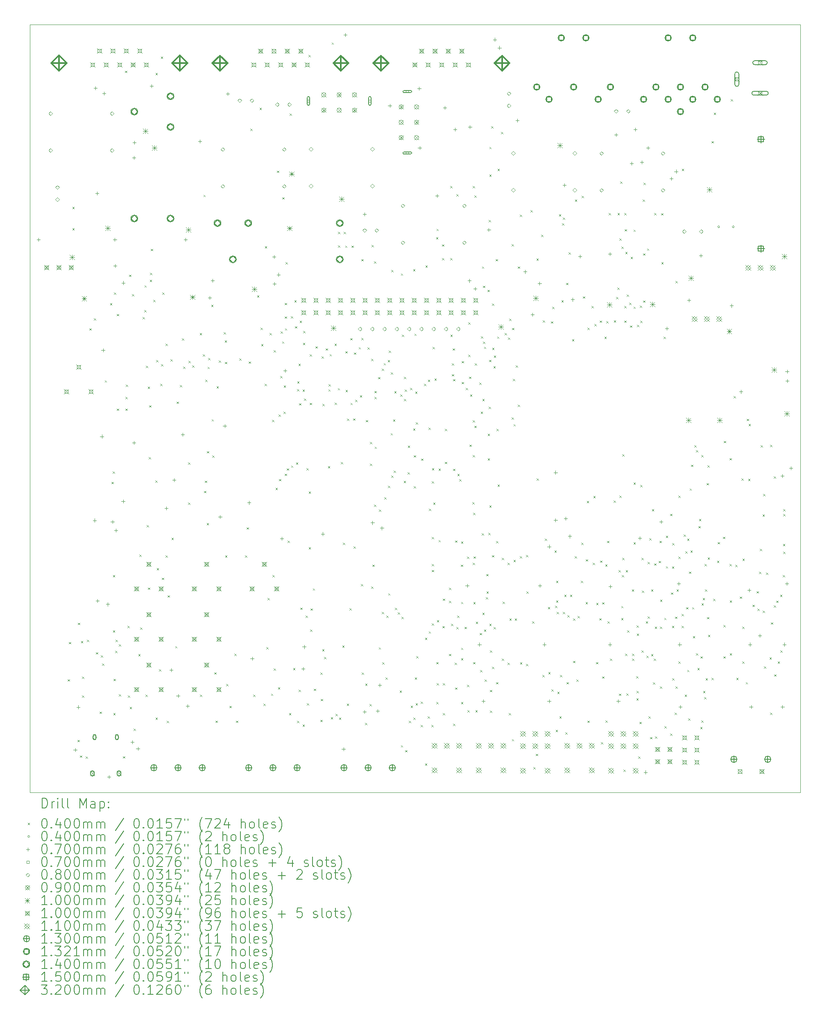
<source format=gbr>
%FSLAX45Y45*%
G04 Gerber Fmt 4.5, Leading zero omitted, Abs format (unit mm)*
G04 Created by KiCad (PCBNEW 6.0.2+dfsg-1) date 2023-04-04 21:33:54*
%MOMM*%
%LPD*%
G01*
G04 APERTURE LIST*
%TA.AperFunction,Profile*%
%ADD10C,0.100000*%
%TD*%
%ADD11C,0.200000*%
%ADD12C,0.040000*%
%ADD13C,0.070000*%
%ADD14C,0.080000*%
%ADD15C,0.090000*%
%ADD16C,0.100000*%
%ADD17C,0.110000*%
%ADD18C,0.130000*%
%ADD19C,0.132080*%
%ADD20C,0.140000*%
%ADD21C,0.150000*%
%ADD22C,0.320000*%
G04 APERTURE END LIST*
D10*
X1584000Y-1528000D02*
X17512000Y-1528000D01*
X17512000Y-1528000D02*
X17512000Y-17409000D01*
X17512000Y-17409000D02*
X1584000Y-17409000D01*
X1584000Y-17409000D02*
X1584000Y-1528000D01*
D11*
D12*
X2365350Y-15065000D02*
X2405350Y-15105000D01*
X2405350Y-15065000D02*
X2365350Y-15105000D01*
X2390000Y-14295000D02*
X2430000Y-14335000D01*
X2430000Y-14295000D02*
X2390000Y-14335000D01*
X2460000Y-5300000D02*
X2500000Y-5340000D01*
X2500000Y-5300000D02*
X2460000Y-5340000D01*
X2460000Y-5740000D02*
X2500000Y-5780000D01*
X2500000Y-5740000D02*
X2460000Y-5780000D01*
X2565000Y-16320000D02*
X2605000Y-16360000D01*
X2605000Y-16320000D02*
X2565000Y-16360000D01*
X2575000Y-13897500D02*
X2615000Y-13937500D01*
X2615000Y-13897500D02*
X2575000Y-13937500D01*
X2620000Y-16640000D02*
X2660000Y-16680000D01*
X2660000Y-16640000D02*
X2620000Y-16680000D01*
X2637500Y-14272500D02*
X2677500Y-14312500D01*
X2677500Y-14272500D02*
X2637500Y-14312500D01*
X2657500Y-15012500D02*
X2697500Y-15052500D01*
X2697500Y-15012500D02*
X2657500Y-15052500D01*
X2657500Y-15402500D02*
X2697500Y-15442500D01*
X2697500Y-15402500D02*
X2657500Y-15442500D01*
X2735000Y-16660000D02*
X2775000Y-16700000D01*
X2775000Y-16660000D02*
X2735000Y-16700000D01*
X2762500Y-14249650D02*
X2802500Y-14289650D01*
X2802500Y-14249650D02*
X2762500Y-14289650D01*
X2815000Y-7810000D02*
X2855000Y-7850000D01*
X2855000Y-7810000D02*
X2815000Y-7850000D01*
X2905000Y-7605000D02*
X2945000Y-7645000D01*
X2945000Y-7605000D02*
X2905000Y-7645000D01*
X2950000Y-14506102D02*
X2990000Y-14546102D01*
X2990000Y-14506102D02*
X2950000Y-14546102D01*
X3022500Y-15735000D02*
X3062500Y-15775000D01*
X3062500Y-15735000D02*
X3022500Y-15775000D01*
X3050000Y-14570000D02*
X3090000Y-14610000D01*
X3090000Y-14570000D02*
X3050000Y-14610000D01*
X3072850Y-14737500D02*
X3112850Y-14777500D01*
X3112850Y-14737500D02*
X3072850Y-14777500D01*
X3130000Y-8885000D02*
X3170000Y-8925000D01*
X3170000Y-8885000D02*
X3130000Y-8925000D01*
X3240652Y-7290652D02*
X3280652Y-7330652D01*
X3280652Y-7290652D02*
X3240652Y-7330652D01*
X3270000Y-10985000D02*
X3310000Y-11025000D01*
X3310000Y-10985000D02*
X3270000Y-11025000D01*
X3294650Y-10766262D02*
X3334650Y-10806262D01*
X3334650Y-10766262D02*
X3294650Y-10806262D01*
X3300000Y-12910000D02*
X3340000Y-12950000D01*
X3340000Y-12910000D02*
X3300000Y-12950000D01*
X3300000Y-14052850D02*
X3340000Y-14092850D01*
X3340000Y-14052850D02*
X3300000Y-14092850D01*
X3307500Y-15762500D02*
X3347500Y-15802500D01*
X3347500Y-15762500D02*
X3307500Y-15802500D01*
X3312500Y-15057500D02*
X3352500Y-15097500D01*
X3352500Y-15057500D02*
X3312500Y-15097500D01*
X3318887Y-7068887D02*
X3358887Y-7108887D01*
X3358887Y-7068887D02*
X3318887Y-7108887D01*
X3348547Y-14475000D02*
X3388547Y-14515000D01*
X3388547Y-14475000D02*
X3348547Y-14515000D01*
X3357030Y-14249650D02*
X3397030Y-14289650D01*
X3397030Y-14249650D02*
X3357030Y-14289650D01*
X3379299Y-9470000D02*
X3419299Y-9510000D01*
X3419299Y-9470000D02*
X3379299Y-9510000D01*
X3380000Y-7514650D02*
X3420000Y-7554650D01*
X3420000Y-7514650D02*
X3380000Y-7554650D01*
X3420000Y-14340000D02*
X3460000Y-14380000D01*
X3460000Y-14340000D02*
X3420000Y-14380000D01*
X3424299Y-15377500D02*
X3464299Y-15417500D01*
X3464299Y-15377500D02*
X3424299Y-15417500D01*
X3506648Y-16658352D02*
X3546648Y-16698352D01*
X3546648Y-16658352D02*
X3506648Y-16698352D01*
X3550000Y-2484650D02*
X3590000Y-2524650D01*
X3590000Y-2484650D02*
X3550000Y-2524650D01*
X3560000Y-9225000D02*
X3600000Y-9265000D01*
X3600000Y-9225000D02*
X3560000Y-9265000D01*
X3560000Y-9470000D02*
X3600000Y-9510000D01*
X3600000Y-9470000D02*
X3560000Y-9510000D01*
X3565000Y-8975350D02*
X3605000Y-9015350D01*
X3605000Y-8975350D02*
X3565000Y-9015350D01*
X3597500Y-13962500D02*
X3637500Y-14002500D01*
X3637500Y-13962500D02*
X3597500Y-14002500D01*
X3605000Y-15402500D02*
X3645000Y-15442500D01*
X3645000Y-15402500D02*
X3605000Y-15442500D01*
X3635000Y-6700000D02*
X3675000Y-6740000D01*
X3675000Y-6700000D02*
X3635000Y-6740000D01*
X3645000Y-15638602D02*
X3685000Y-15678602D01*
X3685000Y-15638602D02*
X3645000Y-15678602D01*
X3690000Y-7105000D02*
X3730000Y-7145000D01*
X3730000Y-7105000D02*
X3690000Y-7145000D01*
X3725000Y-16087500D02*
X3765000Y-16127500D01*
X3765000Y-16087500D02*
X3725000Y-16127500D01*
X3825000Y-14546102D02*
X3865000Y-14586102D01*
X3865000Y-14546102D02*
X3825000Y-14586102D01*
X3845000Y-12485000D02*
X3885000Y-12525000D01*
X3885000Y-12485000D02*
X3845000Y-12525000D01*
X3860000Y-13995000D02*
X3900000Y-14035000D01*
X3900000Y-13995000D02*
X3860000Y-14035000D01*
X3910000Y-7580000D02*
X3950000Y-7620000D01*
X3950000Y-7580000D02*
X3910000Y-7620000D01*
X3945000Y-7435000D02*
X3985000Y-7475000D01*
X3985000Y-7435000D02*
X3945000Y-7475000D01*
X3950000Y-6920000D02*
X3990000Y-6960000D01*
X3990000Y-6920000D02*
X3950000Y-6960000D01*
X3975000Y-15382150D02*
X4015000Y-15422150D01*
X4015000Y-15382150D02*
X3975000Y-15422150D01*
X3980000Y-8585000D02*
X4020000Y-8625000D01*
X4020000Y-8585000D02*
X3980000Y-8625000D01*
X3995000Y-11878450D02*
X4035000Y-11918450D01*
X4035000Y-11878450D02*
X3995000Y-11918450D01*
X4017485Y-9013521D02*
X4057485Y-9053521D01*
X4057485Y-9013521D02*
X4017485Y-9053521D01*
X4020000Y-13170000D02*
X4060000Y-13210000D01*
X4060000Y-13170000D02*
X4020000Y-13210000D01*
X4040000Y-10475000D02*
X4080000Y-10515000D01*
X4080000Y-10475000D02*
X4040000Y-10515000D01*
X4047500Y-9402500D02*
X4087500Y-9442500D01*
X4087500Y-9402500D02*
X4047500Y-9442500D01*
X4060000Y-6805000D02*
X4100000Y-6845000D01*
X4100000Y-6805000D02*
X4060000Y-6845000D01*
X4065000Y-6660000D02*
X4105000Y-6700000D01*
X4105000Y-6660000D02*
X4065000Y-6700000D01*
X4079927Y-6167787D02*
X4119927Y-6207787D01*
X4119927Y-6167787D02*
X4079927Y-6207787D01*
X4134650Y-7220000D02*
X4174650Y-7260000D01*
X4174650Y-7220000D02*
X4134650Y-7260000D01*
X4175000Y-10955000D02*
X4215000Y-10995000D01*
X4215000Y-10955000D02*
X4175000Y-10995000D01*
X4180000Y-2530000D02*
X4220000Y-2570000D01*
X4220000Y-2530000D02*
X4180000Y-2570000D01*
X4180000Y-15855000D02*
X4220000Y-15895000D01*
X4220000Y-15855000D02*
X4180000Y-15895000D01*
X4195000Y-8465000D02*
X4235000Y-8505000D01*
X4235000Y-8465000D02*
X4195000Y-8505000D01*
X4205000Y-12770000D02*
X4245000Y-12810000D01*
X4245000Y-12770000D02*
X4205000Y-12810000D01*
X4250000Y-14860000D02*
X4290000Y-14900000D01*
X4290000Y-14860000D02*
X4250000Y-14900000D01*
X4276543Y-8959858D02*
X4316543Y-8999858D01*
X4316543Y-8959858D02*
X4276543Y-8999858D01*
X4290000Y-2190000D02*
X4330000Y-2230000D01*
X4330000Y-2190000D02*
X4290000Y-2230000D01*
X4293613Y-8553613D02*
X4333613Y-8593613D01*
X4333613Y-8553613D02*
X4293613Y-8593613D01*
X4310000Y-12965000D02*
X4350000Y-13005000D01*
X4350000Y-12965000D02*
X4310000Y-13005000D01*
X4320000Y-7070000D02*
X4360000Y-7110000D01*
X4360000Y-7070000D02*
X4320000Y-7110000D01*
X4390000Y-8125000D02*
X4430000Y-8165000D01*
X4430000Y-8125000D02*
X4390000Y-8165000D01*
X4390000Y-12505000D02*
X4430000Y-12545000D01*
X4430000Y-12505000D02*
X4390000Y-12545000D01*
X4410000Y-15922500D02*
X4450000Y-15962500D01*
X4450000Y-15922500D02*
X4410000Y-15962500D01*
X4430000Y-13330000D02*
X4470000Y-13370000D01*
X4470000Y-13330000D02*
X4430000Y-13370000D01*
X4490000Y-8449650D02*
X4530000Y-8489650D01*
X4530000Y-8449650D02*
X4490000Y-8489650D01*
X4510000Y-12140000D02*
X4550000Y-12180000D01*
X4550000Y-12140000D02*
X4510000Y-12180000D01*
X4585000Y-14380000D02*
X4625000Y-14420000D01*
X4625000Y-14380000D02*
X4585000Y-14420000D01*
X4615000Y-9325000D02*
X4655000Y-9365000D01*
X4655000Y-9325000D02*
X4615000Y-9365000D01*
X4685000Y-8980000D02*
X4725000Y-9020000D01*
X4725000Y-8980000D02*
X4685000Y-9020000D01*
X4725000Y-8020000D02*
X4765000Y-8060000D01*
X4765000Y-8020000D02*
X4725000Y-8060000D01*
X4750000Y-8600000D02*
X4790000Y-8640000D01*
X4790000Y-8600000D02*
X4750000Y-8640000D01*
X4850000Y-10585000D02*
X4890000Y-10625000D01*
X4890000Y-10585000D02*
X4850000Y-10625000D01*
X4850000Y-11412253D02*
X4890000Y-11452253D01*
X4890000Y-11412253D02*
X4850000Y-11452253D01*
X4860000Y-8485000D02*
X4900000Y-8525000D01*
X4900000Y-8485000D02*
X4860000Y-8525000D01*
X4940000Y-8575000D02*
X4980000Y-8615000D01*
X4980000Y-8575000D02*
X4940000Y-8615000D01*
X5095000Y-7905000D02*
X5135000Y-7945000D01*
X5135000Y-7905000D02*
X5095000Y-7945000D01*
X5096650Y-15382150D02*
X5136650Y-15422150D01*
X5136650Y-15382150D02*
X5096650Y-15422150D01*
X5155000Y-8350350D02*
X5195000Y-8390350D01*
X5195000Y-8350350D02*
X5155000Y-8390350D01*
X5170000Y-5050000D02*
X5210000Y-5090000D01*
X5210000Y-5050000D02*
X5170000Y-5090000D01*
X5180000Y-11170000D02*
X5220000Y-11210000D01*
X5220000Y-11170000D02*
X5180000Y-11210000D01*
X5200000Y-10960000D02*
X5240000Y-11000000D01*
X5240000Y-10960000D02*
X5200000Y-11000000D01*
X5210000Y-8870000D02*
X5250000Y-8910000D01*
X5250000Y-8870000D02*
X5210000Y-8910000D01*
X5237500Y-11835000D02*
X5277500Y-11875000D01*
X5277500Y-11835000D02*
X5237500Y-11875000D01*
X5245000Y-10350000D02*
X5285000Y-10390000D01*
X5285000Y-10350000D02*
X5245000Y-10390000D01*
X5255000Y-8605000D02*
X5295000Y-8645000D01*
X5295000Y-8605000D02*
X5255000Y-8645000D01*
X5270050Y-8425000D02*
X5310050Y-8465000D01*
X5310050Y-8425000D02*
X5270050Y-8465000D01*
X5330000Y-7320000D02*
X5370000Y-7360000D01*
X5370000Y-7320000D02*
X5330000Y-7360000D01*
X5340000Y-9690000D02*
X5380000Y-9730000D01*
X5380000Y-9690000D02*
X5340000Y-9730000D01*
X5350000Y-10440000D02*
X5390000Y-10480000D01*
X5390000Y-10440000D02*
X5350000Y-10480000D01*
X5395000Y-14922500D02*
X5435000Y-14962500D01*
X5435000Y-14922500D02*
X5395000Y-14962500D01*
X5417500Y-15920000D02*
X5457500Y-15960000D01*
X5457500Y-15920000D02*
X5417500Y-15960000D01*
X5440000Y-9005350D02*
X5480000Y-9045350D01*
X5480000Y-9005350D02*
X5440000Y-9045350D01*
X5490000Y-8475000D02*
X5530000Y-8515000D01*
X5530000Y-8475000D02*
X5490000Y-8515000D01*
X5590000Y-7889598D02*
X5630000Y-7929598D01*
X5630000Y-7889598D02*
X5590000Y-7929598D01*
X5610000Y-8060000D02*
X5650000Y-8100000D01*
X5650000Y-8060000D02*
X5610000Y-8100000D01*
X5615000Y-8505000D02*
X5655000Y-8545000D01*
X5655000Y-8505000D02*
X5615000Y-8545000D01*
X5620000Y-12505000D02*
X5660000Y-12545000D01*
X5660000Y-12505000D02*
X5620000Y-12545000D01*
X5640000Y-15162500D02*
X5680000Y-15202500D01*
X5680000Y-15162500D02*
X5640000Y-15202500D01*
X5705000Y-15615000D02*
X5745000Y-15655000D01*
X5745000Y-15615000D02*
X5705000Y-15655000D01*
X5807500Y-14535000D02*
X5847500Y-14575000D01*
X5847500Y-14535000D02*
X5807500Y-14575000D01*
X5842500Y-15920000D02*
X5882500Y-15960000D01*
X5882500Y-15920000D02*
X5842500Y-15960000D01*
X5910000Y-8430000D02*
X5950000Y-8470000D01*
X5950000Y-8430000D02*
X5910000Y-8470000D01*
X6030000Y-12505000D02*
X6070000Y-12545000D01*
X6070000Y-12505000D02*
X6030000Y-12545000D01*
X6065000Y-11925000D02*
X6105000Y-11965000D01*
X6105000Y-11925000D02*
X6065000Y-11965000D01*
X6105000Y-8495000D02*
X6145000Y-8535000D01*
X6145000Y-8495000D02*
X6105000Y-8535000D01*
X6140000Y-3680000D02*
X6180000Y-3720000D01*
X6180000Y-3680000D02*
X6140000Y-3720000D01*
X6197500Y-15382150D02*
X6237500Y-15422150D01*
X6237500Y-15382150D02*
X6197500Y-15422150D01*
X6280000Y-7130000D02*
X6320000Y-7170000D01*
X6320000Y-7130000D02*
X6280000Y-7170000D01*
X6330000Y-3250000D02*
X6370000Y-3290000D01*
X6370000Y-3250000D02*
X6330000Y-3290000D01*
X6350000Y-7800000D02*
X6390000Y-7840000D01*
X6390000Y-7800000D02*
X6350000Y-7840000D01*
X6365000Y-8135000D02*
X6405000Y-8175000D01*
X6405000Y-8135000D02*
X6365000Y-8175000D01*
X6410000Y-15570000D02*
X6450000Y-15610000D01*
X6450000Y-15570000D02*
X6410000Y-15610000D01*
X6435000Y-8955000D02*
X6475000Y-8995000D01*
X6475000Y-8955000D02*
X6435000Y-8995000D01*
X6440000Y-6110000D02*
X6480000Y-6150000D01*
X6480000Y-6110000D02*
X6440000Y-6150000D01*
X6467500Y-14400000D02*
X6507500Y-14440000D01*
X6507500Y-14400000D02*
X6467500Y-14440000D01*
X6495000Y-13385000D02*
X6535000Y-13425000D01*
X6535000Y-13385000D02*
X6495000Y-13425000D01*
X6535000Y-7910000D02*
X6575000Y-7950000D01*
X6575000Y-7910000D02*
X6535000Y-7950000D01*
X6567500Y-15361150D02*
X6607500Y-15401150D01*
X6607500Y-15361150D02*
X6567500Y-15401150D01*
X6590000Y-9700000D02*
X6630000Y-9740000D01*
X6630000Y-9700000D02*
X6590000Y-9740000D01*
X6595000Y-12909650D02*
X6635000Y-12949650D01*
X6635000Y-12909650D02*
X6595000Y-12949650D01*
X6619950Y-8261852D02*
X6659950Y-8301852D01*
X6659950Y-8261852D02*
X6619950Y-8301852D01*
X6625000Y-14840000D02*
X6665000Y-14880000D01*
X6665000Y-14840000D02*
X6625000Y-14880000D01*
X6660000Y-11110350D02*
X6700000Y-11150350D01*
X6700000Y-11110350D02*
X6660000Y-11150350D01*
X6690000Y-4550000D02*
X6730000Y-4590000D01*
X6730000Y-4550000D02*
X6690000Y-4590000D01*
X6710000Y-15231502D02*
X6750000Y-15271502D01*
X6750000Y-15231502D02*
X6710000Y-15271502D01*
X6725000Y-9590000D02*
X6765000Y-9630000D01*
X6765000Y-9590000D02*
X6725000Y-9630000D01*
X6730000Y-10925000D02*
X6770000Y-10965000D01*
X6770000Y-10925000D02*
X6730000Y-10965000D01*
X6760000Y-8795000D02*
X6800000Y-8835000D01*
X6800000Y-8795000D02*
X6760000Y-8835000D01*
X6764628Y-7870463D02*
X6804628Y-7910463D01*
X6804628Y-7870463D02*
X6764628Y-7910463D01*
X6795000Y-8080000D02*
X6835000Y-8120000D01*
X6835000Y-8080000D02*
X6795000Y-8120000D01*
X6800000Y-5100000D02*
X6840000Y-5140000D01*
X6840000Y-5100000D02*
X6800000Y-5140000D01*
X6825000Y-9530000D02*
X6865000Y-9570000D01*
X6865000Y-9530000D02*
X6825000Y-9570000D01*
X6830000Y-8990000D02*
X6870000Y-9030000D01*
X6870000Y-8990000D02*
X6830000Y-9030000D01*
X6850000Y-7565000D02*
X6890000Y-7605000D01*
X6890000Y-7565000D02*
X6850000Y-7605000D01*
X6850000Y-10815000D02*
X6890000Y-10855000D01*
X6890000Y-10815000D02*
X6850000Y-10855000D01*
X6852500Y-7285000D02*
X6892500Y-7325000D01*
X6892500Y-7285000D02*
X6852500Y-7325000D01*
X6855000Y-7810000D02*
X6895000Y-7850000D01*
X6895000Y-7810000D02*
X6855000Y-7850000D01*
X6870000Y-6440000D02*
X6910000Y-6480000D01*
X6910000Y-6440000D02*
X6870000Y-6480000D01*
X6895279Y-10704980D02*
X6935279Y-10744980D01*
X6935279Y-10704980D02*
X6895279Y-10744980D01*
X6910000Y-12200000D02*
X6950000Y-12240000D01*
X6950000Y-12200000D02*
X6910000Y-12240000D01*
X6940000Y-15762500D02*
X6980000Y-15802500D01*
X6980000Y-15762500D02*
X6940000Y-15802500D01*
X6950000Y-3370000D02*
X6990000Y-3410000D01*
X6990000Y-3370000D02*
X6950000Y-3410000D01*
X6975000Y-7560000D02*
X7015000Y-7600000D01*
X7015000Y-7560000D02*
X6975000Y-7600000D01*
X6981675Y-10645396D02*
X7021675Y-10685396D01*
X7021675Y-10645396D02*
X6981675Y-10685396D01*
X7025000Y-14830000D02*
X7065000Y-14870000D01*
X7065000Y-14830000D02*
X7025000Y-14870000D01*
X7050000Y-7230000D02*
X7090000Y-7270000D01*
X7090000Y-7230000D02*
X7050000Y-7270000D01*
X7060504Y-7767500D02*
X7100504Y-7807500D01*
X7100504Y-7767500D02*
X7060504Y-7807500D01*
X7082500Y-10582500D02*
X7122500Y-10622500D01*
X7122500Y-10582500D02*
X7082500Y-10622500D01*
X7105000Y-9065000D02*
X7145000Y-9105000D01*
X7145000Y-9065000D02*
X7105000Y-9105000D01*
X7105000Y-15925000D02*
X7145000Y-15965000D01*
X7145000Y-15925000D02*
X7105000Y-15965000D01*
X7110000Y-8906000D02*
X7150000Y-8946000D01*
X7150000Y-8906000D02*
X7110000Y-8946000D01*
X7134952Y-8545048D02*
X7174952Y-8585048D01*
X7174952Y-8545048D02*
X7134952Y-8585048D01*
X7140000Y-15280000D02*
X7180000Y-15320000D01*
X7180000Y-15280000D02*
X7140000Y-15320000D01*
X7145000Y-9360000D02*
X7185000Y-9400000D01*
X7185000Y-9360000D02*
X7145000Y-9400000D01*
X7160350Y-7655000D02*
X7200350Y-7695000D01*
X7200350Y-7655000D02*
X7160350Y-7695000D01*
X7170000Y-13585000D02*
X7210000Y-13625000D01*
X7210000Y-13585000D02*
X7170000Y-13625000D01*
X7220000Y-9074000D02*
X7260000Y-9114000D01*
X7260000Y-9074000D02*
X7220000Y-9114000D01*
X7220000Y-16002500D02*
X7260000Y-16042500D01*
X7260000Y-16002500D02*
X7220000Y-16042500D01*
X7227500Y-8107500D02*
X7267500Y-8147500D01*
X7267500Y-8107500D02*
X7227500Y-8147500D01*
X7230000Y-7862500D02*
X7270000Y-7902500D01*
X7270000Y-7862500D02*
X7230000Y-7902500D01*
X7247500Y-9262500D02*
X7287500Y-9302500D01*
X7287500Y-9262500D02*
X7247500Y-9302500D01*
X7285000Y-13750898D02*
X7325000Y-13790898D01*
X7325000Y-13750898D02*
X7285000Y-13790898D01*
X7300000Y-10700000D02*
X7340000Y-10740000D01*
X7340000Y-10700000D02*
X7300000Y-10740000D01*
X7310000Y-15562850D02*
X7350000Y-15602850D01*
X7350000Y-15562850D02*
X7310000Y-15602850D01*
X7340000Y-2160000D02*
X7380000Y-2200000D01*
X7380000Y-2160000D02*
X7340000Y-2200000D01*
X7345000Y-11186102D02*
X7385000Y-11226102D01*
X7385000Y-11186102D02*
X7345000Y-11226102D01*
X7345000Y-12335350D02*
X7385000Y-12375350D01*
X7385000Y-12335350D02*
X7345000Y-12375350D01*
X7365000Y-8345000D02*
X7405000Y-8385000D01*
X7405000Y-8345000D02*
X7365000Y-8385000D01*
X7370000Y-9350000D02*
X7410000Y-9390000D01*
X7410000Y-9350000D02*
X7370000Y-9390000D01*
X7375000Y-14035000D02*
X7415000Y-14075000D01*
X7415000Y-14035000D02*
X7375000Y-14075000D01*
X7385000Y-13600000D02*
X7425000Y-13640000D01*
X7425000Y-13600000D02*
X7385000Y-13640000D01*
X7430000Y-13185350D02*
X7470000Y-13225350D01*
X7470000Y-13185350D02*
X7430000Y-13225350D01*
X7452500Y-15260000D02*
X7492500Y-15300000D01*
X7492500Y-15260000D02*
X7452500Y-15300000D01*
X7487500Y-8182500D02*
X7527500Y-8222500D01*
X7527500Y-8182500D02*
X7487500Y-8222500D01*
X7585000Y-14924250D02*
X7625000Y-14964250D01*
X7625000Y-14924250D02*
X7585000Y-14964250D01*
X7587500Y-15905000D02*
X7627500Y-15945000D01*
X7627500Y-15905000D02*
X7587500Y-15945000D01*
X7597500Y-15472500D02*
X7637500Y-15512500D01*
X7637500Y-15472500D02*
X7597500Y-15512500D01*
X7615000Y-8390000D02*
X7655000Y-8430000D01*
X7655000Y-8390000D02*
X7615000Y-8430000D01*
X7625000Y-14445000D02*
X7665000Y-14485000D01*
X7665000Y-14445000D02*
X7625000Y-14485000D01*
X7627500Y-9372500D02*
X7667500Y-9412500D01*
X7667500Y-9372500D02*
X7627500Y-9412500D01*
X7662500Y-14602500D02*
X7702500Y-14642500D01*
X7702500Y-14602500D02*
X7662500Y-14642500D01*
X7695350Y-8225000D02*
X7735350Y-8265000D01*
X7735350Y-8225000D02*
X7695350Y-8265000D01*
X7745000Y-10660000D02*
X7785000Y-10700000D01*
X7785000Y-10660000D02*
X7745000Y-10700000D01*
X7752500Y-9072500D02*
X7792500Y-9112500D01*
X7792500Y-9072500D02*
X7752500Y-9112500D01*
X7755000Y-8965000D02*
X7795000Y-9005000D01*
X7795000Y-8965000D02*
X7755000Y-9005000D01*
X7777500Y-8342500D02*
X7817500Y-8382500D01*
X7817500Y-8342500D02*
X7777500Y-8382500D01*
X7802500Y-15847500D02*
X7842500Y-15887500D01*
X7842500Y-15847500D02*
X7802500Y-15887500D01*
X7820000Y-1900000D02*
X7860000Y-1940000D01*
X7860000Y-1900000D02*
X7820000Y-1940000D01*
X7880000Y-8125000D02*
X7920000Y-8165000D01*
X7920000Y-8125000D02*
X7880000Y-8165000D01*
X7882500Y-9347500D02*
X7922500Y-9387500D01*
X7922500Y-9347500D02*
X7882500Y-9387500D01*
X7902500Y-15780000D02*
X7942500Y-15820000D01*
X7942500Y-15780000D02*
X7902500Y-15820000D01*
X7947500Y-9045000D02*
X7987500Y-9085000D01*
X7987500Y-9045000D02*
X7947500Y-9085000D01*
X7950000Y-5813850D02*
X7990000Y-5853850D01*
X7990000Y-5813850D02*
X7950000Y-5853850D01*
X7950000Y-6096150D02*
X7990000Y-6136150D01*
X7990000Y-6096150D02*
X7950000Y-6136150D01*
X7972708Y-15858009D02*
X8012708Y-15898009D01*
X8012708Y-15858009D02*
X7972708Y-15898009D01*
X8010000Y-10575000D02*
X8050000Y-10615000D01*
X8050000Y-10575000D02*
X8010000Y-10615000D01*
X8040000Y-14365000D02*
X8080000Y-14405000D01*
X8080000Y-14365000D02*
X8040000Y-14405000D01*
X8055000Y-12245000D02*
X8095000Y-12285000D01*
X8095000Y-12245000D02*
X8055000Y-12285000D01*
X8071552Y-5813850D02*
X8111552Y-5853850D01*
X8111552Y-5813850D02*
X8071552Y-5853850D01*
X8100000Y-6100000D02*
X8140000Y-6140000D01*
X8140000Y-6100000D02*
X8100000Y-6140000D01*
X8105000Y-8285000D02*
X8145000Y-8325000D01*
X8145000Y-8285000D02*
X8105000Y-8325000D01*
X8107500Y-9085000D02*
X8147500Y-9125000D01*
X8147500Y-9085000D02*
X8107500Y-9125000D01*
X8132500Y-15572500D02*
X8172500Y-15612500D01*
X8172500Y-15572500D02*
X8132500Y-15612500D01*
X8137500Y-9677500D02*
X8177500Y-9717500D01*
X8177500Y-9677500D02*
X8137500Y-9717500D01*
X8190000Y-13595000D02*
X8230000Y-13635000D01*
X8230000Y-13595000D02*
X8190000Y-13635000D01*
X8207500Y-8012500D02*
X8247500Y-8052500D01*
X8247500Y-8012500D02*
X8207500Y-8052500D01*
X8210000Y-9350000D02*
X8250000Y-9390000D01*
X8250000Y-9350000D02*
X8210000Y-9390000D01*
X8230000Y-6100000D02*
X8270000Y-6140000D01*
X8270000Y-6100000D02*
X8230000Y-6140000D01*
X8262500Y-9672500D02*
X8302500Y-9712500D01*
X8302500Y-9672500D02*
X8262500Y-9712500D01*
X8275000Y-12320000D02*
X8315000Y-12360000D01*
X8315000Y-12320000D02*
X8275000Y-12360000D01*
X8280000Y-8310000D02*
X8320000Y-8350000D01*
X8320000Y-8310000D02*
X8280000Y-8350000D01*
X8307500Y-9285000D02*
X8347500Y-9325000D01*
X8347500Y-9285000D02*
X8307500Y-9325000D01*
X8379650Y-8200000D02*
X8419650Y-8240000D01*
X8419650Y-8200000D02*
X8379650Y-8240000D01*
X8405000Y-9195000D02*
X8445000Y-9235000D01*
X8445000Y-9195000D02*
X8405000Y-9235000D01*
X8425000Y-13095000D02*
X8465000Y-13135000D01*
X8465000Y-13095000D02*
X8425000Y-13135000D01*
X8432500Y-8010000D02*
X8472500Y-8050000D01*
X8472500Y-8010000D02*
X8432500Y-8050000D01*
X8435000Y-6380000D02*
X8475000Y-6420000D01*
X8475000Y-6380000D02*
X8435000Y-6420000D01*
X8440000Y-14924250D02*
X8480000Y-14964250D01*
X8480000Y-14924250D02*
X8440000Y-14964250D01*
X8512500Y-15967500D02*
X8552500Y-16007500D01*
X8552500Y-15967500D02*
X8512500Y-16007500D01*
X8515000Y-15155750D02*
X8555000Y-15195750D01*
X8555000Y-15155750D02*
X8515000Y-15195750D01*
X8530000Y-9707500D02*
X8570000Y-9747500D01*
X8570000Y-9707500D02*
X8530000Y-9747500D01*
X8562500Y-8205000D02*
X8602500Y-8245000D01*
X8602500Y-8205000D02*
X8562500Y-8245000D01*
X8605000Y-15580000D02*
X8645000Y-15620000D01*
X8645000Y-15580000D02*
X8605000Y-15620000D01*
X8612500Y-10160000D02*
X8652500Y-10200000D01*
X8652500Y-10160000D02*
X8612500Y-10200000D01*
X8612500Y-10610138D02*
X8652500Y-10650138D01*
X8652500Y-10610138D02*
X8612500Y-10650138D01*
X8640000Y-8439650D02*
X8680000Y-8479650D01*
X8680000Y-8439650D02*
X8640000Y-8479650D01*
X8640000Y-13150000D02*
X8680000Y-13190000D01*
X8680000Y-13150000D02*
X8640000Y-13190000D01*
X8647500Y-6085000D02*
X8687500Y-6125000D01*
X8687500Y-6085000D02*
X8647500Y-6125000D01*
X8665000Y-12695000D02*
X8705000Y-12735000D01*
X8705000Y-12695000D02*
X8665000Y-12735000D01*
X8693898Y-11455000D02*
X8733898Y-11495000D01*
X8733898Y-11455000D02*
X8693898Y-11495000D01*
X8697500Y-6422500D02*
X8737500Y-6462500D01*
X8737500Y-6422500D02*
X8697500Y-6462500D01*
X8702500Y-9105000D02*
X8742500Y-9145000D01*
X8742500Y-9105000D02*
X8702500Y-9145000D01*
X8707500Y-9230000D02*
X8747500Y-9270000D01*
X8747500Y-9230000D02*
X8707500Y-9270000D01*
X8708146Y-10257500D02*
X8748146Y-10297500D01*
X8748146Y-10257500D02*
X8708146Y-10297500D01*
X8782500Y-8817500D02*
X8822500Y-8857500D01*
X8822500Y-8817500D02*
X8782500Y-8857500D01*
X8795000Y-14405000D02*
X8835000Y-14445000D01*
X8835000Y-14405000D02*
X8795000Y-14445000D01*
X8800000Y-11555000D02*
X8840000Y-11595000D01*
X8840000Y-11555000D02*
X8800000Y-11595000D01*
X8857697Y-13674965D02*
X8897697Y-13714965D01*
X8897697Y-13674965D02*
X8857697Y-13714965D01*
X8859650Y-8642500D02*
X8899650Y-8682500D01*
X8899650Y-8642500D02*
X8859650Y-8682500D01*
X8865000Y-14715000D02*
X8905000Y-14755000D01*
X8905000Y-14715000D02*
X8865000Y-14755000D01*
X8895000Y-8530000D02*
X8935000Y-8570000D01*
X8935000Y-8530000D02*
X8895000Y-8570000D01*
X8910000Y-11305000D02*
X8950000Y-11345000D01*
X8950000Y-11305000D02*
X8910000Y-11345000D01*
X8935000Y-15030000D02*
X8975000Y-15070000D01*
X8975000Y-15030000D02*
X8935000Y-15070000D01*
X8948047Y-13747779D02*
X8988047Y-13787779D01*
X8988047Y-13747779D02*
X8948047Y-13787779D01*
X8979713Y-8468046D02*
X9019713Y-8508046D01*
X9019713Y-8468046D02*
X8979713Y-8508046D01*
X8985000Y-11065000D02*
X9025000Y-11105000D01*
X9025000Y-11065000D02*
X8985000Y-11105000D01*
X8989034Y-13287500D02*
X9029034Y-13327500D01*
X9029034Y-13287500D02*
X8989034Y-13327500D01*
X9000000Y-8272205D02*
X9040000Y-8312205D01*
X9040000Y-8272205D02*
X9000000Y-8312205D01*
X9040350Y-9977500D02*
X9080350Y-10017500D01*
X9080350Y-9977500D02*
X9040350Y-10017500D01*
X9045000Y-8717500D02*
X9085000Y-8757500D01*
X9085000Y-8717500D02*
X9045000Y-8757500D01*
X9050000Y-6605000D02*
X9090000Y-6645000D01*
X9090000Y-6605000D02*
X9050000Y-6645000D01*
X9055000Y-10855000D02*
X9095000Y-10895000D01*
X9095000Y-10855000D02*
X9055000Y-10895000D01*
X9090000Y-9692500D02*
X9130000Y-9732500D01*
X9130000Y-9692500D02*
X9090000Y-9732500D01*
X9100000Y-10755000D02*
X9140000Y-10795000D01*
X9140000Y-10755000D02*
X9100000Y-10795000D01*
X9116102Y-9110000D02*
X9156102Y-9150000D01*
X9156102Y-9110000D02*
X9116102Y-9150000D01*
X9127838Y-13590000D02*
X9167838Y-13630000D01*
X9167838Y-13590000D02*
X9127838Y-13630000D01*
X9190000Y-13680000D02*
X9230000Y-13720000D01*
X9230000Y-13680000D02*
X9190000Y-13720000D01*
X9225000Y-15300000D02*
X9265000Y-15340000D01*
X9265000Y-15300000D02*
X9225000Y-15340000D01*
X9240000Y-9175000D02*
X9280000Y-9215000D01*
X9280000Y-9175000D02*
X9240000Y-9215000D01*
X9250000Y-6675000D02*
X9290000Y-6715000D01*
X9290000Y-6675000D02*
X9250000Y-6715000D01*
X9250000Y-16430000D02*
X9290000Y-16470000D01*
X9290000Y-16430000D02*
X9250000Y-16470000D01*
X9266642Y-13775000D02*
X9306642Y-13815000D01*
X9306642Y-13775000D02*
X9266642Y-13815000D01*
X9270000Y-7939650D02*
X9310000Y-7979650D01*
X9310000Y-7939650D02*
X9270000Y-7979650D01*
X9310000Y-10965000D02*
X9350000Y-11005000D01*
X9350000Y-10965000D02*
X9310000Y-11005000D01*
X9315000Y-9267500D02*
X9355000Y-9307500D01*
X9355000Y-9267500D02*
X9315000Y-9307500D01*
X9317500Y-8812500D02*
X9357500Y-8852500D01*
X9357500Y-8812500D02*
X9317500Y-8852500D01*
X9330350Y-9077500D02*
X9370350Y-9117500D01*
X9370350Y-9077500D02*
X9330350Y-9117500D01*
X9340000Y-16529650D02*
X9380000Y-16569650D01*
X9380000Y-16529650D02*
X9340000Y-16569650D01*
X9390000Y-10784299D02*
X9430000Y-10824299D01*
X9430000Y-10784299D02*
X9390000Y-10824299D01*
X9395000Y-10235000D02*
X9435000Y-10275000D01*
X9435000Y-10235000D02*
X9395000Y-10275000D01*
X9417150Y-15926506D02*
X9457150Y-15966506D01*
X9457150Y-15926506D02*
X9417150Y-15966506D01*
X9440000Y-9042500D02*
X9480000Y-9082500D01*
X9480000Y-9042500D02*
X9440000Y-9082500D01*
X9455000Y-15610000D02*
X9495000Y-15650000D01*
X9495000Y-15610000D02*
X9455000Y-15650000D01*
X9505000Y-6584650D02*
X9545000Y-6624650D01*
X9545000Y-6584650D02*
X9505000Y-6624650D01*
X9505000Y-9880000D02*
X9545000Y-9920000D01*
X9545000Y-9880000D02*
X9505000Y-9920000D01*
X9507500Y-15855000D02*
X9547500Y-15895000D01*
X9547500Y-15855000D02*
X9507500Y-15895000D01*
X9515000Y-11075000D02*
X9555000Y-11115000D01*
X9555000Y-11075000D02*
X9515000Y-11115000D01*
X9520000Y-10433898D02*
X9560000Y-10473898D01*
X9560000Y-10433898D02*
X9520000Y-10473898D01*
X9530000Y-7920000D02*
X9570000Y-7960000D01*
X9570000Y-7920000D02*
X9530000Y-7960000D01*
X9540000Y-15030000D02*
X9580000Y-15070000D01*
X9580000Y-15030000D02*
X9540000Y-15070000D01*
X9547500Y-9117500D02*
X9587500Y-9157500D01*
X9587500Y-9117500D02*
X9547500Y-9157500D01*
X9555000Y-15560000D02*
X9595000Y-15600000D01*
X9595000Y-15560000D02*
X9555000Y-15600000D01*
X9562500Y-9752500D02*
X9602500Y-9792500D01*
X9602500Y-9752500D02*
X9562500Y-9792500D01*
X9569650Y-14585000D02*
X9609650Y-14625000D01*
X9609650Y-14585000D02*
X9569650Y-14625000D01*
X9660000Y-15530000D02*
X9700000Y-15570000D01*
X9700000Y-15530000D02*
X9660000Y-15570000D01*
X9660000Y-16010506D02*
X9700000Y-16050506D01*
X9700000Y-16010506D02*
X9660000Y-16050506D01*
X9672500Y-10502500D02*
X9712500Y-10542500D01*
X9712500Y-10502500D02*
X9672500Y-10542500D01*
X9728750Y-8955000D02*
X9768750Y-8995000D01*
X9768750Y-8955000D02*
X9728750Y-8995000D01*
X9750000Y-16806102D02*
X9790000Y-16846102D01*
X9790000Y-16806102D02*
X9750000Y-16846102D01*
X9750350Y-14205000D02*
X9790350Y-14245000D01*
X9790350Y-14205000D02*
X9750350Y-14245000D01*
X9760000Y-6508898D02*
X9800000Y-6548898D01*
X9800000Y-6508898D02*
X9760000Y-6548898D01*
X9807500Y-15830306D02*
X9847500Y-15870306D01*
X9847500Y-15830306D02*
X9807500Y-15870306D01*
X9810000Y-8870000D02*
X9850000Y-8910000D01*
X9850000Y-8870000D02*
X9810000Y-8910000D01*
X9820000Y-9860000D02*
X9860000Y-9900000D01*
X9860000Y-9860000D02*
X9820000Y-9900000D01*
X9826102Y-14075000D02*
X9866102Y-14115000D01*
X9866102Y-14075000D02*
X9826102Y-14115000D01*
X9830000Y-11536548D02*
X9870000Y-11576548D01*
X9870000Y-11536548D02*
X9830000Y-11576548D01*
X9882500Y-16010506D02*
X9922500Y-16050506D01*
X9922500Y-16010506D02*
X9882500Y-16050506D01*
X9889154Y-12805000D02*
X9929154Y-12845000D01*
X9929154Y-12805000D02*
X9889154Y-12845000D01*
X9889154Y-13910000D02*
X9929154Y-13950000D01*
X9929154Y-13910000D02*
X9889154Y-13950000D01*
X9890000Y-10970000D02*
X9930000Y-11010000D01*
X9930000Y-10970000D02*
X9890000Y-11010000D01*
X9890000Y-12125000D02*
X9930000Y-12165000D01*
X9930000Y-12125000D02*
X9890000Y-12165000D01*
X9890000Y-12680000D02*
X9930000Y-12720000D01*
X9930000Y-12680000D02*
X9890000Y-12720000D01*
X9895000Y-10700000D02*
X9935000Y-10740000D01*
X9935000Y-10700000D02*
X9895000Y-10740000D01*
X9910000Y-8196453D02*
X9950000Y-8236453D01*
X9950000Y-8196453D02*
X9910000Y-8236453D01*
X9920000Y-11410000D02*
X9960000Y-11450000D01*
X9960000Y-11410000D02*
X9920000Y-11450000D01*
X9945000Y-8850000D02*
X9985000Y-8890000D01*
X9985000Y-8850000D02*
X9945000Y-8890000D01*
X9980000Y-5925000D02*
X10020000Y-5965000D01*
X10020000Y-5925000D02*
X9980000Y-5965000D01*
X9985000Y-14710000D02*
X10025000Y-14750000D01*
X10025000Y-14710000D02*
X9985000Y-14750000D01*
X9985000Y-15536202D02*
X10025000Y-15576202D01*
X10025000Y-15536202D02*
X9985000Y-15576202D01*
X9987500Y-5752500D02*
X10027500Y-5792500D01*
X10027500Y-5752500D02*
X9987500Y-5792500D01*
X9990000Y-15144999D02*
X10030000Y-15184999D01*
X10030000Y-15144999D02*
X9990000Y-15184999D01*
X9995000Y-13840000D02*
X10035000Y-13880000D01*
X10035000Y-13840000D02*
X9995000Y-13880000D01*
X10030000Y-10708547D02*
X10070000Y-10748547D01*
X10070000Y-10708547D02*
X10030000Y-10748547D01*
X10030000Y-12187254D02*
X10070000Y-12227254D01*
X10070000Y-12187254D02*
X10030000Y-12227254D01*
X10100000Y-6073850D02*
X10140000Y-6113850D01*
X10140000Y-6073850D02*
X10100000Y-6113850D01*
X10100000Y-6357394D02*
X10140000Y-6397394D01*
X10140000Y-6357394D02*
X10100000Y-6397394D01*
X10110000Y-13965000D02*
X10150000Y-14005000D01*
X10150000Y-13965000D02*
X10110000Y-14005000D01*
X10117000Y-13398000D02*
X10157000Y-13438000D01*
X10157000Y-13398000D02*
X10117000Y-13438000D01*
X10120000Y-15145000D02*
X10160000Y-15185000D01*
X10160000Y-15145000D02*
X10120000Y-15185000D01*
X10120000Y-15767254D02*
X10160000Y-15807254D01*
X10160000Y-15767254D02*
X10120000Y-15807254D01*
X10160000Y-9890000D02*
X10200000Y-9930000D01*
X10200000Y-9890000D02*
X10160000Y-9930000D01*
X10160000Y-10570000D02*
X10200000Y-10610000D01*
X10200000Y-10570000D02*
X10160000Y-10610000D01*
X10245000Y-13172500D02*
X10285000Y-13212500D01*
X10285000Y-13172500D02*
X10245000Y-13212500D01*
X10245000Y-13444896D02*
X10285000Y-13484896D01*
X10285000Y-13444896D02*
X10245000Y-13484896D01*
X10245000Y-14540000D02*
X10285000Y-14580000D01*
X10285000Y-14540000D02*
X10245000Y-14580000D01*
X10270000Y-4870000D02*
X10310000Y-4910000D01*
X10310000Y-4870000D02*
X10270000Y-4910000D01*
X10272500Y-6357394D02*
X10312500Y-6397394D01*
X10312500Y-6357394D02*
X10272500Y-6397394D01*
X10275000Y-7940000D02*
X10315000Y-7980000D01*
X10315000Y-7940000D02*
X10275000Y-7980000D01*
X10286239Y-13919000D02*
X10326239Y-13959000D01*
X10326239Y-13919000D02*
X10286239Y-13959000D01*
X10304352Y-8757392D02*
X10344352Y-8797392D01*
X10344352Y-8757392D02*
X10304352Y-8797392D01*
X10305000Y-8532500D02*
X10345000Y-8572500D01*
X10345000Y-8532500D02*
X10305000Y-8572500D01*
X10320000Y-8225000D02*
X10360000Y-8265000D01*
X10360000Y-8225000D02*
X10320000Y-8265000D01*
X10329650Y-8859248D02*
X10369650Y-8899248D01*
X10369650Y-8859248D02*
X10329650Y-8899248D01*
X10329650Y-10715000D02*
X10369650Y-10755000D01*
X10369650Y-10715000D02*
X10329650Y-10755000D01*
X10330000Y-15985000D02*
X10370000Y-16025000D01*
X10370000Y-15985000D02*
X10330000Y-16025000D01*
X10365000Y-14725000D02*
X10405000Y-14765000D01*
X10405000Y-14725000D02*
X10365000Y-14765000D01*
X10370000Y-12195000D02*
X10410000Y-12235000D01*
X10410000Y-12195000D02*
X10370000Y-12235000D01*
X10370000Y-15235000D02*
X10410000Y-15275000D01*
X10410000Y-15235000D02*
X10370000Y-15275000D01*
X10400000Y-13985000D02*
X10440000Y-14025000D01*
X10440000Y-13985000D02*
X10400000Y-14025000D01*
X10400350Y-5040000D02*
X10440350Y-5080000D01*
X10440350Y-5040000D02*
X10400350Y-5080000D01*
X10414363Y-13751000D02*
X10454363Y-13791000D01*
X10454363Y-13751000D02*
X10414363Y-13791000D01*
X10420000Y-10820000D02*
X10460000Y-10860000D01*
X10460000Y-10820000D02*
X10420000Y-10860000D01*
X10455000Y-10930000D02*
X10495000Y-10970000D01*
X10495000Y-10930000D02*
X10455000Y-10970000D01*
X10490000Y-12695000D02*
X10530000Y-12735000D01*
X10530000Y-12695000D02*
X10490000Y-12735000D01*
X10495000Y-12215000D02*
X10535000Y-12255000D01*
X10535000Y-12215000D02*
X10495000Y-12255000D01*
X10495000Y-13465000D02*
X10535000Y-13505000D01*
X10535000Y-13465000D02*
X10495000Y-13505000D01*
X10495000Y-14415000D02*
X10535000Y-14455000D01*
X10535000Y-14415000D02*
X10495000Y-14455000D01*
X10495000Y-14630000D02*
X10535000Y-14670000D01*
X10535000Y-14630000D02*
X10495000Y-14670000D01*
X10495000Y-15536202D02*
X10535000Y-15576202D01*
X10535000Y-15536202D02*
X10495000Y-15576202D01*
X10510000Y-8487500D02*
X10550000Y-8527500D01*
X10550000Y-8487500D02*
X10510000Y-8527500D01*
X10510350Y-8920000D02*
X10550350Y-8960000D01*
X10550350Y-8920000D02*
X10510350Y-8960000D01*
X10568103Y-13982052D02*
X10608103Y-14022052D01*
X10608103Y-13982052D02*
X10568103Y-14022052D01*
X10592500Y-9040000D02*
X10632500Y-9080000D01*
X10632500Y-9040000D02*
X10592500Y-9080000D01*
X10620000Y-12531950D02*
X10660000Y-12571950D01*
X10660000Y-12531950D02*
X10620000Y-12571950D01*
X10620000Y-15180000D02*
X10660000Y-15220000D01*
X10660000Y-15180000D02*
X10620000Y-15220000D01*
X10625000Y-15704202D02*
X10665000Y-15744202D01*
X10665000Y-15704202D02*
X10625000Y-15744202D01*
X10645000Y-7690000D02*
X10685000Y-7730000D01*
X10685000Y-7690000D02*
X10645000Y-7730000D01*
X10645000Y-8355000D02*
X10685000Y-8395000D01*
X10685000Y-8355000D02*
X10645000Y-8395000D01*
X10660000Y-8810000D02*
X10700000Y-8850000D01*
X10700000Y-8810000D02*
X10660000Y-8850000D01*
X10670000Y-10215000D02*
X10710000Y-10255000D01*
X10710000Y-10215000D02*
X10670000Y-10255000D01*
X10682500Y-9175000D02*
X10722500Y-9215000D01*
X10722500Y-9175000D02*
X10682500Y-9215000D01*
X10730000Y-11404650D02*
X10770000Y-11444650D01*
X10770000Y-11404650D02*
X10730000Y-11444650D01*
X10737500Y-12655000D02*
X10777500Y-12695000D01*
X10777500Y-12655000D02*
X10737500Y-12695000D01*
X10737606Y-9712500D02*
X10777606Y-9752500D01*
X10777606Y-9712500D02*
X10737606Y-9752500D01*
X10740000Y-4870000D02*
X10780000Y-4910000D01*
X10780000Y-4870000D02*
X10740000Y-4910000D01*
X10740000Y-10430000D02*
X10780000Y-10470000D01*
X10780000Y-10430000D02*
X10740000Y-10470000D01*
X10745000Y-11626898D02*
X10785000Y-11666898D01*
X10785000Y-11626898D02*
X10745000Y-11666898D01*
X10745000Y-14710000D02*
X10785000Y-14750000D01*
X10785000Y-14710000D02*
X10745000Y-14750000D01*
X10750000Y-13470000D02*
X10790000Y-13510000D01*
X10790000Y-13470000D02*
X10750000Y-13510000D01*
X10755000Y-12525000D02*
X10795000Y-12565000D01*
X10795000Y-12525000D02*
X10755000Y-12565000D01*
X10770000Y-5060000D02*
X10810000Y-5100000D01*
X10810000Y-5060000D02*
X10770000Y-5100000D01*
X10772500Y-9825000D02*
X10812500Y-9865000D01*
X10812500Y-9825000D02*
X10772500Y-9865000D01*
X10777500Y-8535000D02*
X10817500Y-8575000D01*
X10817500Y-8535000D02*
X10777500Y-8575000D01*
X10792500Y-15707500D02*
X10832500Y-15747500D01*
X10832500Y-15707500D02*
X10792500Y-15747500D01*
X10800000Y-13875000D02*
X10840000Y-13915000D01*
X10840000Y-13875000D02*
X10800000Y-13915000D01*
X10875000Y-8932500D02*
X10915000Y-8972500D01*
X10915000Y-8932500D02*
X10875000Y-8972500D01*
X10880000Y-14110000D02*
X10920000Y-14150000D01*
X10920000Y-14110000D02*
X10880000Y-14150000D01*
X10890000Y-14875000D02*
X10930000Y-14915000D01*
X10930000Y-14875000D02*
X10890000Y-14915000D01*
X10902500Y-9535000D02*
X10942500Y-9575000D01*
X10942500Y-9535000D02*
X10902500Y-9575000D01*
X10905000Y-7975000D02*
X10945000Y-8015000D01*
X10945000Y-7975000D02*
X10905000Y-8015000D01*
X10921702Y-12047500D02*
X10961702Y-12087500D01*
X10961702Y-12047500D02*
X10921702Y-12087500D01*
X10927500Y-6532500D02*
X10967500Y-6572500D01*
X10967500Y-6532500D02*
X10927500Y-6572500D01*
X10935000Y-9270000D02*
X10975000Y-9310000D01*
X10975000Y-9270000D02*
X10935000Y-9310000D01*
X10935000Y-13690000D02*
X10975000Y-13730000D01*
X10975000Y-13690000D02*
X10935000Y-13730000D01*
X10950000Y-6930000D02*
X10990000Y-6970000D01*
X10990000Y-6930000D02*
X10950000Y-6970000D01*
X10950000Y-8082500D02*
X10990000Y-8122500D01*
X10990000Y-8082500D02*
X10950000Y-8122500D01*
X10970000Y-8190000D02*
X11010000Y-8230000D01*
X11010000Y-8190000D02*
X10970000Y-8230000D01*
X10970000Y-14040000D02*
X11010000Y-14080000D01*
X11010000Y-14040000D02*
X10970000Y-14080000D01*
X10980000Y-15072948D02*
X11020000Y-15112948D01*
X11020000Y-15072948D02*
X10980000Y-15112948D01*
X11010000Y-13370000D02*
X11050000Y-13410000D01*
X11050000Y-13370000D02*
X11010000Y-13410000D01*
X11015000Y-12890000D02*
X11055000Y-12930000D01*
X11055000Y-12890000D02*
X11015000Y-12930000D01*
X11020000Y-13251150D02*
X11060000Y-13291150D01*
X11060000Y-13251150D02*
X11020000Y-13291150D01*
X11040350Y-7015000D02*
X11080350Y-7055000D01*
X11080350Y-7015000D02*
X11040350Y-7055000D01*
X11045973Y-10498602D02*
X11085973Y-10538602D01*
X11085973Y-10498602D02*
X11045973Y-10538602D01*
X11046854Y-9987500D02*
X11086854Y-10027500D01*
X11086854Y-9987500D02*
X11046854Y-10027500D01*
X11060000Y-12037500D02*
X11100000Y-12077500D01*
X11100000Y-12037500D02*
X11060000Y-12077500D01*
X11067525Y-5571485D02*
X11107525Y-5611485D01*
X11107525Y-5571485D02*
X11067525Y-5611485D01*
X11067637Y-9430137D02*
X11107637Y-9470137D01*
X11107637Y-9430137D02*
X11067637Y-9470137D01*
X11075000Y-8462500D02*
X11115000Y-8502500D01*
X11115000Y-8462500D02*
X11075000Y-8502500D01*
X11080000Y-4060000D02*
X11120000Y-4100000D01*
X11120000Y-4060000D02*
X11080000Y-4100000D01*
X11080000Y-11472500D02*
X11120000Y-11512500D01*
X11120000Y-11472500D02*
X11080000Y-11512500D01*
X11080000Y-13920000D02*
X11120000Y-13960000D01*
X11120000Y-13920000D02*
X11080000Y-13960000D01*
X11080350Y-4629906D02*
X11120350Y-4669906D01*
X11120350Y-4629906D02*
X11080350Y-4669906D01*
X11090000Y-15285000D02*
X11130000Y-15325000D01*
X11130000Y-15285000D02*
X11090000Y-15325000D01*
X11090000Y-15711902D02*
X11130000Y-15751902D01*
X11130000Y-15711902D02*
X11090000Y-15751902D01*
X11095000Y-14466150D02*
X11135000Y-14506150D01*
X11135000Y-14466150D02*
X11095000Y-14506150D01*
X11120000Y-3631150D02*
X11160000Y-3671150D01*
X11160000Y-3631150D02*
X11120000Y-3671150D01*
X11136000Y-12500000D02*
X11176000Y-12540000D01*
X11176000Y-12500000D02*
X11136000Y-12540000D01*
X11136000Y-14809000D02*
X11176000Y-14849000D01*
X11176000Y-14809000D02*
X11136000Y-14849000D01*
X11136369Y-7295982D02*
X11176369Y-7335982D01*
X11176369Y-7295982D02*
X11136369Y-7335982D01*
X11140000Y-8215000D02*
X11180000Y-8255000D01*
X11180000Y-8215000D02*
X11140000Y-8255000D01*
X11165350Y-8592500D02*
X11205350Y-8632500D01*
X11205350Y-8592500D02*
X11165350Y-8632500D01*
X11170000Y-13985000D02*
X11210000Y-14025000D01*
X11210000Y-13985000D02*
X11170000Y-14025000D01*
X11172500Y-8372500D02*
X11212500Y-8412500D01*
X11212500Y-8372500D02*
X11172500Y-8412500D01*
X11210000Y-6380000D02*
X11250000Y-6420000D01*
X11250000Y-6380000D02*
X11210000Y-6420000D01*
X11220000Y-12210000D02*
X11260000Y-12250000D01*
X11260000Y-12210000D02*
X11220000Y-12250000D01*
X11220000Y-15125000D02*
X11260000Y-15165000D01*
X11260000Y-15125000D02*
X11220000Y-15165000D01*
X11227555Y-9890000D02*
X11267555Y-9930000D01*
X11267555Y-9890000D02*
X11227555Y-9930000D01*
X11240000Y-7980000D02*
X11280000Y-8020000D01*
X11280000Y-7980000D02*
X11240000Y-8020000D01*
X11250000Y-4510000D02*
X11290000Y-4550000D01*
X11290000Y-4510000D02*
X11250000Y-4550000D01*
X11250000Y-11040000D02*
X11290000Y-11080000D01*
X11290000Y-11040000D02*
X11250000Y-11080000D01*
X11320000Y-3750000D02*
X11360000Y-3790000D01*
X11360000Y-3750000D02*
X11320000Y-3790000D01*
X11340000Y-12557500D02*
X11380000Y-12597500D01*
X11380000Y-12557500D02*
X11340000Y-12597500D01*
X11340000Y-14640000D02*
X11380000Y-14680000D01*
X11380000Y-14640000D02*
X11340000Y-14680000D01*
X11355000Y-13460000D02*
X11395000Y-13500000D01*
X11395000Y-13460000D02*
X11355000Y-13500000D01*
X11400000Y-7910000D02*
X11440000Y-7950000D01*
X11440000Y-7910000D02*
X11400000Y-7950000D01*
X11455000Y-12660000D02*
X11495000Y-12700000D01*
X11495000Y-12660000D02*
X11455000Y-12700000D01*
X11455000Y-14725000D02*
X11495000Y-14765000D01*
X11495000Y-14725000D02*
X11455000Y-14765000D01*
X11462500Y-8000350D02*
X11502500Y-8040350D01*
X11502500Y-8000350D02*
X11462500Y-8040350D01*
X11480000Y-15767254D02*
X11520000Y-15807254D01*
X11520000Y-15767254D02*
X11480000Y-15807254D01*
X11490000Y-7610000D02*
X11530000Y-7650000D01*
X11530000Y-7610000D02*
X11490000Y-7650000D01*
X11495000Y-13805538D02*
X11535000Y-13845538D01*
X11535000Y-13805538D02*
X11495000Y-13845538D01*
X11540000Y-6070000D02*
X11580000Y-6110000D01*
X11580000Y-6070000D02*
X11540000Y-6110000D01*
X11540000Y-9650000D02*
X11580000Y-9690000D01*
X11580000Y-9650000D02*
X11540000Y-9690000D01*
X11545000Y-16302500D02*
X11585000Y-16342500D01*
X11585000Y-16302500D02*
X11545000Y-16342500D01*
X11551113Y-7801113D02*
X11591113Y-7841113D01*
X11591113Y-7801113D02*
X11551113Y-7841113D01*
X11563702Y-8853702D02*
X11603702Y-8893702D01*
X11603702Y-8853702D02*
X11563702Y-8893702D01*
X11580000Y-9790000D02*
X11620000Y-9830000D01*
X11620000Y-9790000D02*
X11580000Y-9830000D01*
X11580000Y-12595000D02*
X11620000Y-12635000D01*
X11620000Y-12595000D02*
X11580000Y-12635000D01*
X11605000Y-13805538D02*
X11645000Y-13845538D01*
X11645000Y-13805538D02*
X11605000Y-13845538D01*
X11627850Y-8577500D02*
X11667850Y-8617500D01*
X11667850Y-8577500D02*
X11627850Y-8617500D01*
X11669625Y-6531250D02*
X11709625Y-6571250D01*
X11709625Y-6531250D02*
X11669625Y-6571250D01*
X11670000Y-9390000D02*
X11710000Y-9430000D01*
X11710000Y-9390000D02*
X11670000Y-9430000D01*
X11710000Y-5459650D02*
X11750000Y-5499650D01*
X11750000Y-5459650D02*
X11710000Y-5499650D01*
X11710000Y-12520000D02*
X11750000Y-12560000D01*
X11750000Y-12520000D02*
X11710000Y-12560000D01*
X11715000Y-14715000D02*
X11755000Y-14755000D01*
X11755000Y-14715000D02*
X11715000Y-14755000D01*
X11835000Y-14750000D02*
X11875000Y-14790000D01*
X11875000Y-14750000D02*
X11835000Y-14790000D01*
X11840000Y-12495000D02*
X11880000Y-12535000D01*
X11880000Y-12495000D02*
X11840000Y-12535000D01*
X11845000Y-13251150D02*
X11885000Y-13291150D01*
X11885000Y-13251150D02*
X11845000Y-13291150D01*
X11930000Y-5370000D02*
X11970000Y-5410000D01*
X11970000Y-5370000D02*
X11930000Y-5410000D01*
X11965000Y-13868590D02*
X12005000Y-13908590D01*
X12005000Y-13868590D02*
X11965000Y-13908590D01*
X11987500Y-16880000D02*
X12027500Y-16920000D01*
X12027500Y-16880000D02*
X11987500Y-16920000D01*
X12040000Y-16607500D02*
X12080000Y-16647500D01*
X12080000Y-16607500D02*
X12040000Y-16647500D01*
X12054625Y-6366250D02*
X12094625Y-6406250D01*
X12094625Y-6366250D02*
X12054625Y-6406250D01*
X12060000Y-10910000D02*
X12100000Y-10950000D01*
X12100000Y-10910000D02*
X12060000Y-10950000D01*
X12150000Y-5876600D02*
X12190000Y-5916600D01*
X12190000Y-5876600D02*
X12150000Y-5916600D01*
X12175000Y-14977948D02*
X12215000Y-15017948D01*
X12215000Y-14977948D02*
X12175000Y-15017948D01*
X12187500Y-7646150D02*
X12227500Y-7686150D01*
X12227500Y-7646150D02*
X12187500Y-7686150D01*
X12225000Y-12155000D02*
X12265000Y-12195000D01*
X12265000Y-12155000D02*
X12225000Y-12195000D01*
X12290000Y-13570000D02*
X12330000Y-13610000D01*
X12330000Y-13570000D02*
X12290000Y-13610000D01*
X12300000Y-14914895D02*
X12340000Y-14954895D01*
X12340000Y-14914895D02*
X12300000Y-14954895D01*
X12352500Y-7665000D02*
X12392500Y-7705000D01*
X12392500Y-7665000D02*
X12352500Y-7705000D01*
X12360000Y-15272052D02*
X12400000Y-15312052D01*
X12400000Y-15272052D02*
X12360000Y-15312052D01*
X12380000Y-7363850D02*
X12420000Y-7403850D01*
X12420000Y-7363850D02*
X12380000Y-7403850D01*
X12425000Y-12402500D02*
X12465000Y-12442500D01*
X12465000Y-12402500D02*
X12425000Y-12442500D01*
X12440000Y-13547500D02*
X12480000Y-13587500D01*
X12480000Y-13547500D02*
X12440000Y-13587500D01*
X12452500Y-16110000D02*
X12492500Y-16150000D01*
X12492500Y-16110000D02*
X12452500Y-16150000D01*
X12461000Y-13030001D02*
X12501000Y-13070001D01*
X12501000Y-13030001D02*
X12461000Y-13070001D01*
X12461000Y-13435000D02*
X12501000Y-13475000D01*
X12501000Y-13435000D02*
X12461000Y-13475000D01*
X12470000Y-13675000D02*
X12510000Y-13715000D01*
X12510000Y-13675000D02*
X12470000Y-13715000D01*
X12485000Y-15325000D02*
X12525000Y-15365000D01*
X12525000Y-15325000D02*
X12485000Y-15365000D01*
X12520000Y-5450000D02*
X12560000Y-5490000D01*
X12560000Y-5450000D02*
X12520000Y-5490000D01*
X12527948Y-15830306D02*
X12567948Y-15870306D01*
X12567948Y-15830306D02*
X12527948Y-15870306D01*
X12540000Y-14977948D02*
X12580000Y-15017948D01*
X12580000Y-14977948D02*
X12540000Y-15017948D01*
X12570000Y-7230000D02*
X12610000Y-7270000D01*
X12610000Y-7230000D02*
X12570000Y-7270000D01*
X12580000Y-5640350D02*
X12620000Y-5680350D01*
X12620000Y-5640350D02*
X12580000Y-5680350D01*
X12600000Y-5520000D02*
X12640000Y-5560000D01*
X12640000Y-5520000D02*
X12600000Y-5560000D01*
X12600000Y-13675000D02*
X12640000Y-13715000D01*
X12640000Y-13675000D02*
X12600000Y-13715000D01*
X12630000Y-13315000D02*
X12670000Y-13355000D01*
X12670000Y-13315000D02*
X12630000Y-13355000D01*
X12650000Y-16165000D02*
X12690000Y-16205000D01*
X12690000Y-16165000D02*
X12650000Y-16205000D01*
X12670000Y-6870000D02*
X12710000Y-6910000D01*
X12710000Y-6870000D02*
X12670000Y-6910000D01*
X12675000Y-15125000D02*
X12715000Y-15165000D01*
X12715000Y-15125000D02*
X12675000Y-15165000D01*
X12692395Y-13741041D02*
X12732395Y-13781041D01*
X12732395Y-13741041D02*
X12692395Y-13781041D01*
X12720000Y-6240000D02*
X12760000Y-6280000D01*
X12760000Y-6240000D02*
X12720000Y-6280000D01*
X12747500Y-13317500D02*
X12787500Y-13357500D01*
X12787500Y-13317500D02*
X12747500Y-13357500D01*
X12790000Y-8031621D02*
X12830000Y-8071621D01*
X12830000Y-8031621D02*
X12790000Y-8071621D01*
X12810000Y-14683843D02*
X12850000Y-14723843D01*
X12850000Y-14683843D02*
X12810000Y-14723843D01*
X12813019Y-13805538D02*
X12853019Y-13845538D01*
X12853019Y-13805538D02*
X12813019Y-13845538D01*
X12845000Y-12520000D02*
X12885000Y-12560000D01*
X12885000Y-12520000D02*
X12845000Y-12560000D01*
X12849052Y-5146350D02*
X12889052Y-5186350D01*
X12889052Y-5146350D02*
X12849052Y-5186350D01*
X12881897Y-15068103D02*
X12921897Y-15108103D01*
X12921897Y-15068103D02*
X12881897Y-15108103D01*
X12905000Y-13755000D02*
X12945000Y-13795000D01*
X12945000Y-13755000D02*
X12905000Y-13795000D01*
X12975000Y-13030000D02*
X13015000Y-13070000D01*
X13015000Y-13030000D02*
X12975000Y-13070000D01*
X12980000Y-12240000D02*
X13020000Y-12280000D01*
X13020000Y-12240000D02*
X12980000Y-12280000D01*
X12988850Y-5070598D02*
X13028850Y-5110598D01*
X13028850Y-5070598D02*
X12988850Y-5110598D01*
X13013197Y-7150000D02*
X13053197Y-7190000D01*
X13053197Y-7150000D02*
X13013197Y-7190000D01*
X13070000Y-13470000D02*
X13110000Y-13510000D01*
X13110000Y-13470000D02*
X13070000Y-13510000D01*
X13075000Y-12585000D02*
X13115000Y-12625000D01*
X13115000Y-12585000D02*
X13075000Y-12625000D01*
X13095000Y-11380000D02*
X13135000Y-11420000D01*
X13135000Y-11380000D02*
X13095000Y-11420000D01*
X13107500Y-15920000D02*
X13147500Y-15960000D01*
X13147500Y-15920000D02*
X13107500Y-15960000D01*
X13110000Y-7800000D02*
X13150000Y-7840000D01*
X13150000Y-7800000D02*
X13110000Y-7840000D01*
X13193898Y-7350000D02*
X13233898Y-7390000D01*
X13233898Y-7350000D02*
X13193898Y-7390000D01*
X13220000Y-12655000D02*
X13260000Y-12695000D01*
X13260000Y-12655000D02*
X13220000Y-12695000D01*
X13230000Y-11280000D02*
X13270000Y-11320000D01*
X13270000Y-11280000D02*
X13230000Y-11320000D01*
X13250000Y-7721902D02*
X13290000Y-7761902D01*
X13290000Y-7721902D02*
X13250000Y-7761902D01*
X13285000Y-14710000D02*
X13325000Y-14750000D01*
X13325000Y-14710000D02*
X13285000Y-14750000D01*
X13290000Y-13484650D02*
X13330000Y-13524650D01*
X13330000Y-13484650D02*
X13290000Y-13524650D01*
X13355000Y-13805000D02*
X13395000Y-13845000D01*
X13395000Y-13805000D02*
X13355000Y-13845000D01*
X13360000Y-7650000D02*
X13400000Y-7690000D01*
X13400000Y-7650000D02*
X13360000Y-7690000D01*
X13370000Y-12610000D02*
X13410000Y-12650000D01*
X13410000Y-12610000D02*
X13370000Y-12650000D01*
X13385000Y-16367500D02*
X13425000Y-16407500D01*
X13425000Y-16367500D02*
X13385000Y-16407500D01*
X13410000Y-15005898D02*
X13450000Y-15045898D01*
X13450000Y-15005898D02*
X13410000Y-15045898D01*
X13415000Y-13475000D02*
X13455000Y-13515000D01*
X13455000Y-13475000D02*
X13415000Y-13515000D01*
X13460000Y-7984250D02*
X13500000Y-8024250D01*
X13500000Y-7984250D02*
X13460000Y-8024250D01*
X13475000Y-12690000D02*
X13515000Y-12730000D01*
X13515000Y-12690000D02*
X13475000Y-12730000D01*
X13480000Y-15915000D02*
X13520000Y-15955000D01*
X13520000Y-15915000D02*
X13480000Y-15955000D01*
X13500000Y-7660000D02*
X13540000Y-7700000D01*
X13540000Y-7660000D02*
X13500000Y-7700000D01*
X13515000Y-12204453D02*
X13555000Y-12244453D01*
X13555000Y-12204453D02*
X13515000Y-12244453D01*
X13520000Y-13868590D02*
X13560000Y-13908590D01*
X13560000Y-13868590D02*
X13520000Y-13908590D01*
X13550000Y-5428650D02*
X13590000Y-5468650D01*
X13590000Y-5428650D02*
X13550000Y-5468650D01*
X13575000Y-14641000D02*
X13615000Y-14681000D01*
X13615000Y-14641000D02*
X13575000Y-14681000D01*
X13650000Y-11370000D02*
X13690000Y-11410000D01*
X13690000Y-11370000D02*
X13650000Y-11410000D01*
X13653111Y-7646150D02*
X13693111Y-7686150D01*
X13693111Y-7646150D02*
X13653111Y-7686150D01*
X13700000Y-7160000D02*
X13740000Y-7200000D01*
X13740000Y-7160000D02*
X13700000Y-7200000D01*
X13723000Y-6969650D02*
X13763000Y-7009650D01*
X13763000Y-6969650D02*
X13723000Y-7009650D01*
X13730000Y-5428650D02*
X13770000Y-5468650D01*
X13770000Y-5428650D02*
X13730000Y-5468650D01*
X13750000Y-12810000D02*
X13790000Y-12850000D01*
X13790000Y-12810000D02*
X13750000Y-12850000D01*
X13759973Y-15363251D02*
X13799973Y-15403251D01*
X13799973Y-15363251D02*
X13759973Y-15403251D01*
X13765000Y-11270000D02*
X13805000Y-11310000D01*
X13805000Y-11270000D02*
X13765000Y-11310000D01*
X13770000Y-5950000D02*
X13810000Y-5990000D01*
X13810000Y-5950000D02*
X13770000Y-5990000D01*
X13787548Y-4777548D02*
X13827548Y-4817548D01*
X13827548Y-4777548D02*
X13787548Y-4817548D01*
X13805000Y-13550000D02*
X13845000Y-13590000D01*
X13845000Y-13550000D02*
X13805000Y-13590000D01*
X13805000Y-13800000D02*
X13845000Y-13840000D01*
X13845000Y-13800000D02*
X13805000Y-13840000D01*
X13810000Y-6120000D02*
X13850000Y-6160000D01*
X13850000Y-6120000D02*
X13810000Y-6160000D01*
X13820000Y-12910000D02*
X13860000Y-12950000D01*
X13860000Y-12910000D02*
X13820000Y-12950000D01*
X13830000Y-10413898D02*
X13870000Y-10453898D01*
X13870000Y-10413898D02*
X13830000Y-10453898D01*
X13830000Y-12555000D02*
X13870000Y-12595000D01*
X13870000Y-12555000D02*
X13830000Y-12595000D01*
X13852500Y-16935000D02*
X13892500Y-16975000D01*
X13892500Y-16935000D02*
X13852500Y-16975000D01*
X13870000Y-5428650D02*
X13910000Y-5468650D01*
X13910000Y-5428650D02*
X13870000Y-5468650D01*
X13870000Y-7650000D02*
X13910000Y-7690000D01*
X13910000Y-7650000D02*
X13870000Y-7690000D01*
X13870350Y-7350000D02*
X13910350Y-7390000D01*
X13910350Y-7350000D02*
X13870350Y-7390000D01*
X13880000Y-5760000D02*
X13920000Y-5800000D01*
X13920000Y-5760000D02*
X13880000Y-5800000D01*
X13885000Y-14535000D02*
X13925000Y-14575000D01*
X13925000Y-14535000D02*
X13885000Y-14575000D01*
X13890350Y-6230000D02*
X13930350Y-6270000D01*
X13930350Y-6230000D02*
X13890350Y-6270000D01*
X13899896Y-12810000D02*
X13939896Y-12850000D01*
X13939896Y-12810000D02*
X13899896Y-12850000D01*
X13915000Y-15360000D02*
X13955000Y-15400000D01*
X13955000Y-15360000D02*
X13915000Y-15400000D01*
X13920000Y-7110000D02*
X13960000Y-7150000D01*
X13960000Y-7110000D02*
X13920000Y-7150000D01*
X13930000Y-14055000D02*
X13970000Y-14095000D01*
X13970000Y-14055000D02*
X13930000Y-14095000D01*
X13970000Y-7280000D02*
X14010000Y-7320000D01*
X14010000Y-7280000D02*
X13970000Y-7320000D01*
X13990000Y-7750000D02*
X14030000Y-7790000D01*
X14030000Y-7750000D02*
X13990000Y-7790000D01*
X14000000Y-6330000D02*
X14040000Y-6370000D01*
X14040000Y-6330000D02*
X14000000Y-6370000D01*
X14026000Y-13210000D02*
X14066000Y-13250000D01*
X14066000Y-13210000D02*
X14026000Y-13250000D01*
X14031000Y-14536050D02*
X14071000Y-14576050D01*
X14071000Y-14536050D02*
X14031000Y-14576050D01*
X14031000Y-14641000D02*
X14071000Y-14681000D01*
X14071000Y-14641000D02*
X14031000Y-14681000D01*
X14060000Y-5770000D02*
X14100000Y-5810000D01*
X14100000Y-5770000D02*
X14060000Y-5810000D01*
X14060000Y-7360000D02*
X14100000Y-7400000D01*
X14100000Y-7360000D02*
X14060000Y-7400000D01*
X14060000Y-11000350D02*
X14100000Y-11040350D01*
X14100000Y-11000350D02*
X14060000Y-11040350D01*
X14060000Y-12235000D02*
X14100000Y-12275000D01*
X14100000Y-12235000D02*
X14060000Y-12275000D01*
X14115000Y-15005000D02*
X14155000Y-15045000D01*
X14155000Y-15005000D02*
X14115000Y-15045000D01*
X14120350Y-15460000D02*
X14160350Y-15500000D01*
X14160350Y-15460000D02*
X14120350Y-15500000D01*
X14125000Y-13952797D02*
X14165000Y-13992797D01*
X14165000Y-13952797D02*
X14125000Y-13992797D01*
X14125000Y-15305000D02*
X14165000Y-15345000D01*
X14165000Y-15305000D02*
X14125000Y-15345000D01*
X14129000Y-14120798D02*
X14169000Y-14160798D01*
X14169000Y-14120798D02*
X14129000Y-14160798D01*
X14130000Y-7740000D02*
X14170000Y-7780000D01*
X14170000Y-7740000D02*
X14130000Y-7780000D01*
X14156398Y-16660000D02*
X14196398Y-16700000D01*
X14196398Y-16660000D02*
X14156398Y-16700000D01*
X14180000Y-15945306D02*
X14220000Y-15985306D01*
X14220000Y-15945306D02*
X14180000Y-15985306D01*
X14189299Y-7340000D02*
X14229299Y-7380000D01*
X14229299Y-7340000D02*
X14189299Y-7380000D01*
X14200000Y-7653910D02*
X14240000Y-7693910D01*
X14240000Y-7653910D02*
X14200000Y-7693910D01*
X14200000Y-11048146D02*
X14240000Y-11088146D01*
X14240000Y-11048146D02*
X14200000Y-11088146D01*
X14225000Y-12554999D02*
X14265000Y-12594999D01*
X14265000Y-12554999D02*
X14225000Y-12594999D01*
X14225000Y-14470000D02*
X14265000Y-14510000D01*
X14265000Y-14470000D02*
X14225000Y-14510000D01*
X14235000Y-13230000D02*
X14275000Y-13270000D01*
X14275000Y-13230000D02*
X14235000Y-13270000D01*
X14250000Y-5146350D02*
X14290000Y-5186350D01*
X14290000Y-5146350D02*
X14250000Y-5186350D01*
X14259999Y-6260000D02*
X14299999Y-6300000D01*
X14299999Y-6260000D02*
X14259999Y-6300000D01*
X14260000Y-7235000D02*
X14300000Y-7275000D01*
X14300000Y-7235000D02*
X14260000Y-7275000D01*
X14270000Y-4800000D02*
X14310000Y-4840000D01*
X14310000Y-4800000D02*
X14270000Y-4840000D01*
X14315000Y-13865000D02*
X14355000Y-13905000D01*
X14355000Y-13865000D02*
X14315000Y-13905000D01*
X14325000Y-14577948D02*
X14365000Y-14617948D01*
X14365000Y-14577948D02*
X14325000Y-14617948D01*
X14340000Y-6160000D02*
X14380000Y-6200000D01*
X14380000Y-6160000D02*
X14340000Y-6200000D01*
X14350000Y-12641999D02*
X14390000Y-12681999D01*
X14390000Y-12641999D02*
X14350000Y-12681999D01*
X14355000Y-13765000D02*
X14395000Y-13805000D01*
X14395000Y-13765000D02*
X14355000Y-13805000D01*
X14370000Y-15831902D02*
X14410000Y-15871902D01*
X14410000Y-15831902D02*
X14370000Y-15871902D01*
X14385000Y-12150000D02*
X14425000Y-12190000D01*
X14425000Y-12150000D02*
X14385000Y-12190000D01*
X14402500Y-16260000D02*
X14442500Y-16300000D01*
X14442500Y-16260000D02*
X14402500Y-16300000D01*
X14424156Y-14543559D02*
X14464156Y-14583559D01*
X14464156Y-14543559D02*
X14424156Y-14583559D01*
X14425000Y-13210000D02*
X14465000Y-13250000D01*
X14465000Y-13210000D02*
X14425000Y-13250000D01*
X14440000Y-11545000D02*
X14480000Y-11585000D01*
X14480000Y-11545000D02*
X14440000Y-11585000D01*
X14460000Y-15132002D02*
X14500000Y-15172002D01*
X14500000Y-15132002D02*
X14460000Y-15172002D01*
X14480000Y-14641000D02*
X14520000Y-14681000D01*
X14520000Y-14641000D02*
X14480000Y-14681000D01*
X14485000Y-12670000D02*
X14525000Y-12710000D01*
X14525000Y-12670000D02*
X14485000Y-12710000D01*
X14490000Y-5428650D02*
X14530000Y-5468650D01*
X14530000Y-5428650D02*
X14490000Y-5468650D01*
X14500000Y-13980000D02*
X14540000Y-14020000D01*
X14540000Y-13980000D02*
X14500000Y-14020000D01*
X14506678Y-16247295D02*
X14546678Y-16287295D01*
X14546678Y-16247295D02*
X14506678Y-16287295D01*
X14580000Y-12620000D02*
X14620000Y-12660000D01*
X14620000Y-12620000D02*
X14580000Y-12660000D01*
X14600000Y-12205000D02*
X14640000Y-12245000D01*
X14640000Y-12205000D02*
X14600000Y-12245000D01*
X14605000Y-13975000D02*
X14645000Y-14015000D01*
X14645000Y-13975000D02*
X14605000Y-14015000D01*
X14605000Y-15216002D02*
X14645000Y-15256002D01*
X14645000Y-15216002D02*
X14605000Y-15256002D01*
X14610000Y-13421598D02*
X14650000Y-13461598D01*
X14650000Y-13421598D02*
X14610000Y-13461598D01*
X14630000Y-5430000D02*
X14670000Y-5470000D01*
X14670000Y-5430000D02*
X14630000Y-5470000D01*
X14635000Y-6440000D02*
X14675000Y-6480000D01*
X14675000Y-6440000D02*
X14635000Y-6480000D01*
X14685000Y-7985000D02*
X14725000Y-8025000D01*
X14725000Y-7985000D02*
X14685000Y-8025000D01*
X14695000Y-13795000D02*
X14735000Y-13835000D01*
X14735000Y-13795000D02*
X14695000Y-13835000D01*
X14698202Y-16034000D02*
X14738202Y-16074000D01*
X14738202Y-16034000D02*
X14698202Y-16074000D01*
X14730000Y-12100000D02*
X14770000Y-12140000D01*
X14770000Y-12100000D02*
X14730000Y-12140000D01*
X14730000Y-12730000D02*
X14770000Y-12770000D01*
X14770000Y-12730000D02*
X14730000Y-12770000D01*
X14815000Y-11645000D02*
X14855000Y-11685000D01*
X14855000Y-11645000D02*
X14815000Y-11685000D01*
X14817500Y-16190000D02*
X14857500Y-16230000D01*
X14857500Y-16190000D02*
X14817500Y-16230000D01*
X14835000Y-13270000D02*
X14875000Y-13310000D01*
X14875000Y-13270000D02*
X14835000Y-13310000D01*
X14855000Y-12732500D02*
X14895000Y-12772500D01*
X14895000Y-12732500D02*
X14855000Y-12772500D01*
X14855000Y-13960000D02*
X14895000Y-14000000D01*
X14895000Y-13960000D02*
X14855000Y-14000000D01*
X14860000Y-12250000D02*
X14900000Y-12290000D01*
X14900000Y-12250000D02*
X14860000Y-12290000D01*
X14860000Y-15041652D02*
X14900000Y-15081652D01*
X14900000Y-15041652D02*
X14860000Y-15081652D01*
X14910000Y-15756150D02*
X14950000Y-15796150D01*
X14950000Y-15756150D02*
X14910000Y-15796150D01*
X14920000Y-13770000D02*
X14960000Y-13810000D01*
X14960000Y-13770000D02*
X14920000Y-13810000D01*
X14927500Y-15215000D02*
X14967500Y-15255000D01*
X14967500Y-15215000D02*
X14927500Y-15255000D01*
X14930000Y-6830000D02*
X14970000Y-6870000D01*
X14970000Y-6830000D02*
X14930000Y-6870000D01*
X14950000Y-13210000D02*
X14990000Y-13250000D01*
X14990000Y-13210000D02*
X14950000Y-13250000D01*
X14985000Y-14700000D02*
X15025000Y-14740000D01*
X15025000Y-14700000D02*
X14985000Y-14740000D01*
X14987500Y-12532500D02*
X15027500Y-12572500D01*
X15027500Y-12532500D02*
X14987500Y-12572500D01*
X14990000Y-11270000D02*
X15030000Y-11310000D01*
X15030000Y-11270000D02*
X14990000Y-11310000D01*
X15053705Y-13716295D02*
X15093705Y-13756295D01*
X15093705Y-13716295D02*
X15053705Y-13756295D01*
X15055000Y-13960000D02*
X15095000Y-14000000D01*
X15095000Y-13960000D02*
X15055000Y-14000000D01*
X15058050Y-4511150D02*
X15098050Y-4551150D01*
X15098050Y-4511150D02*
X15058050Y-4551150D01*
X15100000Y-12070000D02*
X15140000Y-12110000D01*
X15140000Y-12070000D02*
X15100000Y-12110000D01*
X15117500Y-15385000D02*
X15157500Y-15425000D01*
X15157500Y-15385000D02*
X15117500Y-15425000D01*
X15130000Y-12420000D02*
X15170000Y-12460000D01*
X15170000Y-12420000D02*
X15130000Y-12460000D01*
X15150000Y-13575000D02*
X15190000Y-13615000D01*
X15190000Y-13575000D02*
X15150000Y-13615000D01*
X15170000Y-12160000D02*
X15210000Y-12200000D01*
X15210000Y-12160000D02*
X15170000Y-12200000D01*
X15170000Y-14870000D02*
X15210000Y-14910000D01*
X15210000Y-14870000D02*
X15170000Y-14910000D01*
X15190000Y-15875000D02*
X15230000Y-15915000D01*
X15230000Y-15875000D02*
X15190000Y-15915000D01*
X15210000Y-12840000D02*
X15250000Y-12880000D01*
X15250000Y-12840000D02*
X15210000Y-12880000D01*
X15220000Y-11120000D02*
X15260000Y-11160000D01*
X15260000Y-11120000D02*
X15220000Y-11160000D01*
X15236000Y-12402500D02*
X15276000Y-12442500D01*
X15276000Y-12402500D02*
X15236000Y-12442500D01*
X15250000Y-10630000D02*
X15290000Y-10670000D01*
X15290000Y-10630000D02*
X15250000Y-10670000D01*
X15270000Y-13574999D02*
X15310000Y-13614999D01*
X15310000Y-13574999D02*
X15270000Y-13614999D01*
X15288753Y-14175000D02*
X15328753Y-14215000D01*
X15328753Y-14175000D02*
X15288753Y-14215000D01*
X15319843Y-10229476D02*
X15359843Y-10269476D01*
X15359843Y-10229476D02*
X15319843Y-10269476D01*
X15350000Y-10330000D02*
X15390000Y-10370000D01*
X15390000Y-10330000D02*
X15350000Y-10370000D01*
X15351805Y-14530000D02*
X15391805Y-14570000D01*
X15391805Y-14530000D02*
X15351805Y-14570000D01*
X15380000Y-14830000D02*
X15420000Y-14870000D01*
X15420000Y-14830000D02*
X15380000Y-14870000D01*
X15404000Y-11900000D02*
X15444000Y-11940000D01*
X15444000Y-11900000D02*
X15404000Y-11940000D01*
X15415000Y-11750000D02*
X15455000Y-11790000D01*
X15455000Y-11750000D02*
X15415000Y-11790000D01*
X15440000Y-16050000D02*
X15480000Y-16090000D01*
X15480000Y-16050000D02*
X15440000Y-16090000D01*
X15445000Y-14592254D02*
X15485000Y-14632254D01*
X15485000Y-14592254D02*
X15445000Y-14632254D01*
X15460000Y-10429650D02*
X15500000Y-10469650D01*
X15500000Y-10429650D02*
X15460000Y-10469650D01*
X15460000Y-15915000D02*
X15500000Y-15955000D01*
X15500000Y-15915000D02*
X15460000Y-15955000D01*
X15465000Y-13495000D02*
X15505000Y-13535000D01*
X15505000Y-13495000D02*
X15465000Y-13535000D01*
X15490000Y-13385000D02*
X15530000Y-13425000D01*
X15530000Y-13385000D02*
X15490000Y-13425000D01*
X15500000Y-15310000D02*
X15540000Y-15350000D01*
X15540000Y-15310000D02*
X15500000Y-15350000D01*
X15522500Y-15435000D02*
X15562500Y-15475000D01*
X15562500Y-15435000D02*
X15522500Y-15475000D01*
X15530104Y-12680000D02*
X15570104Y-12720000D01*
X15570104Y-12680000D02*
X15530104Y-12720000D01*
X15537500Y-13206150D02*
X15577500Y-13246150D01*
X15577500Y-13206150D02*
X15537500Y-13246150D01*
X15550000Y-15041652D02*
X15590000Y-15081652D01*
X15590000Y-15041652D02*
X15550000Y-15081652D01*
X15570000Y-11010000D02*
X15610000Y-11050000D01*
X15610000Y-11010000D02*
X15570000Y-11050000D01*
X15580000Y-13780000D02*
X15620000Y-13820000D01*
X15620000Y-13780000D02*
X15580000Y-13820000D01*
X15590000Y-10642298D02*
X15630000Y-10682298D01*
X15630000Y-10642298D02*
X15590000Y-10682298D01*
X15593156Y-12547500D02*
X15633156Y-12587500D01*
X15633156Y-12547500D02*
X15593156Y-12587500D01*
X15600000Y-14145000D02*
X15640000Y-14185000D01*
X15640000Y-14145000D02*
X15600000Y-14185000D01*
X15670000Y-3940000D02*
X15710000Y-3980000D01*
X15710000Y-3940000D02*
X15670000Y-3980000D01*
X15675000Y-15037500D02*
X15715000Y-15077500D01*
X15715000Y-15037500D02*
X15675000Y-15077500D01*
X15705000Y-13405000D02*
X15745000Y-13445000D01*
X15745000Y-13405000D02*
X15705000Y-13445000D01*
X15720000Y-3350350D02*
X15760000Y-3390350D01*
X15760000Y-3350350D02*
X15720000Y-3390350D01*
X15787500Y-12612500D02*
X15827500Y-12652500D01*
X15827500Y-12612500D02*
X15787500Y-12652500D01*
X15800000Y-12230000D02*
X15840000Y-12270000D01*
X15840000Y-12230000D02*
X15800000Y-12270000D01*
X15910000Y-12120000D02*
X15950000Y-12160000D01*
X15950000Y-12120000D02*
X15910000Y-12160000D01*
X15920000Y-13945000D02*
X15960000Y-13985000D01*
X15960000Y-13945000D02*
X15920000Y-13985000D01*
X15920000Y-14592254D02*
X15960000Y-14632254D01*
X15960000Y-14592254D02*
X15920000Y-14632254D01*
X15930000Y-10139126D02*
X15970000Y-10179126D01*
X15970000Y-10139126D02*
X15930000Y-10179126D01*
X16043613Y-10493613D02*
X16083613Y-10533613D01*
X16083613Y-10493613D02*
X16043613Y-10533613D01*
X16045000Y-12685000D02*
X16085000Y-12725000D01*
X16085000Y-12685000D02*
X16045000Y-12725000D01*
X16050000Y-13435000D02*
X16090000Y-13475000D01*
X16090000Y-13435000D02*
X16050000Y-13475000D01*
X16050000Y-14529202D02*
X16090000Y-14569202D01*
X16090000Y-14529202D02*
X16050000Y-14569202D01*
X16070000Y-3070000D02*
X16110000Y-3110000D01*
X16110000Y-3070000D02*
X16070000Y-3110000D01*
X16130000Y-9210000D02*
X16170000Y-9250000D01*
X16170000Y-9210000D02*
X16130000Y-9250000D01*
X16162500Y-12700000D02*
X16202500Y-12740000D01*
X16202500Y-12700000D02*
X16162500Y-12740000D01*
X16185000Y-15035000D02*
X16225000Y-15075000D01*
X16225000Y-15035000D02*
X16185000Y-15075000D01*
X16260000Y-13355000D02*
X16300000Y-13395000D01*
X16300000Y-13355000D02*
X16260000Y-13395000D01*
X16290000Y-10910000D02*
X16330000Y-10950000D01*
X16330000Y-10910000D02*
X16290000Y-10950000D01*
X16310000Y-13980000D02*
X16350000Y-14020000D01*
X16350000Y-13980000D02*
X16310000Y-14020000D01*
X16310000Y-14695000D02*
X16350000Y-14735000D01*
X16350000Y-14695000D02*
X16310000Y-14735000D01*
X16312500Y-12572500D02*
X16352500Y-12612500D01*
X16352500Y-12572500D02*
X16312500Y-12612500D01*
X16380652Y-15125652D02*
X16420652Y-15165652D01*
X16420652Y-15125652D02*
X16380652Y-15165652D01*
X16400000Y-9680000D02*
X16440000Y-9720000D01*
X16440000Y-9680000D02*
X16400000Y-9720000D01*
X16430000Y-10920000D02*
X16470000Y-10960000D01*
X16470000Y-10920000D02*
X16430000Y-10960000D01*
X16440000Y-9786415D02*
X16480000Y-9826415D01*
X16480000Y-9786415D02*
X16440000Y-9826415D01*
X16520000Y-13524000D02*
X16560000Y-13564000D01*
X16560000Y-13524000D02*
X16520000Y-13564000D01*
X16605000Y-13245000D02*
X16645000Y-13285000D01*
X16645000Y-13245000D02*
X16605000Y-13285000D01*
X16620000Y-13605000D02*
X16660000Y-13645000D01*
X16660000Y-13605000D02*
X16620000Y-13645000D01*
X16658125Y-12845625D02*
X16698125Y-12885625D01*
X16698125Y-12845625D02*
X16658125Y-12885625D01*
X16675000Y-12366447D02*
X16715000Y-12406447D01*
X16715000Y-12366447D02*
X16675000Y-12406447D01*
X16689650Y-10225174D02*
X16729650Y-10265174D01*
X16729650Y-10225174D02*
X16689650Y-10265174D01*
X16726000Y-11655000D02*
X16766000Y-11695000D01*
X16766000Y-11655000D02*
X16726000Y-11695000D01*
X16728947Y-13650000D02*
X16768947Y-13690000D01*
X16768947Y-13650000D02*
X16728947Y-13690000D01*
X16740000Y-11235000D02*
X16780000Y-11275000D01*
X16780000Y-11235000D02*
X16740000Y-11275000D01*
X16756825Y-14800619D02*
X16796825Y-14840619D01*
X16796825Y-14800619D02*
X16756825Y-14840619D01*
X16800000Y-12860000D02*
X16840000Y-12900000D01*
X16840000Y-12860000D02*
X16800000Y-12900000D01*
X16871999Y-14611000D02*
X16911999Y-14651000D01*
X16911999Y-14611000D02*
X16871999Y-14651000D01*
X16885000Y-10220000D02*
X16925000Y-10260000D01*
X16925000Y-10220000D02*
X16885000Y-10260000D01*
X16885000Y-15756150D02*
X16925000Y-15796150D01*
X16925000Y-15756150D02*
X16885000Y-15796150D01*
X16901642Y-13890000D02*
X16941642Y-13930000D01*
X16941642Y-13890000D02*
X16901642Y-13930000D01*
X16960000Y-10870000D02*
X17000000Y-10910000D01*
X17000000Y-10870000D02*
X16960000Y-10910000D01*
X16960000Y-13535000D02*
X17000000Y-13575000D01*
X17000000Y-13535000D02*
X16960000Y-13575000D01*
X16970000Y-14965000D02*
X17010000Y-15005000D01*
X17010000Y-14965000D02*
X16970000Y-15005000D01*
X17010000Y-13440000D02*
X17050000Y-13480000D01*
X17050000Y-13440000D02*
X17010000Y-13480000D01*
X17040000Y-14695000D02*
X17080000Y-14735000D01*
X17080000Y-14695000D02*
X17040000Y-14735000D01*
X17090798Y-13315000D02*
X17130798Y-13355000D01*
X17130798Y-13315000D02*
X17090798Y-13355000D01*
X17097497Y-14466150D02*
X17137497Y-14506150D01*
X17137497Y-14466150D02*
X17097497Y-14506150D01*
X17145000Y-12912500D02*
X17185000Y-12952500D01*
X17185000Y-12912500D02*
X17145000Y-12952500D01*
X17150000Y-12270000D02*
X17190000Y-12310000D01*
X17190000Y-12270000D02*
X17150000Y-12310000D01*
X17153850Y-11547550D02*
X17193850Y-11587550D01*
X17193850Y-11547550D02*
X17153850Y-11587550D01*
X17153850Y-11652500D02*
X17193850Y-11692500D01*
X17193850Y-11652500D02*
X17153850Y-11692500D01*
X17153850Y-12427500D02*
X17193850Y-12467500D01*
X17193850Y-12427500D02*
X17153850Y-12467500D01*
X15842000Y-5712000D02*
G75*
G03*
X15842000Y-5712000I-20000J0D01*
G01*
X16142000Y-5712000D02*
G75*
G03*
X16142000Y-5712000I-20000J0D01*
G01*
D13*
X1759670Y-5939570D02*
X1759670Y-6009570D01*
X1724670Y-5974570D02*
X1794670Y-5974570D01*
X2519250Y-16490000D02*
X2519250Y-16560000D01*
X2484250Y-16525000D02*
X2554250Y-16525000D01*
X2583968Y-15605702D02*
X2583968Y-15675702D01*
X2548968Y-15640702D02*
X2618968Y-15640702D01*
X2920000Y-11745000D02*
X2920000Y-11815000D01*
X2885000Y-11780000D02*
X2955000Y-11780000D01*
X2935000Y-2810000D02*
X2935000Y-2880000D01*
X2900000Y-2845000D02*
X2970000Y-2845000D01*
X2970000Y-4985000D02*
X2970000Y-5055000D01*
X2935000Y-5020000D02*
X3005000Y-5020000D01*
X2980000Y-13410000D02*
X2980000Y-13480000D01*
X2945000Y-13445000D02*
X3015000Y-13445000D01*
X3070000Y-10010000D02*
X3070000Y-10080000D01*
X3035000Y-10045000D02*
X3105000Y-10045000D01*
X3095000Y-8225000D02*
X3095000Y-8295000D01*
X3060000Y-8260000D02*
X3130000Y-8260000D01*
X3115000Y-2920000D02*
X3115000Y-2990000D01*
X3080000Y-2955000D02*
X3150000Y-2955000D01*
X3189956Y-13480024D02*
X3189956Y-13550024D01*
X3154956Y-13515024D02*
X3224956Y-13515024D01*
X3220000Y-17050000D02*
X3220000Y-17120000D01*
X3185000Y-17085000D02*
X3255000Y-17085000D01*
X3290000Y-11775000D02*
X3290000Y-11845000D01*
X3255000Y-11810000D02*
X3325000Y-11810000D01*
X3340000Y-5940000D02*
X3340000Y-6010000D01*
X3305000Y-5975000D02*
X3375000Y-5975000D01*
X3345000Y-6485000D02*
X3345000Y-6555000D01*
X3310000Y-6520000D02*
X3380000Y-6520000D01*
X3359250Y-11950000D02*
X3359250Y-12020000D01*
X3324250Y-11985000D02*
X3394250Y-11985000D01*
X3510000Y-11350000D02*
X3510000Y-11420000D01*
X3475000Y-11385000D02*
X3545000Y-11385000D01*
X3515000Y-6835000D02*
X3515000Y-6905000D01*
X3480000Y-6870000D02*
X3550000Y-6870000D01*
X3699527Y-16332213D02*
X3699527Y-16402213D01*
X3664527Y-16367213D02*
X3734527Y-16367213D01*
X3735000Y-4244750D02*
X3735000Y-4314750D01*
X3700000Y-4279750D02*
X3770000Y-4279750D01*
X3735000Y-10140000D02*
X3735000Y-10210000D01*
X3700000Y-10175000D02*
X3770000Y-10175000D01*
X3740000Y-3935000D02*
X3740000Y-4005000D01*
X3705000Y-3970000D02*
X3775000Y-3970000D01*
X3815000Y-16466254D02*
X3815000Y-16536254D01*
X3780000Y-16501254D02*
X3850000Y-16501254D01*
X4100000Y-2765000D02*
X4100000Y-2835000D01*
X4065000Y-2800000D02*
X4135000Y-2800000D01*
X4400000Y-11495000D02*
X4400000Y-11565000D01*
X4365000Y-11530000D02*
X4435000Y-11530000D01*
X4502386Y-14837614D02*
X4502386Y-14907614D01*
X4467386Y-14872614D02*
X4537386Y-14872614D01*
X4565000Y-10910001D02*
X4565000Y-10980001D01*
X4530000Y-10945001D02*
X4600000Y-10945001D01*
X4645000Y-15375000D02*
X4645000Y-15445000D01*
X4610000Y-15410000D02*
X4680000Y-15410000D01*
X4740000Y-9970000D02*
X4740000Y-10040000D01*
X4705000Y-10005000D02*
X4775000Y-10005000D01*
X4800000Y-5940000D02*
X4800000Y-6010000D01*
X4765000Y-5975000D02*
X4835000Y-5975000D01*
X4840000Y-15582850D02*
X4840000Y-15652850D01*
X4805000Y-15617850D02*
X4875000Y-15617850D01*
X5100000Y-3910000D02*
X5100000Y-3980000D01*
X5065000Y-3945000D02*
X5135000Y-3945000D01*
X5300000Y-7145000D02*
X5300000Y-7215000D01*
X5265000Y-7180000D02*
X5335000Y-7180000D01*
X5360000Y-6788850D02*
X5360000Y-6858850D01*
X5325000Y-6823850D02*
X5395000Y-6823850D01*
X5515000Y-11675000D02*
X5515000Y-11745000D01*
X5480000Y-11710000D02*
X5550000Y-11710000D01*
X5610000Y-9790000D02*
X5610000Y-9860000D01*
X5575000Y-9825000D02*
X5645000Y-9825000D01*
X5672057Y-2927057D02*
X5672057Y-2997057D01*
X5637057Y-2962057D02*
X5707057Y-2962057D01*
X6115000Y-11380000D02*
X6115000Y-11450000D01*
X6080000Y-11415000D02*
X6150000Y-11415000D01*
X6177500Y-14605000D02*
X6177500Y-14675000D01*
X6142500Y-14640000D02*
X6212500Y-14640000D01*
X6630000Y-6295000D02*
X6630000Y-6365000D01*
X6595000Y-6330000D02*
X6665000Y-6330000D01*
X6638170Y-6853170D02*
X6638170Y-6923170D01*
X6603170Y-6888170D02*
X6673170Y-6888170D01*
X6720000Y-6665000D02*
X6720000Y-6735000D01*
X6685000Y-6700000D02*
X6755000Y-6700000D01*
X6790000Y-12120000D02*
X6790000Y-12190000D01*
X6755000Y-12155000D02*
X6825000Y-12155000D01*
X6855000Y-8650000D02*
X6855000Y-8720000D01*
X6820000Y-8685000D02*
X6890000Y-8685000D01*
X7232500Y-14812500D02*
X7232500Y-14882500D01*
X7197500Y-14847500D02*
X7267500Y-14847500D01*
X7251950Y-14360000D02*
X7251950Y-14430000D01*
X7216950Y-14395000D02*
X7286950Y-14395000D01*
X7635000Y-12025000D02*
X7635000Y-12095000D01*
X7600000Y-12060000D02*
X7670000Y-12060000D01*
X8065000Y-16475000D02*
X8065000Y-16545000D01*
X8030000Y-16510000D02*
X8100000Y-16510000D01*
X8100000Y-1705000D02*
X8100000Y-1775000D01*
X8065000Y-1740000D02*
X8135000Y-1740000D01*
X8500000Y-5418547D02*
X8500000Y-5488547D01*
X8465000Y-5453547D02*
X8535000Y-5453547D01*
X8500000Y-15700000D02*
X8500000Y-15770000D01*
X8465000Y-15735000D02*
X8535000Y-15735000D01*
X8665000Y-11794598D02*
X8665000Y-11864598D01*
X8630000Y-11829598D02*
X8700000Y-11829598D01*
X8769650Y-15685000D02*
X8769650Y-15755000D01*
X8734650Y-15720000D02*
X8804650Y-15720000D01*
X8812500Y-15150000D02*
X8812500Y-15220000D01*
X8777500Y-15185000D02*
X8847500Y-15185000D01*
X8860000Y-11905000D02*
X8860000Y-11975000D01*
X8825000Y-11940000D02*
X8895000Y-11940000D01*
X9021809Y-3174901D02*
X9021809Y-3244901D01*
X8986809Y-3209901D02*
X9056809Y-3209901D01*
X9630000Y-2815000D02*
X9630000Y-2885000D01*
X9595000Y-2850000D02*
X9665000Y-2850000D01*
X9640000Y-4045000D02*
X9640000Y-4115000D01*
X9605000Y-4080000D02*
X9675000Y-4080000D01*
X10000000Y-5035000D02*
X10000000Y-5105000D01*
X9965000Y-5070000D02*
X10035000Y-5070000D01*
X10160000Y-3215000D02*
X10160000Y-3285000D01*
X10125000Y-3250000D02*
X10195000Y-3250000D01*
X10370000Y-3665000D02*
X10370000Y-3735000D01*
X10335000Y-3700000D02*
X10405000Y-3700000D01*
X10622500Y-13095000D02*
X10622500Y-13165000D01*
X10587500Y-13130000D02*
X10657500Y-13130000D01*
X10669039Y-6791311D02*
X10669039Y-6861311D01*
X10634039Y-6826311D02*
X10704039Y-6826311D01*
X10680000Y-3615000D02*
X10680000Y-3685000D01*
X10645000Y-3650000D02*
X10715000Y-3650000D01*
X10785000Y-6955000D02*
X10785000Y-7025000D01*
X10750000Y-6990000D02*
X10820000Y-6990000D01*
X10875000Y-14310000D02*
X10875000Y-14380000D01*
X10840000Y-14345000D02*
X10910000Y-14345000D01*
X10955000Y-15480000D02*
X10955000Y-15550000D01*
X10920000Y-15515000D02*
X10990000Y-15515000D01*
X11070000Y-5735000D02*
X11070000Y-5805000D01*
X11035000Y-5770000D02*
X11105000Y-5770000D01*
X11190000Y-1805000D02*
X11190000Y-1875000D01*
X11155000Y-1840000D02*
X11225000Y-1840000D01*
X11290000Y-1975000D02*
X11290000Y-2045000D01*
X11255000Y-2010000D02*
X11325000Y-2010000D01*
X11660352Y-3475000D02*
X11660352Y-3545000D01*
X11625352Y-3510000D02*
X11695352Y-3510000D01*
X11820000Y-6605000D02*
X11820000Y-6675000D01*
X11785000Y-6640000D02*
X11855000Y-6640000D01*
X11970000Y-7490000D02*
X11970000Y-7560000D01*
X11935000Y-7525000D02*
X12005000Y-7525000D01*
X12120000Y-6845000D02*
X12120000Y-6915000D01*
X12085000Y-6880000D02*
X12155000Y-6880000D01*
X12125000Y-13095000D02*
X12125000Y-13165000D01*
X12090000Y-13130000D02*
X12160000Y-13130000D01*
X12215000Y-14310000D02*
X12215000Y-14380000D01*
X12180000Y-14345000D02*
X12250000Y-14345000D01*
X12315000Y-12287500D02*
X12315000Y-12357500D01*
X12280000Y-12322500D02*
X12350000Y-12322500D01*
X12315000Y-15480000D02*
X12315000Y-15550000D01*
X12280000Y-15515000D02*
X12350000Y-15515000D01*
X12450000Y-10755000D02*
X12450000Y-10825000D01*
X12415000Y-10790000D02*
X12485000Y-10790000D01*
X12450000Y-11740000D02*
X12450000Y-11810000D01*
X12415000Y-11775000D02*
X12485000Y-11775000D01*
X12630000Y-4815000D02*
X12630000Y-4885000D01*
X12595000Y-4850000D02*
X12665000Y-4850000D01*
X12655000Y-11705000D02*
X12655000Y-11775000D01*
X12620000Y-11740000D02*
X12690000Y-11740000D01*
X12739753Y-12073703D02*
X12739753Y-12143703D01*
X12704753Y-12108703D02*
X12774753Y-12108703D01*
X12800000Y-7180000D02*
X12800000Y-7250000D01*
X12765000Y-7215000D02*
X12835000Y-7215000D01*
X12955701Y-6285000D02*
X12955701Y-6355000D01*
X12920701Y-6320000D02*
X12990701Y-6320000D01*
X13570000Y-6235000D02*
X13570000Y-6305000D01*
X13535000Y-6270000D02*
X13605000Y-6270000D01*
X13570000Y-14310000D02*
X13570000Y-14380000D01*
X13535000Y-14345000D02*
X13605000Y-14345000D01*
X13580000Y-13115000D02*
X13580000Y-13185000D01*
X13545000Y-13150000D02*
X13615000Y-13150000D01*
X13700000Y-3771250D02*
X13700000Y-3841250D01*
X13665000Y-3806250D02*
X13735000Y-3806250D01*
X13745000Y-15485000D02*
X13745000Y-15555000D01*
X13710000Y-15520000D02*
X13780000Y-15520000D01*
X14020000Y-4368850D02*
X14020000Y-4438850D01*
X13985000Y-4403850D02*
X14055000Y-4403850D01*
X14100000Y-3665000D02*
X14100000Y-3735000D01*
X14065000Y-3700000D02*
X14135000Y-3700000D01*
X14190000Y-12110000D02*
X14190000Y-12180000D01*
X14155000Y-12145000D02*
X14225000Y-12145000D01*
X14232268Y-4342618D02*
X14232268Y-4412618D01*
X14197268Y-4377618D02*
X14267268Y-4377618D01*
X14310000Y-16951750D02*
X14310000Y-17021750D01*
X14275000Y-16986750D02*
X14345000Y-16986750D01*
X14360000Y-4045000D02*
X14360000Y-4115000D01*
X14325000Y-4080000D02*
X14395000Y-4080000D01*
X14627500Y-11775000D02*
X14627500Y-11845000D01*
X14592500Y-11810000D02*
X14662500Y-11810000D01*
X14750000Y-7775000D02*
X14750000Y-7845000D01*
X14715000Y-7810000D02*
X14785000Y-7810000D01*
X14843650Y-4677178D02*
X14843650Y-4747178D01*
X14808650Y-4712178D02*
X14878650Y-4712178D01*
X14940000Y-4531150D02*
X14940000Y-4601150D01*
X14905000Y-4566150D02*
X14975000Y-4566150D01*
X14994500Y-13050000D02*
X14994500Y-13120000D01*
X14959500Y-13085000D02*
X15029500Y-13085000D01*
X15015000Y-14310000D02*
X15015000Y-14380000D01*
X14980000Y-14345000D02*
X15050000Y-14345000D01*
X15030000Y-15600000D02*
X15030000Y-15670000D01*
X14995000Y-15635000D02*
X15065000Y-15635000D01*
X15208558Y-7190613D02*
X15208558Y-7260613D01*
X15173558Y-7225613D02*
X15243558Y-7225613D01*
X15450000Y-6270000D02*
X15450000Y-6340000D01*
X15415000Y-6305000D02*
X15485000Y-6305000D01*
X16087500Y-7307500D02*
X16087500Y-7377500D01*
X16052500Y-7342500D02*
X16122500Y-7342500D01*
X16280000Y-9085000D02*
X16280000Y-9155000D01*
X16245000Y-9120000D02*
X16315000Y-9120000D01*
X16450000Y-13190000D02*
X16450000Y-13260000D01*
X16415000Y-13225000D02*
X16485000Y-13225000D01*
X16470000Y-14310000D02*
X16470000Y-14380000D01*
X16435000Y-14345000D02*
X16505000Y-14345000D01*
X16490000Y-15600000D02*
X16490000Y-15670000D01*
X16455000Y-15635000D02*
X16525000Y-15635000D01*
X16670000Y-14125000D02*
X16670000Y-14195000D01*
X16635000Y-14160000D02*
X16705000Y-14160000D01*
X17138850Y-10825000D02*
X17138850Y-10895000D01*
X17103850Y-10860000D02*
X17173850Y-10860000D01*
X17140000Y-15600000D02*
X17140000Y-15670000D01*
X17105000Y-15635000D02*
X17175000Y-15635000D01*
X17180000Y-14310000D02*
X17180000Y-14380000D01*
X17145000Y-14345000D02*
X17215000Y-14345000D01*
X17230000Y-13055000D02*
X17230000Y-13125000D01*
X17195000Y-13090000D02*
X17265000Y-13090000D01*
X17235000Y-8665000D02*
X17235000Y-8735000D01*
X17200000Y-8700000D02*
X17270000Y-8700000D01*
X17240000Y-8860000D02*
X17240000Y-8930000D01*
X17205000Y-8895000D02*
X17275000Y-8895000D01*
X17315000Y-10665000D02*
X17315000Y-10735000D01*
X17280000Y-10700000D02*
X17350000Y-10700000D01*
X7364749Y-3134349D02*
X7364749Y-3084851D01*
X7315251Y-3084851D01*
X7315251Y-3134349D01*
X7364749Y-3134349D01*
D11*
X7315000Y-3044600D02*
X7315000Y-3174600D01*
X7365000Y-3044600D02*
X7365000Y-3174600D01*
X7315000Y-3174600D02*
G75*
G03*
X7365000Y-3174600I25000J0D01*
G01*
X7365000Y-3044600D02*
G75*
G03*
X7315000Y-3044600I-25000J0D01*
G01*
D13*
X8634749Y-3134349D02*
X8634749Y-3084851D01*
X8585251Y-3084851D01*
X8585251Y-3134349D01*
X8634749Y-3134349D01*
D11*
X8585000Y-3044600D02*
X8585000Y-3174600D01*
X8635000Y-3044600D02*
X8635000Y-3174600D01*
X8585000Y-3174600D02*
G75*
G03*
X8635000Y-3174600I25000J0D01*
G01*
X8635000Y-3044600D02*
G75*
G03*
X8585000Y-3044600I-25000J0D01*
G01*
D13*
X9409349Y-2939749D02*
X9409349Y-2890251D01*
X9359851Y-2890251D01*
X9359851Y-2939749D01*
X9409349Y-2939749D01*
D11*
X9319600Y-2940000D02*
X9449600Y-2940000D01*
X9319600Y-2890000D02*
X9449600Y-2890000D01*
X9449600Y-2940000D02*
G75*
G03*
X9449600Y-2890000I0J25000D01*
G01*
X9319600Y-2890000D02*
G75*
G03*
X9319600Y-2940000I0J-25000D01*
G01*
D13*
X9409349Y-4209749D02*
X9409349Y-4160251D01*
X9359851Y-4160251D01*
X9359851Y-4209749D01*
X9409349Y-4209749D01*
D11*
X9319600Y-4210000D02*
X9449600Y-4210000D01*
X9319600Y-4160000D02*
X9449600Y-4160000D01*
X9449600Y-4210000D02*
G75*
G03*
X9449600Y-4160000I0J25000D01*
G01*
X9319600Y-4160000D02*
G75*
G03*
X9319600Y-4210000I0J-25000D01*
G01*
D14*
X2010000Y-3407000D02*
X2050000Y-3367000D01*
X2010000Y-3327000D01*
X1970000Y-3367000D01*
X2010000Y-3407000D01*
X2010000Y-4169000D02*
X2050000Y-4129000D01*
X2010000Y-4089000D01*
X1970000Y-4129000D01*
X2010000Y-4169000D01*
X2152000Y-4935000D02*
X2192000Y-4895000D01*
X2152000Y-4855000D01*
X2112000Y-4895000D01*
X2152000Y-4935000D01*
X2152000Y-5185000D02*
X2192000Y-5145000D01*
X2152000Y-5105000D01*
X2112000Y-5145000D01*
X2152000Y-5185000D01*
X2920000Y-16302500D02*
X2960000Y-16262500D01*
X2920000Y-16222500D01*
X2880000Y-16262500D01*
X2920000Y-16302500D01*
D11*
X2950000Y-16287500D02*
X2950000Y-16237500D01*
X2890000Y-16287500D02*
X2890000Y-16237500D01*
X2950000Y-16237500D02*
G75*
G03*
X2890000Y-16237500I-30000J0D01*
G01*
X2890000Y-16287500D02*
G75*
G03*
X2950000Y-16287500I30000J0D01*
G01*
D14*
X3280000Y-3407000D02*
X3320000Y-3367000D01*
X3280000Y-3327000D01*
X3240000Y-3367000D01*
X3280000Y-3407000D01*
X3280000Y-4169000D02*
X3320000Y-4129000D01*
X3280000Y-4089000D01*
X3240000Y-4129000D01*
X3280000Y-4169000D01*
X3380000Y-16302500D02*
X3420000Y-16262500D01*
X3380000Y-16222500D01*
X3340000Y-16262500D01*
X3380000Y-16302500D01*
D11*
X3410000Y-16287500D02*
X3410000Y-16237500D01*
X3350000Y-16287500D02*
X3350000Y-16237500D01*
X3410000Y-16237500D02*
G75*
G03*
X3350000Y-16237500I-30000J0D01*
G01*
X3350000Y-16287500D02*
G75*
G03*
X3410000Y-16287500I30000J0D01*
G01*
D14*
X5567500Y-4149500D02*
X5607500Y-4109500D01*
X5567500Y-4069500D01*
X5527500Y-4109500D01*
X5567500Y-4149500D01*
X5567500Y-4911500D02*
X5607500Y-4871500D01*
X5567500Y-4831500D01*
X5527500Y-4871500D01*
X5567500Y-4911500D01*
X5920000Y-3140000D02*
X5960000Y-3100000D01*
X5920000Y-3060000D01*
X5880000Y-3100000D01*
X5920000Y-3140000D01*
X6170000Y-3140000D02*
X6210000Y-3100000D01*
X6170000Y-3060000D01*
X6130000Y-3100000D01*
X6170000Y-3140000D01*
X6695000Y-3220000D02*
X6735000Y-3180000D01*
X6695000Y-3140000D01*
X6655000Y-3180000D01*
X6695000Y-3220000D01*
X6837500Y-4149500D02*
X6877500Y-4109500D01*
X6837500Y-4069500D01*
X6797500Y-4109500D01*
X6837500Y-4149500D01*
X6837500Y-4911500D02*
X6877500Y-4871500D01*
X6837500Y-4831500D01*
X6797500Y-4871500D01*
X6837500Y-4911500D01*
X6945000Y-3220000D02*
X6985000Y-3180000D01*
X6945000Y-3140000D01*
X6905000Y-3180000D01*
X6945000Y-3220000D01*
X7392500Y-4144500D02*
X7432500Y-4104500D01*
X7392500Y-4064500D01*
X7352500Y-4104500D01*
X7392500Y-4144500D01*
X7392500Y-4906500D02*
X7432500Y-4866500D01*
X7392500Y-4826500D01*
X7352500Y-4866500D01*
X7392500Y-4906500D01*
X8405500Y-7860000D02*
X8445500Y-7820000D01*
X8405500Y-7780000D01*
X8365500Y-7820000D01*
X8405500Y-7860000D01*
X8500000Y-5825000D02*
X8540000Y-5785000D01*
X8500000Y-5745000D01*
X8460000Y-5785000D01*
X8500000Y-5825000D01*
X8659500Y-7860000D02*
X8699500Y-7820000D01*
X8659500Y-7780000D01*
X8619500Y-7820000D01*
X8659500Y-7860000D01*
X8662500Y-4144500D02*
X8702500Y-4104500D01*
X8662500Y-4064500D01*
X8622500Y-4104500D01*
X8662500Y-4144500D01*
X8662500Y-4906500D02*
X8702500Y-4866500D01*
X8662500Y-4826500D01*
X8622500Y-4866500D01*
X8662500Y-4906500D01*
X8750000Y-5825000D02*
X8790000Y-5785000D01*
X8750000Y-5745000D01*
X8710000Y-5785000D01*
X8750000Y-5825000D01*
X8913500Y-7860000D02*
X8953500Y-7820000D01*
X8913500Y-7780000D01*
X8873500Y-7820000D01*
X8913500Y-7860000D01*
X9167500Y-7860000D02*
X9207500Y-7820000D01*
X9167500Y-7780000D01*
X9127500Y-7820000D01*
X9167500Y-7860000D01*
X9291500Y-5315500D02*
X9331500Y-5275500D01*
X9291500Y-5235500D01*
X9251500Y-5275500D01*
X9291500Y-5315500D01*
X9291500Y-6077500D02*
X9331500Y-6037500D01*
X9291500Y-5997500D01*
X9251500Y-6037500D01*
X9291500Y-6077500D01*
X9421500Y-7860000D02*
X9461500Y-7820000D01*
X9421500Y-7780000D01*
X9381500Y-7820000D01*
X9421500Y-7860000D01*
X9675500Y-7860000D02*
X9715500Y-7820000D01*
X9675500Y-7780000D01*
X9635500Y-7820000D01*
X9675500Y-7860000D01*
X9929500Y-7860000D02*
X9969500Y-7820000D01*
X9929500Y-7780000D01*
X9889500Y-7820000D01*
X9929500Y-7860000D01*
X10183500Y-7860000D02*
X10223500Y-7820000D01*
X10183500Y-7780000D01*
X10143500Y-7820000D01*
X10183500Y-7860000D01*
X10437500Y-7860000D02*
X10477500Y-7820000D01*
X10437500Y-7780000D01*
X10397500Y-7820000D01*
X10437500Y-7860000D01*
X10561500Y-5315500D02*
X10601500Y-5275500D01*
X10561500Y-5235500D01*
X10521500Y-5275500D01*
X10561500Y-5315500D01*
X10561500Y-6077500D02*
X10601500Y-6037500D01*
X10561500Y-5997500D01*
X10521500Y-6037500D01*
X10561500Y-6077500D01*
X11483000Y-2997000D02*
X11523000Y-2957000D01*
X11483000Y-2917000D01*
X11443000Y-2957000D01*
X11483000Y-2997000D01*
X11483000Y-3247000D02*
X11523000Y-3207000D01*
X11483000Y-3167000D01*
X11443000Y-3207000D01*
X11483000Y-3247000D01*
X11573500Y-4230500D02*
X11613500Y-4190500D01*
X11573500Y-4150500D01*
X11533500Y-4190500D01*
X11573500Y-4230500D01*
X11573500Y-4992500D02*
X11613500Y-4952500D01*
X11573500Y-4912500D01*
X11533500Y-4952500D01*
X11573500Y-4992500D01*
X12843500Y-4230500D02*
X12883500Y-4190500D01*
X12843500Y-4150500D01*
X12803500Y-4190500D01*
X12843500Y-4230500D01*
X12843500Y-4992500D02*
X12883500Y-4952500D01*
X12843500Y-4912500D01*
X12803500Y-4952500D01*
X12843500Y-4992500D01*
X13397500Y-4231500D02*
X13437500Y-4191500D01*
X13397500Y-4151500D01*
X13357500Y-4191500D01*
X13397500Y-4231500D01*
X13397500Y-4993500D02*
X13437500Y-4953500D01*
X13397500Y-4913500D01*
X13357500Y-4953500D01*
X13397500Y-4993500D01*
X13699000Y-3361000D02*
X13739000Y-3321000D01*
X13699000Y-3281000D01*
X13659000Y-3321000D01*
X13699000Y-3361000D01*
X13949000Y-3361000D02*
X13989000Y-3321000D01*
X13949000Y-3281000D01*
X13909000Y-3321000D01*
X13949000Y-3361000D01*
X14667500Y-4231500D02*
X14707500Y-4191500D01*
X14667500Y-4151500D01*
X14627500Y-4191500D01*
X14667500Y-4231500D01*
X14667500Y-4993500D02*
X14707500Y-4953500D01*
X14667500Y-4913500D01*
X14627500Y-4953500D01*
X14667500Y-4993500D01*
X15108000Y-5846000D02*
X15148000Y-5806000D01*
X15108000Y-5766000D01*
X15068000Y-5806000D01*
X15108000Y-5846000D01*
X15458000Y-5846000D02*
X15498000Y-5806000D01*
X15458000Y-5766000D01*
X15418000Y-5806000D01*
X15458000Y-5846000D01*
D15*
X7612500Y-2937600D02*
X7702500Y-3027600D01*
X7702500Y-2937600D02*
X7612500Y-3027600D01*
X7702500Y-2982600D02*
G75*
G03*
X7702500Y-2982600I-45000J0D01*
G01*
X7612500Y-3255100D02*
X7702500Y-3345100D01*
X7702500Y-3255100D02*
X7612500Y-3345100D01*
X7702500Y-3300100D02*
G75*
G03*
X7702500Y-3300100I-45000J0D01*
G01*
X7930000Y-2937600D02*
X8020000Y-3027600D01*
X8020000Y-2937600D02*
X7930000Y-3027600D01*
X8020000Y-2982600D02*
G75*
G03*
X8020000Y-2982600I-45000J0D01*
G01*
X7930000Y-3255100D02*
X8020000Y-3345100D01*
X8020000Y-3255100D02*
X7930000Y-3345100D01*
X8020000Y-3300100D02*
G75*
G03*
X8020000Y-3300100I-45000J0D01*
G01*
X8247500Y-2937600D02*
X8337500Y-3027600D01*
X8337500Y-2937600D02*
X8247500Y-3027600D01*
X8337500Y-2982600D02*
G75*
G03*
X8337500Y-2982600I-45000J0D01*
G01*
X8247500Y-3255100D02*
X8337500Y-3345100D01*
X8337500Y-3255100D02*
X8247500Y-3345100D01*
X8337500Y-3300100D02*
G75*
G03*
X8337500Y-3300100I-45000J0D01*
G01*
X9212600Y-3187500D02*
X9302600Y-3277500D01*
X9302600Y-3187500D02*
X9212600Y-3277500D01*
X9302600Y-3232500D02*
G75*
G03*
X9302600Y-3232500I-45000J0D01*
G01*
X9212600Y-3505000D02*
X9302600Y-3595000D01*
X9302600Y-3505000D02*
X9212600Y-3595000D01*
X9302600Y-3550000D02*
G75*
G03*
X9302600Y-3550000I-45000J0D01*
G01*
X9212600Y-3822500D02*
X9302600Y-3912500D01*
X9302600Y-3822500D02*
X9212600Y-3912500D01*
X9302600Y-3867500D02*
G75*
G03*
X9302600Y-3867500I-45000J0D01*
G01*
X9530100Y-3187500D02*
X9620100Y-3277500D01*
X9620100Y-3187500D02*
X9530100Y-3277500D01*
X9620100Y-3232500D02*
G75*
G03*
X9620100Y-3232500I-45000J0D01*
G01*
X9530100Y-3505000D02*
X9620100Y-3595000D01*
X9620100Y-3505000D02*
X9530100Y-3595000D01*
X9620100Y-3550000D02*
G75*
G03*
X9620100Y-3550000I-45000J0D01*
G01*
X9530100Y-3822500D02*
X9620100Y-3912500D01*
X9620100Y-3822500D02*
X9530100Y-3912500D01*
X9620100Y-3867500D02*
G75*
G03*
X9620100Y-3867500I-45000J0D01*
G01*
D16*
X2405000Y-6290000D02*
X2505000Y-6390000D01*
X2505000Y-6290000D02*
X2405000Y-6390000D01*
X2455000Y-6290000D02*
X2455000Y-6390000D01*
X2405000Y-6340000D02*
X2505000Y-6340000D01*
X2655000Y-7145000D02*
X2755000Y-7245000D01*
X2755000Y-7145000D02*
X2655000Y-7245000D01*
X2705000Y-7145000D02*
X2705000Y-7245000D01*
X2655000Y-7195000D02*
X2755000Y-7195000D01*
X3140000Y-5690000D02*
X3240000Y-5790000D01*
X3240000Y-5690000D02*
X3140000Y-5790000D01*
X3190000Y-5690000D02*
X3190000Y-5790000D01*
X3140000Y-5740000D02*
X3240000Y-5740000D01*
X3923226Y-3683226D02*
X4023226Y-3783226D01*
X4023226Y-3683226D02*
X3923226Y-3783226D01*
X3973226Y-3683226D02*
X3973226Y-3783226D01*
X3923226Y-3733226D02*
X4023226Y-3733226D01*
X4105000Y-4030000D02*
X4205000Y-4130000D01*
X4205000Y-4030000D02*
X4105000Y-4130000D01*
X4155000Y-4030000D02*
X4155000Y-4130000D01*
X4105000Y-4080000D02*
X4205000Y-4080000D01*
X4810000Y-5720000D02*
X4910000Y-5820000D01*
X4910000Y-5720000D02*
X4810000Y-5820000D01*
X4860000Y-5720000D02*
X4860000Y-5820000D01*
X4810000Y-5770000D02*
X4910000Y-5770000D01*
X4895000Y-7115000D02*
X4995000Y-7215000D01*
X4995000Y-7115000D02*
X4895000Y-7215000D01*
X4945000Y-7115000D02*
X4945000Y-7215000D01*
X4895000Y-7165000D02*
X4995000Y-7165000D01*
X6175000Y-6950000D02*
X6275000Y-7050000D01*
X6275000Y-6950000D02*
X6175000Y-7050000D01*
X6225000Y-6950000D02*
X6225000Y-7050000D01*
X6175000Y-7000000D02*
X6275000Y-7000000D01*
X6902500Y-5692500D02*
X7002500Y-5792500D01*
X7002500Y-5692500D02*
X6902500Y-5792500D01*
X6952500Y-5692500D02*
X6952500Y-5792500D01*
X6902500Y-5742500D02*
X7002500Y-5742500D01*
X6945000Y-4567500D02*
X7045000Y-4667500D01*
X7045000Y-4567500D02*
X6945000Y-4667500D01*
X6995000Y-4567500D02*
X6995000Y-4667500D01*
X6945000Y-4617500D02*
X7045000Y-4617500D01*
X7807500Y-7755000D02*
X7907500Y-7855000D01*
X7907500Y-7755000D02*
X7807500Y-7855000D01*
X7857500Y-7755000D02*
X7857500Y-7855000D01*
X7807500Y-7805000D02*
X7907500Y-7805000D01*
X7975000Y-5088850D02*
X8075000Y-5188850D01*
X8075000Y-5088850D02*
X7975000Y-5188850D01*
X8025000Y-5088850D02*
X8025000Y-5188850D01*
X7975000Y-5138850D02*
X8075000Y-5138850D01*
X11270000Y-7730000D02*
X11370000Y-7830000D01*
X11370000Y-7730000D02*
X11270000Y-7830000D01*
X11320000Y-7730000D02*
X11320000Y-7830000D01*
X11270000Y-7780000D02*
X11370000Y-7780000D01*
X11992500Y-7135000D02*
X12092500Y-7235000D01*
X12092500Y-7135000D02*
X11992500Y-7235000D01*
X12042500Y-7135000D02*
X12042500Y-7235000D01*
X11992500Y-7185000D02*
X12092500Y-7185000D01*
X12490000Y-3980000D02*
X12590000Y-4080000D01*
X12590000Y-3980000D02*
X12490000Y-4080000D01*
X12540000Y-3980000D02*
X12540000Y-4080000D01*
X12490000Y-4030000D02*
X12590000Y-4030000D01*
X13515000Y-7275000D02*
X13615000Y-7375000D01*
X13615000Y-7275000D02*
X13515000Y-7375000D01*
X13565000Y-7275000D02*
X13565000Y-7375000D01*
X13515000Y-7325000D02*
X13615000Y-7325000D01*
X14400000Y-7265000D02*
X14500000Y-7365000D01*
X14500000Y-7265000D02*
X14400000Y-7365000D01*
X14450000Y-7265000D02*
X14450000Y-7365000D01*
X14400000Y-7315000D02*
X14500000Y-7315000D01*
X15150000Y-9660000D02*
X15250000Y-9760000D01*
X15250000Y-9660000D02*
X15150000Y-9760000D01*
X15200000Y-9660000D02*
X15200000Y-9760000D01*
X15150000Y-9710000D02*
X15250000Y-9710000D01*
X15200000Y-6720000D02*
X15300000Y-6820000D01*
X15300000Y-6720000D02*
X15200000Y-6820000D01*
X15250000Y-6720000D02*
X15250000Y-6820000D01*
X15200000Y-6770000D02*
X15300000Y-6770000D01*
X15580000Y-4890000D02*
X15680000Y-4990000D01*
X15680000Y-4890000D02*
X15580000Y-4990000D01*
X15630000Y-4890000D02*
X15630000Y-4990000D01*
X15580000Y-4940000D02*
X15680000Y-4940000D01*
X15790000Y-9660000D02*
X15890000Y-9760000D01*
X15890000Y-9660000D02*
X15790000Y-9760000D01*
X15840000Y-9660000D02*
X15840000Y-9760000D01*
X15790000Y-9710000D02*
X15890000Y-9710000D01*
X15990000Y-7820000D02*
X16090000Y-7920000D01*
X16090000Y-7820000D02*
X15990000Y-7920000D01*
X16040000Y-7820000D02*
X16040000Y-7920000D01*
X15990000Y-7870000D02*
X16090000Y-7870000D01*
X16920000Y-8620000D02*
X17020000Y-8720000D01*
X17020000Y-8620000D02*
X16920000Y-8720000D01*
X16970000Y-8620000D02*
X16970000Y-8720000D01*
X16920000Y-8670000D02*
X17020000Y-8670000D01*
X17130000Y-6270000D02*
X17230000Y-6370000D01*
X17230000Y-6270000D02*
X17130000Y-6370000D01*
X17180000Y-6270000D02*
X17180000Y-6370000D01*
X17130000Y-6320000D02*
X17230000Y-6320000D01*
X17180000Y-9525000D02*
X17280000Y-9625000D01*
X17280000Y-9525000D02*
X17180000Y-9625000D01*
X17230000Y-9525000D02*
X17230000Y-9625000D01*
X17180000Y-9575000D02*
X17280000Y-9575000D01*
X1875500Y-6500000D02*
X1975500Y-6600000D01*
X1975500Y-6500000D02*
X1875500Y-6600000D01*
X1960856Y-6585356D02*
X1960856Y-6514644D01*
X1890144Y-6514644D01*
X1890144Y-6585356D01*
X1960856Y-6585356D01*
X2129500Y-6500000D02*
X2229500Y-6600000D01*
X2229500Y-6500000D02*
X2129500Y-6600000D01*
X2214856Y-6585356D02*
X2214856Y-6514644D01*
X2144144Y-6514644D01*
X2144144Y-6585356D01*
X2214856Y-6585356D01*
X2286000Y-9065500D02*
X2386000Y-9165500D01*
X2386000Y-9065500D02*
X2286000Y-9165500D01*
X2371356Y-9150856D02*
X2371356Y-9080144D01*
X2300644Y-9080144D01*
X2300644Y-9150856D01*
X2371356Y-9150856D01*
X2383500Y-6500000D02*
X2483500Y-6600000D01*
X2483500Y-6500000D02*
X2383500Y-6600000D01*
X2468856Y-6585356D02*
X2468856Y-6514644D01*
X2398144Y-6514644D01*
X2398144Y-6585356D01*
X2468856Y-6585356D01*
X2540000Y-8557500D02*
X2640000Y-8657500D01*
X2640000Y-8557500D02*
X2540000Y-8657500D01*
X2625356Y-8642856D02*
X2625356Y-8572144D01*
X2554644Y-8572144D01*
X2554644Y-8642856D01*
X2625356Y-8642856D01*
X2794000Y-9065500D02*
X2894000Y-9165500D01*
X2894000Y-9065500D02*
X2794000Y-9165500D01*
X2879356Y-9150856D02*
X2879356Y-9080144D01*
X2808644Y-9080144D01*
X2808644Y-9150856D01*
X2879356Y-9150856D01*
X2825000Y-16962500D02*
X2925000Y-17062500D01*
X2925000Y-16962500D02*
X2825000Y-17062500D01*
X2910356Y-17047856D02*
X2910356Y-16977144D01*
X2839644Y-16977144D01*
X2839644Y-17047856D01*
X2910356Y-17047856D01*
D11*
X2915000Y-17027500D02*
X2915000Y-16997500D01*
X2835000Y-17027500D02*
X2835000Y-16997500D01*
X2915000Y-16997500D02*
G75*
G03*
X2835000Y-16997500I-40000J0D01*
G01*
X2835000Y-17027500D02*
G75*
G03*
X2915000Y-17027500I40000J0D01*
G01*
D16*
X2831000Y-2308033D02*
X2931000Y-2408033D01*
X2931000Y-2308033D02*
X2831000Y-2408033D01*
X2916356Y-2393389D02*
X2916356Y-2322677D01*
X2845644Y-2322677D01*
X2845644Y-2393389D01*
X2916356Y-2393389D01*
X2969500Y-2024033D02*
X3069500Y-2124033D01*
X3069500Y-2024033D02*
X2969500Y-2124033D01*
X3054856Y-2109389D02*
X3054856Y-2038677D01*
X2984144Y-2038677D01*
X2984144Y-2109389D01*
X3054856Y-2109389D01*
X3108000Y-2308033D02*
X3208000Y-2408033D01*
X3208000Y-2308033D02*
X3108000Y-2408033D01*
X3193356Y-2393389D02*
X3193356Y-2322677D01*
X3122644Y-2322677D01*
X3122644Y-2393389D01*
X3193356Y-2393389D01*
X3246500Y-2024033D02*
X3346500Y-2124033D01*
X3346500Y-2024033D02*
X3246500Y-2124033D01*
X3331856Y-2109389D02*
X3331856Y-2038677D01*
X3261144Y-2038677D01*
X3261144Y-2109389D01*
X3331856Y-2109389D01*
X3375000Y-16962500D02*
X3475000Y-17062500D01*
X3475000Y-16962500D02*
X3375000Y-17062500D01*
X3460356Y-17047856D02*
X3460356Y-16977144D01*
X3389644Y-16977144D01*
X3389644Y-17047856D01*
X3460356Y-17047856D01*
D11*
X3465000Y-17027500D02*
X3465000Y-16997500D01*
X3385000Y-17027500D02*
X3385000Y-16997500D01*
X3465000Y-16997500D02*
G75*
G03*
X3385000Y-16997500I-40000J0D01*
G01*
X3385000Y-17027500D02*
G75*
G03*
X3465000Y-17027500I40000J0D01*
G01*
D16*
X3385000Y-2308033D02*
X3485000Y-2408033D01*
X3485000Y-2308033D02*
X3385000Y-2408033D01*
X3470356Y-2393389D02*
X3470356Y-2322677D01*
X3399644Y-2322677D01*
X3399644Y-2393389D01*
X3470356Y-2393389D01*
X3523500Y-2024033D02*
X3623500Y-2124033D01*
X3623500Y-2024033D02*
X3523500Y-2124033D01*
X3608856Y-2109389D02*
X3608856Y-2038677D01*
X3538144Y-2038677D01*
X3538144Y-2109389D01*
X3608856Y-2109389D01*
X3662000Y-2308033D02*
X3762000Y-2408033D01*
X3762000Y-2308033D02*
X3662000Y-2408033D01*
X3747356Y-2393389D02*
X3747356Y-2322677D01*
X3676644Y-2322677D01*
X3676644Y-2393389D01*
X3747356Y-2393389D01*
X3734600Y-13144100D02*
X3834600Y-13244100D01*
X3834600Y-13144100D02*
X3734600Y-13244100D01*
X3819956Y-13229456D02*
X3819956Y-13158744D01*
X3749244Y-13158744D01*
X3749244Y-13229456D01*
X3819956Y-13229456D01*
X3734600Y-14185500D02*
X3834600Y-14285500D01*
X3834600Y-14185500D02*
X3734600Y-14285500D01*
X3819956Y-14270856D02*
X3819956Y-14200144D01*
X3749244Y-14200144D01*
X3749244Y-14270856D01*
X3819956Y-14270856D01*
X3734600Y-15226900D02*
X3834600Y-15326900D01*
X3834600Y-15226900D02*
X3734600Y-15326900D01*
X3819956Y-15312256D02*
X3819956Y-15241544D01*
X3749244Y-15241544D01*
X3749244Y-15312256D01*
X3819956Y-15312256D01*
X3800500Y-2024033D02*
X3900500Y-2124033D01*
X3900500Y-2024033D02*
X3800500Y-2124033D01*
X3885856Y-2109389D02*
X3885856Y-2038677D01*
X3815144Y-2038677D01*
X3815144Y-2109389D01*
X3885856Y-2109389D01*
X3939000Y-2308033D02*
X4039000Y-2408033D01*
X4039000Y-2308033D02*
X3939000Y-2408033D01*
X4024356Y-2393389D02*
X4024356Y-2322677D01*
X3953644Y-2322677D01*
X3953644Y-2393389D01*
X4024356Y-2393389D01*
X3988600Y-12636100D02*
X4088600Y-12736100D01*
X4088600Y-12636100D02*
X3988600Y-12736100D01*
X4073956Y-12721456D02*
X4073956Y-12650744D01*
X4003244Y-12650744D01*
X4003244Y-12721456D01*
X4073956Y-12721456D01*
X3988600Y-13677500D02*
X4088600Y-13777500D01*
X4088600Y-13677500D02*
X3988600Y-13777500D01*
X4073956Y-13762856D02*
X4073956Y-13692144D01*
X4003244Y-13692144D01*
X4003244Y-13762856D01*
X4073956Y-13762856D01*
X3988600Y-14718900D02*
X4088600Y-14818900D01*
X4088600Y-14718900D02*
X3988600Y-14818900D01*
X4073956Y-14804256D02*
X4073956Y-14733544D01*
X4003244Y-14733544D01*
X4003244Y-14804256D01*
X4073956Y-14804256D01*
X4242600Y-13144100D02*
X4342600Y-13244100D01*
X4342600Y-13144100D02*
X4242600Y-13244100D01*
X4327956Y-13229456D02*
X4327956Y-13158744D01*
X4257244Y-13158744D01*
X4257244Y-13229456D01*
X4327956Y-13229456D01*
X4242600Y-14185500D02*
X4342600Y-14285500D01*
X4342600Y-14185500D02*
X4242600Y-14285500D01*
X4327956Y-14270856D02*
X4327956Y-14200144D01*
X4257244Y-14200144D01*
X4257244Y-14270856D01*
X4327956Y-14270856D01*
X4242600Y-15226900D02*
X4342600Y-15326900D01*
X4342600Y-15226900D02*
X4242600Y-15326900D01*
X4327956Y-15312256D02*
X4327956Y-15241544D01*
X4257244Y-15241544D01*
X4257244Y-15312256D01*
X4327956Y-15312256D01*
X4928400Y-13144100D02*
X5028400Y-13244100D01*
X5028400Y-13144100D02*
X4928400Y-13244100D01*
X5013756Y-13229456D02*
X5013756Y-13158744D01*
X4943044Y-13158744D01*
X4943044Y-13229456D01*
X5013756Y-13229456D01*
X4928400Y-14185500D02*
X5028400Y-14285500D01*
X5028400Y-14185500D02*
X4928400Y-14285500D01*
X5013756Y-14270856D02*
X5013756Y-14200144D01*
X4943044Y-14200144D01*
X4943044Y-14270856D01*
X5013756Y-14270856D01*
X4928400Y-15226900D02*
X5028400Y-15326900D01*
X5028400Y-15226900D02*
X4928400Y-15326900D01*
X5013756Y-15312256D02*
X5013756Y-15241544D01*
X4943044Y-15241544D01*
X4943044Y-15312256D01*
X5013756Y-15312256D01*
X5182400Y-12636100D02*
X5282400Y-12736100D01*
X5282400Y-12636100D02*
X5182400Y-12736100D01*
X5267756Y-12721456D02*
X5267756Y-12650744D01*
X5197044Y-12650744D01*
X5197044Y-12721456D01*
X5267756Y-12721456D01*
X5182400Y-13677500D02*
X5282400Y-13777500D01*
X5282400Y-13677500D02*
X5182400Y-13777500D01*
X5267756Y-13762856D02*
X5267756Y-13692144D01*
X5197044Y-13692144D01*
X5197044Y-13762856D01*
X5267756Y-13762856D01*
X5182400Y-14718900D02*
X5282400Y-14818900D01*
X5282400Y-14718900D02*
X5182400Y-14818900D01*
X5267756Y-14804256D02*
X5267756Y-14733544D01*
X5197044Y-14733544D01*
X5197044Y-14804256D01*
X5267756Y-14804256D01*
X5436400Y-13144100D02*
X5536400Y-13244100D01*
X5536400Y-13144100D02*
X5436400Y-13244100D01*
X5521756Y-13229456D02*
X5521756Y-13158744D01*
X5451044Y-13158744D01*
X5451044Y-13229456D01*
X5521756Y-13229456D01*
X5436400Y-14185500D02*
X5536400Y-14285500D01*
X5536400Y-14185500D02*
X5436400Y-14285500D01*
X5521756Y-14270856D02*
X5521756Y-14200144D01*
X5451044Y-14200144D01*
X5451044Y-14270856D01*
X5521756Y-14270856D01*
X5436400Y-15226900D02*
X5536400Y-15326900D01*
X5536400Y-15226900D02*
X5436400Y-15326900D01*
X5521756Y-15312256D02*
X5521756Y-15241544D01*
X5451044Y-15241544D01*
X5451044Y-15312256D01*
X5521756Y-15312256D01*
X6122200Y-13144100D02*
X6222200Y-13244100D01*
X6222200Y-13144100D02*
X6122200Y-13244100D01*
X6207556Y-13229456D02*
X6207556Y-13158744D01*
X6136844Y-13158744D01*
X6136844Y-13229456D01*
X6207556Y-13229456D01*
X6159000Y-2310033D02*
X6259000Y-2410033D01*
X6259000Y-2310033D02*
X6159000Y-2410033D01*
X6244356Y-2395389D02*
X6244356Y-2324677D01*
X6173644Y-2324677D01*
X6173644Y-2395389D01*
X6244356Y-2395389D01*
X6297500Y-2026033D02*
X6397500Y-2126033D01*
X6397500Y-2026033D02*
X6297500Y-2126033D01*
X6382856Y-2111389D02*
X6382856Y-2040677D01*
X6312144Y-2040677D01*
X6312144Y-2111389D01*
X6382856Y-2111389D01*
X6376200Y-12636100D02*
X6476200Y-12736100D01*
X6476200Y-12636100D02*
X6376200Y-12736100D01*
X6461556Y-12721456D02*
X6461556Y-12650744D01*
X6390844Y-12650744D01*
X6390844Y-12721456D01*
X6461556Y-12721456D01*
X6436000Y-2310033D02*
X6536000Y-2410033D01*
X6536000Y-2310033D02*
X6436000Y-2410033D01*
X6521356Y-2395389D02*
X6521356Y-2324677D01*
X6450644Y-2324677D01*
X6450644Y-2395389D01*
X6521356Y-2395389D01*
X6574500Y-2026033D02*
X6674500Y-2126033D01*
X6674500Y-2026033D02*
X6574500Y-2126033D01*
X6659856Y-2111389D02*
X6659856Y-2040677D01*
X6589144Y-2040677D01*
X6589144Y-2111389D01*
X6659856Y-2111389D01*
X6630200Y-13144100D02*
X6730200Y-13244100D01*
X6730200Y-13144100D02*
X6630200Y-13244100D01*
X6715556Y-13229456D02*
X6715556Y-13158744D01*
X6644844Y-13158744D01*
X6644844Y-13229456D01*
X6715556Y-13229456D01*
X6713000Y-2310033D02*
X6813000Y-2410033D01*
X6813000Y-2310033D02*
X6713000Y-2410033D01*
X6798356Y-2395389D02*
X6798356Y-2324677D01*
X6727644Y-2324677D01*
X6727644Y-2395389D01*
X6798356Y-2395389D01*
X6851500Y-2026033D02*
X6951500Y-2126033D01*
X6951500Y-2026033D02*
X6851500Y-2126033D01*
X6936856Y-2111389D02*
X6936856Y-2040677D01*
X6866144Y-2040677D01*
X6866144Y-2111389D01*
X6936856Y-2111389D01*
X6990000Y-2310033D02*
X7090000Y-2410033D01*
X7090000Y-2310033D02*
X6990000Y-2410033D01*
X7075356Y-2395389D02*
X7075356Y-2324677D01*
X7004644Y-2324677D01*
X7004644Y-2395389D01*
X7075356Y-2395389D01*
X7128500Y-2026033D02*
X7228500Y-2126033D01*
X7228500Y-2026033D02*
X7128500Y-2126033D01*
X7213856Y-2111389D02*
X7213856Y-2040677D01*
X7143144Y-2040677D01*
X7143144Y-2111389D01*
X7213856Y-2111389D01*
X7187900Y-7176500D02*
X7287900Y-7276500D01*
X7287900Y-7176500D02*
X7187900Y-7276500D01*
X7273256Y-7261856D02*
X7273256Y-7191144D01*
X7202544Y-7191144D01*
X7202544Y-7261856D01*
X7273256Y-7261856D01*
X7187900Y-7430500D02*
X7287900Y-7530500D01*
X7287900Y-7430500D02*
X7187900Y-7530500D01*
X7273256Y-7515856D02*
X7273256Y-7445144D01*
X7202544Y-7445144D01*
X7202544Y-7515856D01*
X7273256Y-7515856D01*
X7267000Y-2310033D02*
X7367000Y-2410033D01*
X7367000Y-2310033D02*
X7267000Y-2410033D01*
X7352356Y-2395389D02*
X7352356Y-2324677D01*
X7281644Y-2324677D01*
X7281644Y-2395389D01*
X7352356Y-2395389D01*
X7441900Y-7176500D02*
X7541900Y-7276500D01*
X7541900Y-7176500D02*
X7441900Y-7276500D01*
X7527256Y-7261856D02*
X7527256Y-7191144D01*
X7456544Y-7191144D01*
X7456544Y-7261856D01*
X7527256Y-7261856D01*
X7441900Y-7430500D02*
X7541900Y-7530500D01*
X7541900Y-7430500D02*
X7441900Y-7530500D01*
X7527256Y-7515856D02*
X7527256Y-7445144D01*
X7456544Y-7445144D01*
X7456544Y-7515856D01*
X7527256Y-7515856D01*
X7695900Y-7176500D02*
X7795900Y-7276500D01*
X7795900Y-7176500D02*
X7695900Y-7276500D01*
X7781256Y-7261856D02*
X7781256Y-7191144D01*
X7710544Y-7191144D01*
X7710544Y-7261856D01*
X7781256Y-7261856D01*
X7695900Y-7430500D02*
X7795900Y-7530500D01*
X7795900Y-7430500D02*
X7695900Y-7530500D01*
X7781256Y-7515856D02*
X7781256Y-7445144D01*
X7710544Y-7445144D01*
X7710544Y-7515856D01*
X7781256Y-7515856D01*
X7949900Y-7176500D02*
X8049900Y-7276500D01*
X8049900Y-7176500D02*
X7949900Y-7276500D01*
X8035256Y-7261856D02*
X8035256Y-7191144D01*
X7964544Y-7191144D01*
X7964544Y-7261856D01*
X8035256Y-7261856D01*
X7949900Y-7430500D02*
X8049900Y-7530500D01*
X8049900Y-7430500D02*
X7949900Y-7530500D01*
X8035256Y-7515856D02*
X8035256Y-7445144D01*
X7964544Y-7445144D01*
X7964544Y-7515856D01*
X8035256Y-7515856D01*
X8203900Y-7176500D02*
X8303900Y-7276500D01*
X8303900Y-7176500D02*
X8203900Y-7276500D01*
X8289256Y-7261856D02*
X8289256Y-7191144D01*
X8218544Y-7191144D01*
X8218544Y-7261856D01*
X8289256Y-7261856D01*
X8203900Y-7430500D02*
X8303900Y-7530500D01*
X8303900Y-7430500D02*
X8203900Y-7530500D01*
X8289256Y-7515856D02*
X8289256Y-7445144D01*
X8218544Y-7445144D01*
X8218544Y-7515856D01*
X8289256Y-7515856D01*
X8457900Y-7176500D02*
X8557900Y-7276500D01*
X8557900Y-7176500D02*
X8457900Y-7276500D01*
X8543256Y-7261856D02*
X8543256Y-7191144D01*
X8472544Y-7191144D01*
X8472544Y-7261856D01*
X8543256Y-7261856D01*
X8457900Y-7430500D02*
X8557900Y-7530500D01*
X8557900Y-7430500D02*
X8457900Y-7530500D01*
X8543256Y-7515856D02*
X8543256Y-7445144D01*
X8472544Y-7445144D01*
X8472544Y-7515856D01*
X8543256Y-7515856D01*
X8711900Y-7176500D02*
X8811900Y-7276500D01*
X8811900Y-7176500D02*
X8711900Y-7276500D01*
X8797256Y-7261856D02*
X8797256Y-7191144D01*
X8726544Y-7191144D01*
X8726544Y-7261856D01*
X8797256Y-7261856D01*
X8711900Y-7430500D02*
X8811900Y-7530500D01*
X8811900Y-7430500D02*
X8711900Y-7530500D01*
X8797256Y-7515856D02*
X8797256Y-7445144D01*
X8726544Y-7445144D01*
X8726544Y-7515856D01*
X8797256Y-7515856D01*
X8965900Y-7176500D02*
X9065900Y-7276500D01*
X9065900Y-7176500D02*
X8965900Y-7276500D01*
X9051256Y-7261856D02*
X9051256Y-7191144D01*
X8980544Y-7191144D01*
X8980544Y-7261856D01*
X9051256Y-7261856D01*
X8965900Y-7430500D02*
X9065900Y-7530500D01*
X9065900Y-7430500D02*
X8965900Y-7530500D01*
X9051256Y-7515856D02*
X9051256Y-7445144D01*
X8980544Y-7445144D01*
X8980544Y-7515856D01*
X9051256Y-7515856D01*
X9219900Y-7176500D02*
X9319900Y-7276500D01*
X9319900Y-7176500D02*
X9219900Y-7276500D01*
X9305256Y-7261856D02*
X9305256Y-7191144D01*
X9234544Y-7191144D01*
X9234544Y-7261856D01*
X9305256Y-7261856D01*
X9219900Y-7430500D02*
X9319900Y-7530500D01*
X9319900Y-7430500D02*
X9219900Y-7530500D01*
X9305256Y-7515856D02*
X9305256Y-7445144D01*
X9234544Y-7445144D01*
X9234544Y-7515856D01*
X9305256Y-7515856D01*
X9473900Y-7176500D02*
X9573900Y-7276500D01*
X9573900Y-7176500D02*
X9473900Y-7276500D01*
X9559256Y-7261856D02*
X9559256Y-7191144D01*
X9488544Y-7191144D01*
X9488544Y-7261856D01*
X9559256Y-7261856D01*
X9473900Y-7430500D02*
X9573900Y-7530500D01*
X9573900Y-7430500D02*
X9473900Y-7530500D01*
X9559256Y-7515856D02*
X9559256Y-7445144D01*
X9488544Y-7445144D01*
X9488544Y-7515856D01*
X9559256Y-7515856D01*
X9488000Y-2310033D02*
X9588000Y-2410033D01*
X9588000Y-2310033D02*
X9488000Y-2410033D01*
X9573356Y-2395389D02*
X9573356Y-2324677D01*
X9502644Y-2324677D01*
X9502644Y-2395389D01*
X9573356Y-2395389D01*
X9626500Y-2026033D02*
X9726500Y-2126033D01*
X9726500Y-2026033D02*
X9626500Y-2126033D01*
X9711856Y-2111389D02*
X9711856Y-2040677D01*
X9641144Y-2040677D01*
X9641144Y-2111389D01*
X9711856Y-2111389D01*
X9727900Y-7176500D02*
X9827900Y-7276500D01*
X9827900Y-7176500D02*
X9727900Y-7276500D01*
X9813256Y-7261856D02*
X9813256Y-7191144D01*
X9742544Y-7191144D01*
X9742544Y-7261856D01*
X9813256Y-7261856D01*
X9727900Y-7430500D02*
X9827900Y-7530500D01*
X9827900Y-7430500D02*
X9727900Y-7530500D01*
X9813256Y-7515856D02*
X9813256Y-7445144D01*
X9742544Y-7445144D01*
X9742544Y-7515856D01*
X9813256Y-7515856D01*
X9765000Y-2310033D02*
X9865000Y-2410033D01*
X9865000Y-2310033D02*
X9765000Y-2410033D01*
X9850356Y-2395389D02*
X9850356Y-2324677D01*
X9779644Y-2324677D01*
X9779644Y-2395389D01*
X9850356Y-2395389D01*
X9903500Y-2026033D02*
X10003500Y-2126033D01*
X10003500Y-2026033D02*
X9903500Y-2126033D01*
X9988856Y-2111389D02*
X9988856Y-2040677D01*
X9918144Y-2040677D01*
X9918144Y-2111389D01*
X9988856Y-2111389D01*
X9981900Y-7176500D02*
X10081900Y-7276500D01*
X10081900Y-7176500D02*
X9981900Y-7276500D01*
X10067256Y-7261856D02*
X10067256Y-7191144D01*
X9996544Y-7191144D01*
X9996544Y-7261856D01*
X10067256Y-7261856D01*
X9981900Y-7430500D02*
X10081900Y-7530500D01*
X10081900Y-7430500D02*
X9981900Y-7530500D01*
X10067256Y-7515856D02*
X10067256Y-7445144D01*
X9996544Y-7445144D01*
X9996544Y-7515856D01*
X10067256Y-7515856D01*
X10042000Y-2310033D02*
X10142000Y-2410033D01*
X10142000Y-2310033D02*
X10042000Y-2410033D01*
X10127356Y-2395389D02*
X10127356Y-2324677D01*
X10056644Y-2324677D01*
X10056644Y-2395389D01*
X10127356Y-2395389D01*
X10180500Y-2026033D02*
X10280500Y-2126033D01*
X10280500Y-2026033D02*
X10180500Y-2126033D01*
X10265856Y-2111389D02*
X10265856Y-2040677D01*
X10195144Y-2040677D01*
X10195144Y-2111389D01*
X10265856Y-2111389D01*
X10235900Y-7176500D02*
X10335900Y-7276500D01*
X10335900Y-7176500D02*
X10235900Y-7276500D01*
X10321256Y-7261856D02*
X10321256Y-7191144D01*
X10250544Y-7191144D01*
X10250544Y-7261856D01*
X10321256Y-7261856D01*
X10235900Y-7430500D02*
X10335900Y-7530500D01*
X10335900Y-7430500D02*
X10235900Y-7530500D01*
X10321256Y-7515856D02*
X10321256Y-7445144D01*
X10250544Y-7445144D01*
X10250544Y-7515856D01*
X10321256Y-7515856D01*
X10319000Y-2310033D02*
X10419000Y-2410033D01*
X10419000Y-2310033D02*
X10319000Y-2410033D01*
X10404356Y-2395389D02*
X10404356Y-2324677D01*
X10333644Y-2324677D01*
X10333644Y-2395389D01*
X10404356Y-2395389D01*
X10457500Y-2026033D02*
X10557500Y-2126033D01*
X10557500Y-2026033D02*
X10457500Y-2126033D01*
X10542856Y-2111389D02*
X10542856Y-2040677D01*
X10472144Y-2040677D01*
X10472144Y-2111389D01*
X10542856Y-2111389D01*
X10489900Y-7176500D02*
X10589900Y-7276500D01*
X10589900Y-7176500D02*
X10489900Y-7276500D01*
X10575256Y-7261856D02*
X10575256Y-7191144D01*
X10504544Y-7191144D01*
X10504544Y-7261856D01*
X10575256Y-7261856D01*
X10489900Y-7430500D02*
X10589900Y-7530500D01*
X10589900Y-7430500D02*
X10489900Y-7530500D01*
X10575256Y-7515856D02*
X10575256Y-7445144D01*
X10504544Y-7445144D01*
X10504544Y-7515856D01*
X10575256Y-7515856D01*
X10596000Y-2310033D02*
X10696000Y-2410033D01*
X10696000Y-2310033D02*
X10596000Y-2410033D01*
X10681356Y-2395389D02*
X10681356Y-2324677D01*
X10610644Y-2324677D01*
X10610644Y-2395389D01*
X10681356Y-2395389D01*
X10743900Y-7176500D02*
X10843900Y-7276500D01*
X10843900Y-7176500D02*
X10743900Y-7276500D01*
X10829256Y-7261856D02*
X10829256Y-7191144D01*
X10758544Y-7191144D01*
X10758544Y-7261856D01*
X10829256Y-7261856D01*
X10743900Y-7430500D02*
X10843900Y-7530500D01*
X10843900Y-7430500D02*
X10743900Y-7530500D01*
X10829256Y-7515856D02*
X10829256Y-7445144D01*
X10758544Y-7445144D01*
X10758544Y-7515856D01*
X10829256Y-7515856D01*
X14503000Y-16463000D02*
X14603000Y-16563000D01*
X14603000Y-16463000D02*
X14503000Y-16563000D01*
X14588356Y-16548356D02*
X14588356Y-16477644D01*
X14517644Y-16477644D01*
X14517644Y-16548356D01*
X14588356Y-16548356D01*
X14503000Y-16717000D02*
X14603000Y-16817000D01*
X14603000Y-16717000D02*
X14503000Y-16817000D01*
X14588356Y-16802356D02*
X14588356Y-16731644D01*
X14517644Y-16731644D01*
X14517644Y-16802356D01*
X14588356Y-16802356D01*
X14757000Y-16463000D02*
X14857000Y-16563000D01*
X14857000Y-16463000D02*
X14757000Y-16563000D01*
X14842356Y-16548356D02*
X14842356Y-16477644D01*
X14771644Y-16477644D01*
X14771644Y-16548356D01*
X14842356Y-16548356D01*
X14757000Y-16717000D02*
X14857000Y-16817000D01*
X14857000Y-16717000D02*
X14757000Y-16817000D01*
X14842356Y-16802356D02*
X14842356Y-16731644D01*
X14771644Y-16731644D01*
X14771644Y-16802356D01*
X14842356Y-16802356D01*
X15064000Y-16221350D02*
X15164000Y-16321350D01*
X15164000Y-16221350D02*
X15064000Y-16321350D01*
X15149356Y-16306706D02*
X15149356Y-16235994D01*
X15078644Y-16235994D01*
X15078644Y-16306706D01*
X15149356Y-16306706D01*
X15064000Y-16475350D02*
X15164000Y-16575350D01*
X15164000Y-16475350D02*
X15064000Y-16575350D01*
X15149356Y-16560706D02*
X15149356Y-16489994D01*
X15078644Y-16489994D01*
X15078644Y-16560706D01*
X15149356Y-16560706D01*
X15064000Y-16729350D02*
X15164000Y-16829350D01*
X15164000Y-16729350D02*
X15064000Y-16829350D01*
X15149356Y-16814706D02*
X15149356Y-16743994D01*
X15078644Y-16743994D01*
X15078644Y-16814706D01*
X15149356Y-16814706D01*
X15318000Y-16221350D02*
X15418000Y-16321350D01*
X15418000Y-16221350D02*
X15318000Y-16321350D01*
X15403356Y-16306706D02*
X15403356Y-16235994D01*
X15332644Y-16235994D01*
X15332644Y-16306706D01*
X15403356Y-16306706D01*
X15318000Y-16475350D02*
X15418000Y-16575350D01*
X15418000Y-16475350D02*
X15318000Y-16575350D01*
X15403356Y-16560706D02*
X15403356Y-16489994D01*
X15332644Y-16489994D01*
X15332644Y-16560706D01*
X15403356Y-16560706D01*
X15318000Y-16729350D02*
X15418000Y-16829350D01*
X15418000Y-16729350D02*
X15318000Y-16829350D01*
X15403356Y-16814706D02*
X15403356Y-16743994D01*
X15332644Y-16743994D01*
X15332644Y-16814706D01*
X15403356Y-16814706D01*
X16146000Y-2609000D02*
X16246000Y-2709000D01*
X16246000Y-2609000D02*
X16146000Y-2709000D01*
X16231356Y-2694356D02*
X16231356Y-2623644D01*
X16160644Y-2623644D01*
X16160644Y-2694356D01*
X16231356Y-2694356D01*
D11*
X16236000Y-2769000D02*
X16236000Y-2549000D01*
X16156000Y-2769000D02*
X16156000Y-2549000D01*
X16236000Y-2549000D02*
G75*
G03*
X16156000Y-2549000I-40000J0D01*
G01*
X16156000Y-2769000D02*
G75*
G03*
X16236000Y-2769000I40000J0D01*
G01*
D16*
X16210000Y-16920000D02*
X16310000Y-17020000D01*
X16310000Y-16920000D02*
X16210000Y-17020000D01*
X16295356Y-17005356D02*
X16295356Y-16934644D01*
X16224644Y-16934644D01*
X16224644Y-17005356D01*
X16295356Y-17005356D01*
X16626000Y-2269000D02*
X16726000Y-2369000D01*
X16726000Y-2269000D02*
X16626000Y-2369000D01*
X16711356Y-2354356D02*
X16711356Y-2283644D01*
X16640644Y-2283644D01*
X16640644Y-2354356D01*
X16711356Y-2354356D01*
D11*
X16786000Y-2279000D02*
X16566000Y-2279000D01*
X16786000Y-2359000D02*
X16566000Y-2359000D01*
X16566000Y-2279000D02*
G75*
G03*
X16566000Y-2359000I0J-40000D01*
G01*
X16786000Y-2359000D02*
G75*
G03*
X16786000Y-2279000I0J40000D01*
G01*
D16*
X16626000Y-2899000D02*
X16726000Y-2999000D01*
X16726000Y-2899000D02*
X16626000Y-2999000D01*
X16711356Y-2984356D02*
X16711356Y-2913644D01*
X16640644Y-2913644D01*
X16640644Y-2984356D01*
X16711356Y-2984356D01*
D11*
X16806000Y-2909000D02*
X16546000Y-2909000D01*
X16806000Y-2989000D02*
X16546000Y-2989000D01*
X16546000Y-2909000D02*
G75*
G03*
X16546000Y-2989000I0J-40000D01*
G01*
X16806000Y-2989000D02*
G75*
G03*
X16806000Y-2909000I0J40000D01*
G01*
D16*
X16660000Y-16920000D02*
X16760000Y-17020000D01*
X16760000Y-16920000D02*
X16660000Y-17020000D01*
X16745356Y-17005356D02*
X16745356Y-16934644D01*
X16674644Y-16934644D01*
X16674644Y-17005356D01*
X16745356Y-17005356D01*
D17*
X9892000Y-16385000D02*
X10002000Y-16495000D01*
X10002000Y-16385000D02*
X9892000Y-16495000D01*
X9947000Y-16495000D02*
X10002000Y-16440000D01*
X9947000Y-16385000D01*
X9892000Y-16440000D01*
X9947000Y-16495000D01*
X9892000Y-16893000D02*
X10002000Y-17003000D01*
X10002000Y-16893000D02*
X9892000Y-17003000D01*
X9947000Y-17003000D02*
X10002000Y-16948000D01*
X9947000Y-16893000D01*
X9892000Y-16948000D01*
X9947000Y-17003000D01*
X10146000Y-16385000D02*
X10256000Y-16495000D01*
X10256000Y-16385000D02*
X10146000Y-16495000D01*
X10201000Y-16495000D02*
X10256000Y-16440000D01*
X10201000Y-16385000D01*
X10146000Y-16440000D01*
X10201000Y-16495000D01*
X10400000Y-16385000D02*
X10510000Y-16495000D01*
X10510000Y-16385000D02*
X10400000Y-16495000D01*
X10455000Y-16495000D02*
X10510000Y-16440000D01*
X10455000Y-16385000D01*
X10400000Y-16440000D01*
X10455000Y-16495000D01*
X10400000Y-16893000D02*
X10510000Y-17003000D01*
X10510000Y-16893000D02*
X10400000Y-17003000D01*
X10455000Y-17003000D02*
X10510000Y-16948000D01*
X10455000Y-16893000D01*
X10400000Y-16948000D01*
X10455000Y-17003000D01*
X10806000Y-16385000D02*
X10916000Y-16495000D01*
X10916000Y-16385000D02*
X10806000Y-16495000D01*
X10861000Y-16495000D02*
X10916000Y-16440000D01*
X10861000Y-16385000D01*
X10806000Y-16440000D01*
X10861000Y-16495000D01*
X10806000Y-16893000D02*
X10916000Y-17003000D01*
X10916000Y-16893000D02*
X10806000Y-17003000D01*
X10861000Y-17003000D02*
X10916000Y-16948000D01*
X10861000Y-16893000D01*
X10806000Y-16948000D01*
X10861000Y-17003000D01*
X11060000Y-16385000D02*
X11170000Y-16495000D01*
X11170000Y-16385000D02*
X11060000Y-16495000D01*
X11115000Y-16495000D02*
X11170000Y-16440000D01*
X11115000Y-16385000D01*
X11060000Y-16440000D01*
X11115000Y-16495000D01*
X11314000Y-16385000D02*
X11424000Y-16495000D01*
X11424000Y-16385000D02*
X11314000Y-16495000D01*
X11369000Y-16495000D02*
X11424000Y-16440000D01*
X11369000Y-16385000D01*
X11314000Y-16440000D01*
X11369000Y-16495000D01*
X11314000Y-16893000D02*
X11424000Y-17003000D01*
X11424000Y-16893000D02*
X11314000Y-17003000D01*
X11369000Y-17003000D02*
X11424000Y-16948000D01*
X11369000Y-16893000D01*
X11314000Y-16948000D01*
X11369000Y-17003000D01*
X11716000Y-16133000D02*
X11826000Y-16243000D01*
X11826000Y-16133000D02*
X11716000Y-16243000D01*
X11771000Y-16243000D02*
X11826000Y-16188000D01*
X11771000Y-16133000D01*
X11716000Y-16188000D01*
X11771000Y-16243000D01*
X11716000Y-16387000D02*
X11826000Y-16497000D01*
X11826000Y-16387000D02*
X11716000Y-16497000D01*
X11771000Y-16497000D02*
X11826000Y-16442000D01*
X11771000Y-16387000D01*
X11716000Y-16442000D01*
X11771000Y-16497000D01*
X11716000Y-16895000D02*
X11826000Y-17005000D01*
X11826000Y-16895000D02*
X11716000Y-17005000D01*
X11771000Y-17005000D02*
X11826000Y-16950000D01*
X11771000Y-16895000D01*
X11716000Y-16950000D01*
X11771000Y-17005000D01*
X11970000Y-16133000D02*
X12080000Y-16243000D01*
X12080000Y-16133000D02*
X11970000Y-16243000D01*
X12025000Y-16243000D02*
X12080000Y-16188000D01*
X12025000Y-16133000D01*
X11970000Y-16188000D01*
X12025000Y-16243000D01*
X11970000Y-16387000D02*
X12080000Y-16497000D01*
X12080000Y-16387000D02*
X11970000Y-16497000D01*
X12025000Y-16497000D02*
X12080000Y-16442000D01*
X12025000Y-16387000D01*
X11970000Y-16442000D01*
X12025000Y-16497000D01*
X12224000Y-16133000D02*
X12334000Y-16243000D01*
X12334000Y-16133000D02*
X12224000Y-16243000D01*
X12279000Y-16243000D02*
X12334000Y-16188000D01*
X12279000Y-16133000D01*
X12224000Y-16188000D01*
X12279000Y-16243000D01*
X12224000Y-16387000D02*
X12334000Y-16497000D01*
X12334000Y-16387000D02*
X12224000Y-16497000D01*
X12279000Y-16497000D02*
X12334000Y-16442000D01*
X12279000Y-16387000D01*
X12224000Y-16442000D01*
X12279000Y-16497000D01*
X12224000Y-16895000D02*
X12334000Y-17005000D01*
X12334000Y-16895000D02*
X12224000Y-17005000D01*
X12279000Y-17005000D02*
X12334000Y-16950000D01*
X12279000Y-16895000D01*
X12224000Y-16950000D01*
X12279000Y-17005000D01*
X12631000Y-16383000D02*
X12741000Y-16493000D01*
X12741000Y-16383000D02*
X12631000Y-16493000D01*
X12686000Y-16493000D02*
X12741000Y-16438000D01*
X12686000Y-16383000D01*
X12631000Y-16438000D01*
X12686000Y-16493000D01*
X12631000Y-16891000D02*
X12741000Y-17001000D01*
X12741000Y-16891000D02*
X12631000Y-17001000D01*
X12686000Y-17001000D02*
X12741000Y-16946000D01*
X12686000Y-16891000D01*
X12631000Y-16946000D01*
X12686000Y-17001000D01*
X12885000Y-16383000D02*
X12995000Y-16493000D01*
X12995000Y-16383000D02*
X12885000Y-16493000D01*
X12940000Y-16493000D02*
X12995000Y-16438000D01*
X12940000Y-16383000D01*
X12885000Y-16438000D01*
X12940000Y-16493000D01*
X13139000Y-16383000D02*
X13249000Y-16493000D01*
X13249000Y-16383000D02*
X13139000Y-16493000D01*
X13194000Y-16493000D02*
X13249000Y-16438000D01*
X13194000Y-16383000D01*
X13139000Y-16438000D01*
X13194000Y-16493000D01*
X13139000Y-16891000D02*
X13249000Y-17001000D01*
X13249000Y-16891000D02*
X13139000Y-17001000D01*
X13194000Y-17001000D02*
X13249000Y-16946000D01*
X13194000Y-16891000D01*
X13139000Y-16946000D01*
X13194000Y-17001000D01*
X13541000Y-16133000D02*
X13651000Y-16243000D01*
X13651000Y-16133000D02*
X13541000Y-16243000D01*
X13596000Y-16243000D02*
X13651000Y-16188000D01*
X13596000Y-16133000D01*
X13541000Y-16188000D01*
X13596000Y-16243000D01*
X13541000Y-16387000D02*
X13651000Y-16497000D01*
X13651000Y-16387000D02*
X13541000Y-16497000D01*
X13596000Y-16497000D02*
X13651000Y-16442000D01*
X13596000Y-16387000D01*
X13541000Y-16442000D01*
X13596000Y-16497000D01*
X13541000Y-16895000D02*
X13651000Y-17005000D01*
X13651000Y-16895000D02*
X13541000Y-17005000D01*
X13596000Y-17005000D02*
X13651000Y-16950000D01*
X13596000Y-16895000D01*
X13541000Y-16950000D01*
X13596000Y-17005000D01*
X13795000Y-16133000D02*
X13905000Y-16243000D01*
X13905000Y-16133000D02*
X13795000Y-16243000D01*
X13850000Y-16243000D02*
X13905000Y-16188000D01*
X13850000Y-16133000D01*
X13795000Y-16188000D01*
X13850000Y-16243000D01*
X13795000Y-16387000D02*
X13905000Y-16497000D01*
X13905000Y-16387000D02*
X13795000Y-16497000D01*
X13850000Y-16497000D02*
X13905000Y-16442000D01*
X13850000Y-16387000D01*
X13795000Y-16442000D01*
X13850000Y-16497000D01*
X14049000Y-16133000D02*
X14159000Y-16243000D01*
X14159000Y-16133000D02*
X14049000Y-16243000D01*
X14104000Y-16243000D02*
X14159000Y-16188000D01*
X14104000Y-16133000D01*
X14049000Y-16188000D01*
X14104000Y-16243000D01*
X14049000Y-16387000D02*
X14159000Y-16497000D01*
X14159000Y-16387000D02*
X14049000Y-16497000D01*
X14104000Y-16497000D02*
X14159000Y-16442000D01*
X14104000Y-16387000D01*
X14049000Y-16442000D01*
X14104000Y-16497000D01*
X14049000Y-16895000D02*
X14159000Y-17005000D01*
X14159000Y-16895000D02*
X14049000Y-17005000D01*
X14104000Y-17005000D02*
X14159000Y-16950000D01*
X14104000Y-16895000D01*
X14049000Y-16950000D01*
X14104000Y-17005000D01*
X15263000Y-7559000D02*
X15373000Y-7669000D01*
X15373000Y-7559000D02*
X15263000Y-7669000D01*
X15318000Y-7669000D02*
X15373000Y-7614000D01*
X15318000Y-7559000D01*
X15263000Y-7614000D01*
X15318000Y-7669000D01*
X15517000Y-7559000D02*
X15627000Y-7669000D01*
X15627000Y-7559000D02*
X15517000Y-7669000D01*
X15572000Y-7669000D02*
X15627000Y-7614000D01*
X15572000Y-7559000D01*
X15517000Y-7614000D01*
X15572000Y-7669000D01*
X15771000Y-7559000D02*
X15881000Y-7669000D01*
X15881000Y-7559000D02*
X15771000Y-7669000D01*
X15826000Y-7669000D02*
X15881000Y-7614000D01*
X15826000Y-7559000D01*
X15771000Y-7614000D01*
X15826000Y-7669000D01*
X16371000Y-6502000D02*
X16481000Y-6612000D01*
X16481000Y-6502000D02*
X16371000Y-6612000D01*
X16426000Y-6612000D02*
X16481000Y-6557000D01*
X16426000Y-6502000D01*
X16371000Y-6557000D01*
X16426000Y-6612000D01*
X16625000Y-6502000D02*
X16735000Y-6612000D01*
X16735000Y-6502000D02*
X16625000Y-6612000D01*
X16680000Y-6612000D02*
X16735000Y-6557000D01*
X16680000Y-6502000D01*
X16625000Y-6557000D01*
X16680000Y-6612000D01*
X16879000Y-6502000D02*
X16989000Y-6612000D01*
X16989000Y-6502000D02*
X16879000Y-6612000D01*
X16934000Y-6612000D02*
X16989000Y-6557000D01*
X16934000Y-6502000D01*
X16879000Y-6557000D01*
X16934000Y-6612000D01*
D18*
X4145000Y-16830000D02*
X4145000Y-16960000D01*
X4080000Y-16895000D02*
X4210000Y-16895000D01*
X4210000Y-16895000D02*
G75*
G03*
X4210000Y-16895000I-65000J0D01*
G01*
X4645000Y-16830000D02*
X4645000Y-16960000D01*
X4580000Y-16895000D02*
X4710000Y-16895000D01*
X4710000Y-16895000D02*
G75*
G03*
X4710000Y-16895000I-65000J0D01*
G01*
X5145000Y-16830000D02*
X5145000Y-16960000D01*
X5080000Y-16895000D02*
X5210000Y-16895000D01*
X5210000Y-16895000D02*
G75*
G03*
X5210000Y-16895000I-65000J0D01*
G01*
X6107000Y-16830000D02*
X6107000Y-16960000D01*
X6042000Y-16895000D02*
X6172000Y-16895000D01*
X6172000Y-16895000D02*
G75*
G03*
X6172000Y-16895000I-65000J0D01*
G01*
X6607000Y-16830000D02*
X6607000Y-16960000D01*
X6542000Y-16895000D02*
X6672000Y-16895000D01*
X6672000Y-16895000D02*
G75*
G03*
X6672000Y-16895000I-65000J0D01*
G01*
X7107000Y-16830000D02*
X7107000Y-16960000D01*
X7042000Y-16895000D02*
X7172000Y-16895000D01*
X7172000Y-16895000D02*
G75*
G03*
X7172000Y-16895000I-65000J0D01*
G01*
X8075000Y-16830000D02*
X8075000Y-16960000D01*
X8010000Y-16895000D02*
X8140000Y-16895000D01*
X8140000Y-16895000D02*
G75*
G03*
X8140000Y-16895000I-65000J0D01*
G01*
X8575000Y-16830000D02*
X8575000Y-16960000D01*
X8510000Y-16895000D02*
X8640000Y-16895000D01*
X8640000Y-16895000D02*
G75*
G03*
X8640000Y-16895000I-65000J0D01*
G01*
X9075000Y-16830000D02*
X9075000Y-16960000D01*
X9010000Y-16895000D02*
X9140000Y-16895000D01*
X9140000Y-16895000D02*
G75*
G03*
X9140000Y-16895000I-65000J0D01*
G01*
X16135000Y-16655000D02*
X16135000Y-16785000D01*
X16070000Y-16720000D02*
X16200000Y-16720000D01*
X16200000Y-16720000D02*
G75*
G03*
X16200000Y-16720000I-65000J0D01*
G01*
X16835000Y-16655000D02*
X16835000Y-16785000D01*
X16770000Y-16720000D02*
X16900000Y-16720000D01*
X16900000Y-16720000D02*
G75*
G03*
X16900000Y-16720000I-65000J0D01*
G01*
D19*
X12104698Y-2867698D02*
X12104698Y-2774302D01*
X12011302Y-2774302D01*
X12011302Y-2867698D01*
X12104698Y-2867698D01*
X12124040Y-2821000D02*
G75*
G03*
X12124040Y-2821000I-66040J0D01*
G01*
X12358698Y-3121698D02*
X12358698Y-3028302D01*
X12265302Y-3028302D01*
X12265302Y-3121698D01*
X12358698Y-3121698D01*
X12378040Y-3075000D02*
G75*
G03*
X12378040Y-3075000I-66040J0D01*
G01*
X12612698Y-1851698D02*
X12612698Y-1758302D01*
X12519302Y-1758302D01*
X12519302Y-1851698D01*
X12612698Y-1851698D01*
X12632040Y-1805000D02*
G75*
G03*
X12632040Y-1805000I-66040J0D01*
G01*
X12866698Y-2867698D02*
X12866698Y-2774302D01*
X12773302Y-2774302D01*
X12773302Y-2867698D01*
X12866698Y-2867698D01*
X12886040Y-2821000D02*
G75*
G03*
X12886040Y-2821000I-66040J0D01*
G01*
X13120698Y-1851698D02*
X13120698Y-1758302D01*
X13027302Y-1758302D01*
X13027302Y-1851698D01*
X13120698Y-1851698D01*
X13140040Y-1805000D02*
G75*
G03*
X13140040Y-1805000I-66040J0D01*
G01*
X13374698Y-3121698D02*
X13374698Y-3028302D01*
X13281302Y-3028302D01*
X13281302Y-3121698D01*
X13374698Y-3121698D01*
X13394040Y-3075000D02*
G75*
G03*
X13394040Y-3075000I-66040J0D01*
G01*
X13628698Y-2867698D02*
X13628698Y-2774302D01*
X13535302Y-2774302D01*
X13535302Y-2867698D01*
X13628698Y-2867698D01*
X13648040Y-2821000D02*
G75*
G03*
X13648040Y-2821000I-66040J0D01*
G01*
X14313698Y-3122698D02*
X14313698Y-3029302D01*
X14220302Y-3029302D01*
X14220302Y-3122698D01*
X14313698Y-3122698D01*
X14333040Y-3076000D02*
G75*
G03*
X14333040Y-3076000I-66040J0D01*
G01*
X14567698Y-2868698D02*
X14567698Y-2775302D01*
X14474302Y-2775302D01*
X14474302Y-2868698D01*
X14567698Y-2868698D01*
X14587040Y-2822000D02*
G75*
G03*
X14587040Y-2822000I-66040J0D01*
G01*
X14821698Y-1852698D02*
X14821698Y-1759302D01*
X14728302Y-1759302D01*
X14728302Y-1852698D01*
X14821698Y-1852698D01*
X14841040Y-1806000D02*
G75*
G03*
X14841040Y-1806000I-66040J0D01*
G01*
X14821698Y-3122698D02*
X14821698Y-3029302D01*
X14728302Y-3029302D01*
X14728302Y-3122698D01*
X14821698Y-3122698D01*
X14841040Y-3076000D02*
G75*
G03*
X14841040Y-3076000I-66040J0D01*
G01*
X15075698Y-2868698D02*
X15075698Y-2775302D01*
X14982302Y-2775302D01*
X14982302Y-2868698D01*
X15075698Y-2868698D01*
X15095040Y-2822000D02*
G75*
G03*
X15095040Y-2822000I-66040J0D01*
G01*
X15075698Y-3376698D02*
X15075698Y-3283302D01*
X14982302Y-3283302D01*
X14982302Y-3376698D01*
X15075698Y-3376698D01*
X15095040Y-3330000D02*
G75*
G03*
X15095040Y-3330000I-66040J0D01*
G01*
X15329698Y-1852698D02*
X15329698Y-1759302D01*
X15236302Y-1759302D01*
X15236302Y-1852698D01*
X15329698Y-1852698D01*
X15349040Y-1806000D02*
G75*
G03*
X15349040Y-1806000I-66040J0D01*
G01*
X15329698Y-3122698D02*
X15329698Y-3029302D01*
X15236302Y-3029302D01*
X15236302Y-3122698D01*
X15329698Y-3122698D01*
X15349040Y-3076000D02*
G75*
G03*
X15349040Y-3076000I-66040J0D01*
G01*
X15583698Y-2868698D02*
X15583698Y-2775302D01*
X15490302Y-2775302D01*
X15490302Y-2868698D01*
X15583698Y-2868698D01*
X15603040Y-2822000D02*
G75*
G03*
X15603040Y-2822000I-66040J0D01*
G01*
X15837698Y-3122698D02*
X15837698Y-3029302D01*
X15744302Y-3029302D01*
X15744302Y-3122698D01*
X15837698Y-3122698D01*
X15857040Y-3076000D02*
G75*
G03*
X15857040Y-3076000I-66040J0D01*
G01*
D20*
X3740350Y-3400850D02*
X3810350Y-3330850D01*
X3740350Y-3260850D01*
X3670350Y-3330850D01*
X3740350Y-3400850D01*
X3810350Y-3330850D02*
G75*
G03*
X3810350Y-3330850I-70000J0D01*
G01*
X3740350Y-5610650D02*
X3810350Y-5540650D01*
X3740350Y-5470650D01*
X3670350Y-5540650D01*
X3740350Y-5610650D01*
X3810350Y-5540650D02*
G75*
G03*
X3810350Y-5540650I-70000J0D01*
G01*
X4489650Y-3083350D02*
X4559650Y-3013350D01*
X4489650Y-2943350D01*
X4419650Y-3013350D01*
X4489650Y-3083350D01*
X4559650Y-3013350D02*
G75*
G03*
X4559650Y-3013350I-70000J0D01*
G01*
X4489650Y-3718350D02*
X4559650Y-3648350D01*
X4489650Y-3578350D01*
X4419650Y-3648350D01*
X4489650Y-3718350D01*
X4559650Y-3648350D02*
G75*
G03*
X4559650Y-3648350I-70000J0D01*
G01*
X4489650Y-5610650D02*
X4559650Y-5540650D01*
X4489650Y-5470650D01*
X4419650Y-5540650D01*
X4489650Y-5610650D01*
X4559650Y-5540650D02*
G75*
G03*
X4559650Y-5540650I-70000J0D01*
G01*
X5461350Y-5705350D02*
X5531350Y-5635350D01*
X5461350Y-5565350D01*
X5391350Y-5635350D01*
X5461350Y-5705350D01*
X5531350Y-5635350D02*
G75*
G03*
X5531350Y-5635350I-70000J0D01*
G01*
X5778850Y-6454650D02*
X5848850Y-6384650D01*
X5778850Y-6314650D01*
X5708850Y-6384650D01*
X5778850Y-6454650D01*
X5848850Y-6384650D02*
G75*
G03*
X5848850Y-6384650I-70000J0D01*
G01*
X6096350Y-5705350D02*
X6166350Y-5635350D01*
X6096350Y-5565350D01*
X6026350Y-5635350D01*
X6096350Y-5705350D01*
X6166350Y-5635350D02*
G75*
G03*
X6166350Y-5635350I-70000J0D01*
G01*
X7988650Y-5705350D02*
X8058650Y-5635350D01*
X7988650Y-5565350D01*
X7918650Y-5635350D01*
X7988650Y-5705350D01*
X8058650Y-5635350D02*
G75*
G03*
X8058650Y-5635350I-70000J0D01*
G01*
X7988650Y-6454650D02*
X8058650Y-6384650D01*
X7988650Y-6314650D01*
X7918650Y-6384650D01*
X7988650Y-6454650D01*
X8058650Y-6384650D02*
G75*
G03*
X8058650Y-6384650I-70000J0D01*
G01*
D21*
X16694000Y-3828000D02*
X16694000Y-3978000D01*
X16619000Y-3903000D02*
X16769000Y-3903000D01*
X16747033Y-3956033D02*
X16747033Y-3849966D01*
X16640966Y-3849966D01*
X16640966Y-3956033D01*
X16747033Y-3956033D01*
X16694000Y-6088000D02*
X16694000Y-6238000D01*
X16619000Y-6163000D02*
X16769000Y-6163000D01*
X16747033Y-6216033D02*
X16747033Y-6109966D01*
X16640966Y-6109966D01*
X16640966Y-6216033D01*
X16747033Y-6216033D01*
D22*
X2185000Y-2168033D02*
X2185000Y-2488033D01*
X2025000Y-2328033D02*
X2345000Y-2328033D01*
X2185000Y-2488033D02*
X2345000Y-2328033D01*
X2185000Y-2168033D01*
X2025000Y-2328033D01*
X2185000Y-2488033D01*
X4685000Y-2168033D02*
X4685000Y-2488033D01*
X4525000Y-2328033D02*
X4845000Y-2328033D01*
X4685000Y-2488033D02*
X4845000Y-2328033D01*
X4685000Y-2168033D01*
X4525000Y-2328033D01*
X4685000Y-2488033D01*
X5513000Y-2170033D02*
X5513000Y-2490033D01*
X5353000Y-2330033D02*
X5673000Y-2330033D01*
X5513000Y-2490033D02*
X5673000Y-2330033D01*
X5513000Y-2170033D01*
X5353000Y-2330033D01*
X5513000Y-2490033D01*
X8013000Y-2170033D02*
X8013000Y-2490033D01*
X7853000Y-2330033D02*
X8173000Y-2330033D01*
X8013000Y-2490033D02*
X8173000Y-2330033D01*
X8013000Y-2170033D01*
X7853000Y-2330033D01*
X8013000Y-2490033D01*
X8842000Y-2170033D02*
X8842000Y-2490033D01*
X8682000Y-2330033D02*
X9002000Y-2330033D01*
X8842000Y-2490033D02*
X9002000Y-2330033D01*
X8842000Y-2170033D01*
X8682000Y-2330033D01*
X8842000Y-2490033D01*
X11342000Y-2170033D02*
X11342000Y-2490033D01*
X11182000Y-2330033D02*
X11502000Y-2330033D01*
X11342000Y-2490033D02*
X11502000Y-2330033D01*
X11342000Y-2170033D01*
X11182000Y-2330033D01*
X11342000Y-2490033D01*
D11*
X1836619Y-17724476D02*
X1836619Y-17524476D01*
X1884238Y-17524476D01*
X1912809Y-17534000D01*
X1931857Y-17553048D01*
X1941381Y-17572095D01*
X1950905Y-17610190D01*
X1950905Y-17638762D01*
X1941381Y-17676857D01*
X1931857Y-17695905D01*
X1912809Y-17714952D01*
X1884238Y-17724476D01*
X1836619Y-17724476D01*
X2036619Y-17724476D02*
X2036619Y-17591143D01*
X2036619Y-17629238D02*
X2046143Y-17610190D01*
X2055667Y-17600667D01*
X2074714Y-17591143D01*
X2093762Y-17591143D01*
X2160429Y-17724476D02*
X2160429Y-17591143D01*
X2160429Y-17524476D02*
X2150905Y-17534000D01*
X2160429Y-17543524D01*
X2169952Y-17534000D01*
X2160429Y-17524476D01*
X2160429Y-17543524D01*
X2284238Y-17724476D02*
X2265190Y-17714952D01*
X2255667Y-17695905D01*
X2255667Y-17524476D01*
X2389000Y-17724476D02*
X2369952Y-17714952D01*
X2360429Y-17695905D01*
X2360429Y-17524476D01*
X2617571Y-17724476D02*
X2617571Y-17524476D01*
X2684238Y-17667333D01*
X2750905Y-17524476D01*
X2750905Y-17724476D01*
X2931857Y-17724476D02*
X2931857Y-17619714D01*
X2922333Y-17600667D01*
X2903286Y-17591143D01*
X2865190Y-17591143D01*
X2846143Y-17600667D01*
X2931857Y-17714952D02*
X2912809Y-17724476D01*
X2865190Y-17724476D01*
X2846143Y-17714952D01*
X2836619Y-17695905D01*
X2836619Y-17676857D01*
X2846143Y-17657810D01*
X2865190Y-17648286D01*
X2912809Y-17648286D01*
X2931857Y-17638762D01*
X3027095Y-17591143D02*
X3027095Y-17791143D01*
X3027095Y-17600667D02*
X3046143Y-17591143D01*
X3084238Y-17591143D01*
X3103286Y-17600667D01*
X3112809Y-17610190D01*
X3122333Y-17629238D01*
X3122333Y-17686381D01*
X3112809Y-17705429D01*
X3103286Y-17714952D01*
X3084238Y-17724476D01*
X3046143Y-17724476D01*
X3027095Y-17714952D01*
X3208048Y-17705429D02*
X3217571Y-17714952D01*
X3208048Y-17724476D01*
X3198524Y-17714952D01*
X3208048Y-17705429D01*
X3208048Y-17724476D01*
X3208048Y-17600667D02*
X3217571Y-17610190D01*
X3208048Y-17619714D01*
X3198524Y-17610190D01*
X3208048Y-17600667D01*
X3208048Y-17619714D01*
D12*
X1539000Y-18034000D02*
X1579000Y-18074000D01*
X1579000Y-18034000D02*
X1539000Y-18074000D01*
D11*
X1874714Y-17944476D02*
X1893762Y-17944476D01*
X1912809Y-17954000D01*
X1922333Y-17963524D01*
X1931857Y-17982571D01*
X1941381Y-18020667D01*
X1941381Y-18068286D01*
X1931857Y-18106381D01*
X1922333Y-18125429D01*
X1912809Y-18134952D01*
X1893762Y-18144476D01*
X1874714Y-18144476D01*
X1855667Y-18134952D01*
X1846143Y-18125429D01*
X1836619Y-18106381D01*
X1827095Y-18068286D01*
X1827095Y-18020667D01*
X1836619Y-17982571D01*
X1846143Y-17963524D01*
X1855667Y-17954000D01*
X1874714Y-17944476D01*
X2027095Y-18125429D02*
X2036619Y-18134952D01*
X2027095Y-18144476D01*
X2017571Y-18134952D01*
X2027095Y-18125429D01*
X2027095Y-18144476D01*
X2208048Y-18011143D02*
X2208048Y-18144476D01*
X2160429Y-17934952D02*
X2112810Y-18077810D01*
X2236619Y-18077810D01*
X2350905Y-17944476D02*
X2369952Y-17944476D01*
X2389000Y-17954000D01*
X2398524Y-17963524D01*
X2408048Y-17982571D01*
X2417571Y-18020667D01*
X2417571Y-18068286D01*
X2408048Y-18106381D01*
X2398524Y-18125429D01*
X2389000Y-18134952D01*
X2369952Y-18144476D01*
X2350905Y-18144476D01*
X2331857Y-18134952D01*
X2322333Y-18125429D01*
X2312810Y-18106381D01*
X2303286Y-18068286D01*
X2303286Y-18020667D01*
X2312810Y-17982571D01*
X2322333Y-17963524D01*
X2331857Y-17954000D01*
X2350905Y-17944476D01*
X2541381Y-17944476D02*
X2560429Y-17944476D01*
X2579476Y-17954000D01*
X2589000Y-17963524D01*
X2598524Y-17982571D01*
X2608048Y-18020667D01*
X2608048Y-18068286D01*
X2598524Y-18106381D01*
X2589000Y-18125429D01*
X2579476Y-18134952D01*
X2560429Y-18144476D01*
X2541381Y-18144476D01*
X2522333Y-18134952D01*
X2512810Y-18125429D01*
X2503286Y-18106381D01*
X2493762Y-18068286D01*
X2493762Y-18020667D01*
X2503286Y-17982571D01*
X2512810Y-17963524D01*
X2522333Y-17954000D01*
X2541381Y-17944476D01*
X2693762Y-18144476D02*
X2693762Y-18011143D01*
X2693762Y-18030190D02*
X2703286Y-18020667D01*
X2722333Y-18011143D01*
X2750905Y-18011143D01*
X2769952Y-18020667D01*
X2779476Y-18039714D01*
X2779476Y-18144476D01*
X2779476Y-18039714D02*
X2789000Y-18020667D01*
X2808048Y-18011143D01*
X2836619Y-18011143D01*
X2855667Y-18020667D01*
X2865190Y-18039714D01*
X2865190Y-18144476D01*
X2960428Y-18144476D02*
X2960428Y-18011143D01*
X2960428Y-18030190D02*
X2969952Y-18020667D01*
X2989000Y-18011143D01*
X3017571Y-18011143D01*
X3036619Y-18020667D01*
X3046143Y-18039714D01*
X3046143Y-18144476D01*
X3046143Y-18039714D02*
X3055667Y-18020667D01*
X3074714Y-18011143D01*
X3103286Y-18011143D01*
X3122333Y-18020667D01*
X3131857Y-18039714D01*
X3131857Y-18144476D01*
X3522333Y-17934952D02*
X3350905Y-18192095D01*
X3779476Y-17944476D02*
X3798524Y-17944476D01*
X3817571Y-17954000D01*
X3827095Y-17963524D01*
X3836619Y-17982571D01*
X3846143Y-18020667D01*
X3846143Y-18068286D01*
X3836619Y-18106381D01*
X3827095Y-18125429D01*
X3817571Y-18134952D01*
X3798524Y-18144476D01*
X3779476Y-18144476D01*
X3760428Y-18134952D01*
X3750905Y-18125429D01*
X3741381Y-18106381D01*
X3731857Y-18068286D01*
X3731857Y-18020667D01*
X3741381Y-17982571D01*
X3750905Y-17963524D01*
X3760428Y-17954000D01*
X3779476Y-17944476D01*
X3931857Y-18125429D02*
X3941381Y-18134952D01*
X3931857Y-18144476D01*
X3922333Y-18134952D01*
X3931857Y-18125429D01*
X3931857Y-18144476D01*
X4065190Y-17944476D02*
X4084238Y-17944476D01*
X4103286Y-17954000D01*
X4112809Y-17963524D01*
X4122333Y-17982571D01*
X4131857Y-18020667D01*
X4131857Y-18068286D01*
X4122333Y-18106381D01*
X4112809Y-18125429D01*
X4103286Y-18134952D01*
X4084238Y-18144476D01*
X4065190Y-18144476D01*
X4046143Y-18134952D01*
X4036619Y-18125429D01*
X4027095Y-18106381D01*
X4017571Y-18068286D01*
X4017571Y-18020667D01*
X4027095Y-17982571D01*
X4036619Y-17963524D01*
X4046143Y-17954000D01*
X4065190Y-17944476D01*
X4322333Y-18144476D02*
X4208048Y-18144476D01*
X4265190Y-18144476D02*
X4265190Y-17944476D01*
X4246143Y-17973048D01*
X4227095Y-17992095D01*
X4208048Y-18001619D01*
X4503286Y-17944476D02*
X4408048Y-17944476D01*
X4398524Y-18039714D01*
X4408048Y-18030190D01*
X4427095Y-18020667D01*
X4474714Y-18020667D01*
X4493762Y-18030190D01*
X4503286Y-18039714D01*
X4512810Y-18058762D01*
X4512810Y-18106381D01*
X4503286Y-18125429D01*
X4493762Y-18134952D01*
X4474714Y-18144476D01*
X4427095Y-18144476D01*
X4408048Y-18134952D01*
X4398524Y-18125429D01*
X4579476Y-17944476D02*
X4712810Y-17944476D01*
X4627095Y-18144476D01*
X4779476Y-17944476D02*
X4779476Y-17982571D01*
X4855667Y-17944476D02*
X4855667Y-17982571D01*
X5150905Y-18220667D02*
X5141381Y-18211143D01*
X5122333Y-18182571D01*
X5112810Y-18163524D01*
X5103286Y-18134952D01*
X5093762Y-18087333D01*
X5093762Y-18049238D01*
X5103286Y-18001619D01*
X5112810Y-17973048D01*
X5122333Y-17954000D01*
X5141381Y-17925429D01*
X5150905Y-17915905D01*
X5208048Y-17944476D02*
X5341381Y-17944476D01*
X5255667Y-18144476D01*
X5408048Y-17963524D02*
X5417571Y-17954000D01*
X5436619Y-17944476D01*
X5484238Y-17944476D01*
X5503286Y-17954000D01*
X5512810Y-17963524D01*
X5522333Y-17982571D01*
X5522333Y-18001619D01*
X5512810Y-18030190D01*
X5398524Y-18144476D01*
X5522333Y-18144476D01*
X5693762Y-18011143D02*
X5693762Y-18144476D01*
X5646143Y-17934952D02*
X5598524Y-18077810D01*
X5722333Y-18077810D01*
X5950905Y-18144476D02*
X5950905Y-17944476D01*
X6036619Y-18144476D02*
X6036619Y-18039714D01*
X6027095Y-18020667D01*
X6008048Y-18011143D01*
X5979476Y-18011143D01*
X5960428Y-18020667D01*
X5950905Y-18030190D01*
X6160428Y-18144476D02*
X6141381Y-18134952D01*
X6131857Y-18125429D01*
X6122333Y-18106381D01*
X6122333Y-18049238D01*
X6131857Y-18030190D01*
X6141381Y-18020667D01*
X6160428Y-18011143D01*
X6189000Y-18011143D01*
X6208048Y-18020667D01*
X6217571Y-18030190D01*
X6227095Y-18049238D01*
X6227095Y-18106381D01*
X6217571Y-18125429D01*
X6208048Y-18134952D01*
X6189000Y-18144476D01*
X6160428Y-18144476D01*
X6341381Y-18144476D02*
X6322333Y-18134952D01*
X6312809Y-18115905D01*
X6312809Y-17944476D01*
X6493762Y-18134952D02*
X6474714Y-18144476D01*
X6436619Y-18144476D01*
X6417571Y-18134952D01*
X6408048Y-18115905D01*
X6408048Y-18039714D01*
X6417571Y-18020667D01*
X6436619Y-18011143D01*
X6474714Y-18011143D01*
X6493762Y-18020667D01*
X6503286Y-18039714D01*
X6503286Y-18058762D01*
X6408048Y-18077810D01*
X6579476Y-18134952D02*
X6598524Y-18144476D01*
X6636619Y-18144476D01*
X6655667Y-18134952D01*
X6665190Y-18115905D01*
X6665190Y-18106381D01*
X6655667Y-18087333D01*
X6636619Y-18077810D01*
X6608048Y-18077810D01*
X6589000Y-18068286D01*
X6579476Y-18049238D01*
X6579476Y-18039714D01*
X6589000Y-18020667D01*
X6608048Y-18011143D01*
X6636619Y-18011143D01*
X6655667Y-18020667D01*
X6731857Y-18220667D02*
X6741381Y-18211143D01*
X6760428Y-18182571D01*
X6769952Y-18163524D01*
X6779476Y-18134952D01*
X6789000Y-18087333D01*
X6789000Y-18049238D01*
X6779476Y-18001619D01*
X6769952Y-17973048D01*
X6760428Y-17954000D01*
X6741381Y-17925429D01*
X6731857Y-17915905D01*
D12*
X1579000Y-18318000D02*
G75*
G03*
X1579000Y-18318000I-20000J0D01*
G01*
D11*
X1874714Y-18208476D02*
X1893762Y-18208476D01*
X1912809Y-18218000D01*
X1922333Y-18227524D01*
X1931857Y-18246571D01*
X1941381Y-18284667D01*
X1941381Y-18332286D01*
X1931857Y-18370381D01*
X1922333Y-18389429D01*
X1912809Y-18398952D01*
X1893762Y-18408476D01*
X1874714Y-18408476D01*
X1855667Y-18398952D01*
X1846143Y-18389429D01*
X1836619Y-18370381D01*
X1827095Y-18332286D01*
X1827095Y-18284667D01*
X1836619Y-18246571D01*
X1846143Y-18227524D01*
X1855667Y-18218000D01*
X1874714Y-18208476D01*
X2027095Y-18389429D02*
X2036619Y-18398952D01*
X2027095Y-18408476D01*
X2017571Y-18398952D01*
X2027095Y-18389429D01*
X2027095Y-18408476D01*
X2208048Y-18275143D02*
X2208048Y-18408476D01*
X2160429Y-18198952D02*
X2112810Y-18341810D01*
X2236619Y-18341810D01*
X2350905Y-18208476D02*
X2369952Y-18208476D01*
X2389000Y-18218000D01*
X2398524Y-18227524D01*
X2408048Y-18246571D01*
X2417571Y-18284667D01*
X2417571Y-18332286D01*
X2408048Y-18370381D01*
X2398524Y-18389429D01*
X2389000Y-18398952D01*
X2369952Y-18408476D01*
X2350905Y-18408476D01*
X2331857Y-18398952D01*
X2322333Y-18389429D01*
X2312810Y-18370381D01*
X2303286Y-18332286D01*
X2303286Y-18284667D01*
X2312810Y-18246571D01*
X2322333Y-18227524D01*
X2331857Y-18218000D01*
X2350905Y-18208476D01*
X2541381Y-18208476D02*
X2560429Y-18208476D01*
X2579476Y-18218000D01*
X2589000Y-18227524D01*
X2598524Y-18246571D01*
X2608048Y-18284667D01*
X2608048Y-18332286D01*
X2598524Y-18370381D01*
X2589000Y-18389429D01*
X2579476Y-18398952D01*
X2560429Y-18408476D01*
X2541381Y-18408476D01*
X2522333Y-18398952D01*
X2512810Y-18389429D01*
X2503286Y-18370381D01*
X2493762Y-18332286D01*
X2493762Y-18284667D01*
X2503286Y-18246571D01*
X2512810Y-18227524D01*
X2522333Y-18218000D01*
X2541381Y-18208476D01*
X2693762Y-18408476D02*
X2693762Y-18275143D01*
X2693762Y-18294190D02*
X2703286Y-18284667D01*
X2722333Y-18275143D01*
X2750905Y-18275143D01*
X2769952Y-18284667D01*
X2779476Y-18303714D01*
X2779476Y-18408476D01*
X2779476Y-18303714D02*
X2789000Y-18284667D01*
X2808048Y-18275143D01*
X2836619Y-18275143D01*
X2855667Y-18284667D01*
X2865190Y-18303714D01*
X2865190Y-18408476D01*
X2960428Y-18408476D02*
X2960428Y-18275143D01*
X2960428Y-18294190D02*
X2969952Y-18284667D01*
X2989000Y-18275143D01*
X3017571Y-18275143D01*
X3036619Y-18284667D01*
X3046143Y-18303714D01*
X3046143Y-18408476D01*
X3046143Y-18303714D02*
X3055667Y-18284667D01*
X3074714Y-18275143D01*
X3103286Y-18275143D01*
X3122333Y-18284667D01*
X3131857Y-18303714D01*
X3131857Y-18408476D01*
X3522333Y-18198952D02*
X3350905Y-18456095D01*
X3779476Y-18208476D02*
X3798524Y-18208476D01*
X3817571Y-18218000D01*
X3827095Y-18227524D01*
X3836619Y-18246571D01*
X3846143Y-18284667D01*
X3846143Y-18332286D01*
X3836619Y-18370381D01*
X3827095Y-18389429D01*
X3817571Y-18398952D01*
X3798524Y-18408476D01*
X3779476Y-18408476D01*
X3760428Y-18398952D01*
X3750905Y-18389429D01*
X3741381Y-18370381D01*
X3731857Y-18332286D01*
X3731857Y-18284667D01*
X3741381Y-18246571D01*
X3750905Y-18227524D01*
X3760428Y-18218000D01*
X3779476Y-18208476D01*
X3931857Y-18389429D02*
X3941381Y-18398952D01*
X3931857Y-18408476D01*
X3922333Y-18398952D01*
X3931857Y-18389429D01*
X3931857Y-18408476D01*
X4065190Y-18208476D02*
X4084238Y-18208476D01*
X4103286Y-18218000D01*
X4112809Y-18227524D01*
X4122333Y-18246571D01*
X4131857Y-18284667D01*
X4131857Y-18332286D01*
X4122333Y-18370381D01*
X4112809Y-18389429D01*
X4103286Y-18398952D01*
X4084238Y-18408476D01*
X4065190Y-18408476D01*
X4046143Y-18398952D01*
X4036619Y-18389429D01*
X4027095Y-18370381D01*
X4017571Y-18332286D01*
X4017571Y-18284667D01*
X4027095Y-18246571D01*
X4036619Y-18227524D01*
X4046143Y-18218000D01*
X4065190Y-18208476D01*
X4322333Y-18408476D02*
X4208048Y-18408476D01*
X4265190Y-18408476D02*
X4265190Y-18208476D01*
X4246143Y-18237048D01*
X4227095Y-18256095D01*
X4208048Y-18265619D01*
X4503286Y-18208476D02*
X4408048Y-18208476D01*
X4398524Y-18303714D01*
X4408048Y-18294190D01*
X4427095Y-18284667D01*
X4474714Y-18284667D01*
X4493762Y-18294190D01*
X4503286Y-18303714D01*
X4512810Y-18322762D01*
X4512810Y-18370381D01*
X4503286Y-18389429D01*
X4493762Y-18398952D01*
X4474714Y-18408476D01*
X4427095Y-18408476D01*
X4408048Y-18398952D01*
X4398524Y-18389429D01*
X4579476Y-18208476D02*
X4712810Y-18208476D01*
X4627095Y-18408476D01*
X4779476Y-18208476D02*
X4779476Y-18246571D01*
X4855667Y-18208476D02*
X4855667Y-18246571D01*
X5150905Y-18484667D02*
X5141381Y-18475143D01*
X5122333Y-18446571D01*
X5112810Y-18427524D01*
X5103286Y-18398952D01*
X5093762Y-18351333D01*
X5093762Y-18313238D01*
X5103286Y-18265619D01*
X5112810Y-18237048D01*
X5122333Y-18218000D01*
X5141381Y-18189429D01*
X5150905Y-18179905D01*
X5217571Y-18227524D02*
X5227095Y-18218000D01*
X5246143Y-18208476D01*
X5293762Y-18208476D01*
X5312810Y-18218000D01*
X5322333Y-18227524D01*
X5331857Y-18246571D01*
X5331857Y-18265619D01*
X5322333Y-18294190D01*
X5208048Y-18408476D01*
X5331857Y-18408476D01*
X5569952Y-18408476D02*
X5569952Y-18208476D01*
X5655667Y-18408476D02*
X5655667Y-18303714D01*
X5646143Y-18284667D01*
X5627095Y-18275143D01*
X5598524Y-18275143D01*
X5579476Y-18284667D01*
X5569952Y-18294190D01*
X5779476Y-18408476D02*
X5760428Y-18398952D01*
X5750905Y-18389429D01*
X5741381Y-18370381D01*
X5741381Y-18313238D01*
X5750905Y-18294190D01*
X5760428Y-18284667D01*
X5779476Y-18275143D01*
X5808048Y-18275143D01*
X5827095Y-18284667D01*
X5836619Y-18294190D01*
X5846143Y-18313238D01*
X5846143Y-18370381D01*
X5836619Y-18389429D01*
X5827095Y-18398952D01*
X5808048Y-18408476D01*
X5779476Y-18408476D01*
X5960428Y-18408476D02*
X5941381Y-18398952D01*
X5931857Y-18379905D01*
X5931857Y-18208476D01*
X6112809Y-18398952D02*
X6093762Y-18408476D01*
X6055667Y-18408476D01*
X6036619Y-18398952D01*
X6027095Y-18379905D01*
X6027095Y-18303714D01*
X6036619Y-18284667D01*
X6055667Y-18275143D01*
X6093762Y-18275143D01*
X6112809Y-18284667D01*
X6122333Y-18303714D01*
X6122333Y-18322762D01*
X6027095Y-18341810D01*
X6198524Y-18398952D02*
X6217571Y-18408476D01*
X6255667Y-18408476D01*
X6274714Y-18398952D01*
X6284238Y-18379905D01*
X6284238Y-18370381D01*
X6274714Y-18351333D01*
X6255667Y-18341810D01*
X6227095Y-18341810D01*
X6208048Y-18332286D01*
X6198524Y-18313238D01*
X6198524Y-18303714D01*
X6208048Y-18284667D01*
X6227095Y-18275143D01*
X6255667Y-18275143D01*
X6274714Y-18284667D01*
X6350905Y-18484667D02*
X6360428Y-18475143D01*
X6379476Y-18446571D01*
X6389000Y-18427524D01*
X6398524Y-18398952D01*
X6408048Y-18351333D01*
X6408048Y-18313238D01*
X6398524Y-18265619D01*
X6389000Y-18237048D01*
X6379476Y-18218000D01*
X6360428Y-18189429D01*
X6350905Y-18179905D01*
D13*
X1544000Y-18547000D02*
X1544000Y-18617000D01*
X1509000Y-18582000D02*
X1579000Y-18582000D01*
D11*
X1874714Y-18472476D02*
X1893762Y-18472476D01*
X1912809Y-18482000D01*
X1922333Y-18491524D01*
X1931857Y-18510571D01*
X1941381Y-18548667D01*
X1941381Y-18596286D01*
X1931857Y-18634381D01*
X1922333Y-18653429D01*
X1912809Y-18662952D01*
X1893762Y-18672476D01*
X1874714Y-18672476D01*
X1855667Y-18662952D01*
X1846143Y-18653429D01*
X1836619Y-18634381D01*
X1827095Y-18596286D01*
X1827095Y-18548667D01*
X1836619Y-18510571D01*
X1846143Y-18491524D01*
X1855667Y-18482000D01*
X1874714Y-18472476D01*
X2027095Y-18653429D02*
X2036619Y-18662952D01*
X2027095Y-18672476D01*
X2017571Y-18662952D01*
X2027095Y-18653429D01*
X2027095Y-18672476D01*
X2103286Y-18472476D02*
X2236619Y-18472476D01*
X2150905Y-18672476D01*
X2350905Y-18472476D02*
X2369952Y-18472476D01*
X2389000Y-18482000D01*
X2398524Y-18491524D01*
X2408048Y-18510571D01*
X2417571Y-18548667D01*
X2417571Y-18596286D01*
X2408048Y-18634381D01*
X2398524Y-18653429D01*
X2389000Y-18662952D01*
X2369952Y-18672476D01*
X2350905Y-18672476D01*
X2331857Y-18662952D01*
X2322333Y-18653429D01*
X2312810Y-18634381D01*
X2303286Y-18596286D01*
X2303286Y-18548667D01*
X2312810Y-18510571D01*
X2322333Y-18491524D01*
X2331857Y-18482000D01*
X2350905Y-18472476D01*
X2541381Y-18472476D02*
X2560429Y-18472476D01*
X2579476Y-18482000D01*
X2589000Y-18491524D01*
X2598524Y-18510571D01*
X2608048Y-18548667D01*
X2608048Y-18596286D01*
X2598524Y-18634381D01*
X2589000Y-18653429D01*
X2579476Y-18662952D01*
X2560429Y-18672476D01*
X2541381Y-18672476D01*
X2522333Y-18662952D01*
X2512810Y-18653429D01*
X2503286Y-18634381D01*
X2493762Y-18596286D01*
X2493762Y-18548667D01*
X2503286Y-18510571D01*
X2512810Y-18491524D01*
X2522333Y-18482000D01*
X2541381Y-18472476D01*
X2693762Y-18672476D02*
X2693762Y-18539143D01*
X2693762Y-18558190D02*
X2703286Y-18548667D01*
X2722333Y-18539143D01*
X2750905Y-18539143D01*
X2769952Y-18548667D01*
X2779476Y-18567714D01*
X2779476Y-18672476D01*
X2779476Y-18567714D02*
X2789000Y-18548667D01*
X2808048Y-18539143D01*
X2836619Y-18539143D01*
X2855667Y-18548667D01*
X2865190Y-18567714D01*
X2865190Y-18672476D01*
X2960428Y-18672476D02*
X2960428Y-18539143D01*
X2960428Y-18558190D02*
X2969952Y-18548667D01*
X2989000Y-18539143D01*
X3017571Y-18539143D01*
X3036619Y-18548667D01*
X3046143Y-18567714D01*
X3046143Y-18672476D01*
X3046143Y-18567714D02*
X3055667Y-18548667D01*
X3074714Y-18539143D01*
X3103286Y-18539143D01*
X3122333Y-18548667D01*
X3131857Y-18567714D01*
X3131857Y-18672476D01*
X3522333Y-18462952D02*
X3350905Y-18720095D01*
X3779476Y-18472476D02*
X3798524Y-18472476D01*
X3817571Y-18482000D01*
X3827095Y-18491524D01*
X3836619Y-18510571D01*
X3846143Y-18548667D01*
X3846143Y-18596286D01*
X3836619Y-18634381D01*
X3827095Y-18653429D01*
X3817571Y-18662952D01*
X3798524Y-18672476D01*
X3779476Y-18672476D01*
X3760428Y-18662952D01*
X3750905Y-18653429D01*
X3741381Y-18634381D01*
X3731857Y-18596286D01*
X3731857Y-18548667D01*
X3741381Y-18510571D01*
X3750905Y-18491524D01*
X3760428Y-18482000D01*
X3779476Y-18472476D01*
X3931857Y-18653429D02*
X3941381Y-18662952D01*
X3931857Y-18672476D01*
X3922333Y-18662952D01*
X3931857Y-18653429D01*
X3931857Y-18672476D01*
X4065190Y-18472476D02*
X4084238Y-18472476D01*
X4103286Y-18482000D01*
X4112809Y-18491524D01*
X4122333Y-18510571D01*
X4131857Y-18548667D01*
X4131857Y-18596286D01*
X4122333Y-18634381D01*
X4112809Y-18653429D01*
X4103286Y-18662952D01*
X4084238Y-18672476D01*
X4065190Y-18672476D01*
X4046143Y-18662952D01*
X4036619Y-18653429D01*
X4027095Y-18634381D01*
X4017571Y-18596286D01*
X4017571Y-18548667D01*
X4027095Y-18510571D01*
X4036619Y-18491524D01*
X4046143Y-18482000D01*
X4065190Y-18472476D01*
X4208048Y-18491524D02*
X4217571Y-18482000D01*
X4236619Y-18472476D01*
X4284238Y-18472476D01*
X4303286Y-18482000D01*
X4312810Y-18491524D01*
X4322333Y-18510571D01*
X4322333Y-18529619D01*
X4312810Y-18558190D01*
X4198524Y-18672476D01*
X4322333Y-18672476D01*
X4389000Y-18472476D02*
X4522333Y-18472476D01*
X4436619Y-18672476D01*
X4684238Y-18472476D02*
X4646143Y-18472476D01*
X4627095Y-18482000D01*
X4617571Y-18491524D01*
X4598524Y-18520095D01*
X4589000Y-18558190D01*
X4589000Y-18634381D01*
X4598524Y-18653429D01*
X4608048Y-18662952D01*
X4627095Y-18672476D01*
X4665190Y-18672476D01*
X4684238Y-18662952D01*
X4693762Y-18653429D01*
X4703286Y-18634381D01*
X4703286Y-18586762D01*
X4693762Y-18567714D01*
X4684238Y-18558190D01*
X4665190Y-18548667D01*
X4627095Y-18548667D01*
X4608048Y-18558190D01*
X4598524Y-18567714D01*
X4589000Y-18586762D01*
X4779476Y-18472476D02*
X4779476Y-18510571D01*
X4855667Y-18472476D02*
X4855667Y-18510571D01*
X5150905Y-18748667D02*
X5141381Y-18739143D01*
X5122333Y-18710571D01*
X5112810Y-18691524D01*
X5103286Y-18662952D01*
X5093762Y-18615333D01*
X5093762Y-18577238D01*
X5103286Y-18529619D01*
X5112810Y-18501048D01*
X5122333Y-18482000D01*
X5141381Y-18453429D01*
X5150905Y-18443905D01*
X5331857Y-18672476D02*
X5217571Y-18672476D01*
X5274714Y-18672476D02*
X5274714Y-18472476D01*
X5255667Y-18501048D01*
X5236619Y-18520095D01*
X5217571Y-18529619D01*
X5522333Y-18672476D02*
X5408048Y-18672476D01*
X5465190Y-18672476D02*
X5465190Y-18472476D01*
X5446143Y-18501048D01*
X5427095Y-18520095D01*
X5408048Y-18529619D01*
X5636619Y-18558190D02*
X5617571Y-18548667D01*
X5608048Y-18539143D01*
X5598524Y-18520095D01*
X5598524Y-18510571D01*
X5608048Y-18491524D01*
X5617571Y-18482000D01*
X5636619Y-18472476D01*
X5674714Y-18472476D01*
X5693762Y-18482000D01*
X5703286Y-18491524D01*
X5712809Y-18510571D01*
X5712809Y-18520095D01*
X5703286Y-18539143D01*
X5693762Y-18548667D01*
X5674714Y-18558190D01*
X5636619Y-18558190D01*
X5617571Y-18567714D01*
X5608048Y-18577238D01*
X5598524Y-18596286D01*
X5598524Y-18634381D01*
X5608048Y-18653429D01*
X5617571Y-18662952D01*
X5636619Y-18672476D01*
X5674714Y-18672476D01*
X5693762Y-18662952D01*
X5703286Y-18653429D01*
X5712809Y-18634381D01*
X5712809Y-18596286D01*
X5703286Y-18577238D01*
X5693762Y-18567714D01*
X5674714Y-18558190D01*
X5950905Y-18672476D02*
X5950905Y-18472476D01*
X6036619Y-18672476D02*
X6036619Y-18567714D01*
X6027095Y-18548667D01*
X6008048Y-18539143D01*
X5979476Y-18539143D01*
X5960428Y-18548667D01*
X5950905Y-18558190D01*
X6160428Y-18672476D02*
X6141381Y-18662952D01*
X6131857Y-18653429D01*
X6122333Y-18634381D01*
X6122333Y-18577238D01*
X6131857Y-18558190D01*
X6141381Y-18548667D01*
X6160428Y-18539143D01*
X6189000Y-18539143D01*
X6208048Y-18548667D01*
X6217571Y-18558190D01*
X6227095Y-18577238D01*
X6227095Y-18634381D01*
X6217571Y-18653429D01*
X6208048Y-18662952D01*
X6189000Y-18672476D01*
X6160428Y-18672476D01*
X6341381Y-18672476D02*
X6322333Y-18662952D01*
X6312809Y-18643905D01*
X6312809Y-18472476D01*
X6493762Y-18662952D02*
X6474714Y-18672476D01*
X6436619Y-18672476D01*
X6417571Y-18662952D01*
X6408048Y-18643905D01*
X6408048Y-18567714D01*
X6417571Y-18548667D01*
X6436619Y-18539143D01*
X6474714Y-18539143D01*
X6493762Y-18548667D01*
X6503286Y-18567714D01*
X6503286Y-18586762D01*
X6408048Y-18605810D01*
X6579476Y-18662952D02*
X6598524Y-18672476D01*
X6636619Y-18672476D01*
X6655667Y-18662952D01*
X6665190Y-18643905D01*
X6665190Y-18634381D01*
X6655667Y-18615333D01*
X6636619Y-18605810D01*
X6608048Y-18605810D01*
X6589000Y-18596286D01*
X6579476Y-18577238D01*
X6579476Y-18567714D01*
X6589000Y-18548667D01*
X6608048Y-18539143D01*
X6636619Y-18539143D01*
X6655667Y-18548667D01*
X6731857Y-18748667D02*
X6741381Y-18739143D01*
X6760428Y-18710571D01*
X6769952Y-18691524D01*
X6779476Y-18662952D01*
X6789000Y-18615333D01*
X6789000Y-18577238D01*
X6779476Y-18529619D01*
X6769952Y-18501048D01*
X6760428Y-18482000D01*
X6741381Y-18453429D01*
X6731857Y-18443905D01*
D13*
X1568749Y-18870749D02*
X1568749Y-18821251D01*
X1519251Y-18821251D01*
X1519251Y-18870749D01*
X1568749Y-18870749D01*
D11*
X1874714Y-18736476D02*
X1893762Y-18736476D01*
X1912809Y-18746000D01*
X1922333Y-18755524D01*
X1931857Y-18774571D01*
X1941381Y-18812667D01*
X1941381Y-18860286D01*
X1931857Y-18898381D01*
X1922333Y-18917429D01*
X1912809Y-18926952D01*
X1893762Y-18936476D01*
X1874714Y-18936476D01*
X1855667Y-18926952D01*
X1846143Y-18917429D01*
X1836619Y-18898381D01*
X1827095Y-18860286D01*
X1827095Y-18812667D01*
X1836619Y-18774571D01*
X1846143Y-18755524D01*
X1855667Y-18746000D01*
X1874714Y-18736476D01*
X2027095Y-18917429D02*
X2036619Y-18926952D01*
X2027095Y-18936476D01*
X2017571Y-18926952D01*
X2027095Y-18917429D01*
X2027095Y-18936476D01*
X2103286Y-18736476D02*
X2236619Y-18736476D01*
X2150905Y-18936476D01*
X2350905Y-18736476D02*
X2369952Y-18736476D01*
X2389000Y-18746000D01*
X2398524Y-18755524D01*
X2408048Y-18774571D01*
X2417571Y-18812667D01*
X2417571Y-18860286D01*
X2408048Y-18898381D01*
X2398524Y-18917429D01*
X2389000Y-18926952D01*
X2369952Y-18936476D01*
X2350905Y-18936476D01*
X2331857Y-18926952D01*
X2322333Y-18917429D01*
X2312810Y-18898381D01*
X2303286Y-18860286D01*
X2303286Y-18812667D01*
X2312810Y-18774571D01*
X2322333Y-18755524D01*
X2331857Y-18746000D01*
X2350905Y-18736476D01*
X2541381Y-18736476D02*
X2560429Y-18736476D01*
X2579476Y-18746000D01*
X2589000Y-18755524D01*
X2598524Y-18774571D01*
X2608048Y-18812667D01*
X2608048Y-18860286D01*
X2598524Y-18898381D01*
X2589000Y-18917429D01*
X2579476Y-18926952D01*
X2560429Y-18936476D01*
X2541381Y-18936476D01*
X2522333Y-18926952D01*
X2512810Y-18917429D01*
X2503286Y-18898381D01*
X2493762Y-18860286D01*
X2493762Y-18812667D01*
X2503286Y-18774571D01*
X2512810Y-18755524D01*
X2522333Y-18746000D01*
X2541381Y-18736476D01*
X2693762Y-18936476D02*
X2693762Y-18803143D01*
X2693762Y-18822190D02*
X2703286Y-18812667D01*
X2722333Y-18803143D01*
X2750905Y-18803143D01*
X2769952Y-18812667D01*
X2779476Y-18831714D01*
X2779476Y-18936476D01*
X2779476Y-18831714D02*
X2789000Y-18812667D01*
X2808048Y-18803143D01*
X2836619Y-18803143D01*
X2855667Y-18812667D01*
X2865190Y-18831714D01*
X2865190Y-18936476D01*
X2960428Y-18936476D02*
X2960428Y-18803143D01*
X2960428Y-18822190D02*
X2969952Y-18812667D01*
X2989000Y-18803143D01*
X3017571Y-18803143D01*
X3036619Y-18812667D01*
X3046143Y-18831714D01*
X3046143Y-18936476D01*
X3046143Y-18831714D02*
X3055667Y-18812667D01*
X3074714Y-18803143D01*
X3103286Y-18803143D01*
X3122333Y-18812667D01*
X3131857Y-18831714D01*
X3131857Y-18936476D01*
X3522333Y-18726952D02*
X3350905Y-18984095D01*
X3779476Y-18736476D02*
X3798524Y-18736476D01*
X3817571Y-18746000D01*
X3827095Y-18755524D01*
X3836619Y-18774571D01*
X3846143Y-18812667D01*
X3846143Y-18860286D01*
X3836619Y-18898381D01*
X3827095Y-18917429D01*
X3817571Y-18926952D01*
X3798524Y-18936476D01*
X3779476Y-18936476D01*
X3760428Y-18926952D01*
X3750905Y-18917429D01*
X3741381Y-18898381D01*
X3731857Y-18860286D01*
X3731857Y-18812667D01*
X3741381Y-18774571D01*
X3750905Y-18755524D01*
X3760428Y-18746000D01*
X3779476Y-18736476D01*
X3931857Y-18917429D02*
X3941381Y-18926952D01*
X3931857Y-18936476D01*
X3922333Y-18926952D01*
X3931857Y-18917429D01*
X3931857Y-18936476D01*
X4065190Y-18736476D02*
X4084238Y-18736476D01*
X4103286Y-18746000D01*
X4112809Y-18755524D01*
X4122333Y-18774571D01*
X4131857Y-18812667D01*
X4131857Y-18860286D01*
X4122333Y-18898381D01*
X4112809Y-18917429D01*
X4103286Y-18926952D01*
X4084238Y-18936476D01*
X4065190Y-18936476D01*
X4046143Y-18926952D01*
X4036619Y-18917429D01*
X4027095Y-18898381D01*
X4017571Y-18860286D01*
X4017571Y-18812667D01*
X4027095Y-18774571D01*
X4036619Y-18755524D01*
X4046143Y-18746000D01*
X4065190Y-18736476D01*
X4208048Y-18755524D02*
X4217571Y-18746000D01*
X4236619Y-18736476D01*
X4284238Y-18736476D01*
X4303286Y-18746000D01*
X4312810Y-18755524D01*
X4322333Y-18774571D01*
X4322333Y-18793619D01*
X4312810Y-18822190D01*
X4198524Y-18936476D01*
X4322333Y-18936476D01*
X4389000Y-18736476D02*
X4522333Y-18736476D01*
X4436619Y-18936476D01*
X4684238Y-18736476D02*
X4646143Y-18736476D01*
X4627095Y-18746000D01*
X4617571Y-18755524D01*
X4598524Y-18784095D01*
X4589000Y-18822190D01*
X4589000Y-18898381D01*
X4598524Y-18917429D01*
X4608048Y-18926952D01*
X4627095Y-18936476D01*
X4665190Y-18936476D01*
X4684238Y-18926952D01*
X4693762Y-18917429D01*
X4703286Y-18898381D01*
X4703286Y-18850762D01*
X4693762Y-18831714D01*
X4684238Y-18822190D01*
X4665190Y-18812667D01*
X4627095Y-18812667D01*
X4608048Y-18822190D01*
X4598524Y-18831714D01*
X4589000Y-18850762D01*
X4779476Y-18736476D02*
X4779476Y-18774571D01*
X4855667Y-18736476D02*
X4855667Y-18774571D01*
X5150905Y-19012667D02*
X5141381Y-19003143D01*
X5122333Y-18974571D01*
X5112810Y-18955524D01*
X5103286Y-18926952D01*
X5093762Y-18879333D01*
X5093762Y-18841238D01*
X5103286Y-18793619D01*
X5112810Y-18765048D01*
X5122333Y-18746000D01*
X5141381Y-18717429D01*
X5150905Y-18707905D01*
X5265190Y-18736476D02*
X5284238Y-18736476D01*
X5303286Y-18746000D01*
X5312810Y-18755524D01*
X5322333Y-18774571D01*
X5331857Y-18812667D01*
X5331857Y-18860286D01*
X5322333Y-18898381D01*
X5312810Y-18917429D01*
X5303286Y-18926952D01*
X5284238Y-18936476D01*
X5265190Y-18936476D01*
X5246143Y-18926952D01*
X5236619Y-18917429D01*
X5227095Y-18898381D01*
X5217571Y-18860286D01*
X5217571Y-18812667D01*
X5227095Y-18774571D01*
X5236619Y-18755524D01*
X5246143Y-18746000D01*
X5265190Y-18736476D01*
X5569952Y-18936476D02*
X5569952Y-18736476D01*
X5655667Y-18936476D02*
X5655667Y-18831714D01*
X5646143Y-18812667D01*
X5627095Y-18803143D01*
X5598524Y-18803143D01*
X5579476Y-18812667D01*
X5569952Y-18822190D01*
X5779476Y-18936476D02*
X5760428Y-18926952D01*
X5750905Y-18917429D01*
X5741381Y-18898381D01*
X5741381Y-18841238D01*
X5750905Y-18822190D01*
X5760428Y-18812667D01*
X5779476Y-18803143D01*
X5808048Y-18803143D01*
X5827095Y-18812667D01*
X5836619Y-18822190D01*
X5846143Y-18841238D01*
X5846143Y-18898381D01*
X5836619Y-18917429D01*
X5827095Y-18926952D01*
X5808048Y-18936476D01*
X5779476Y-18936476D01*
X5960428Y-18936476D02*
X5941381Y-18926952D01*
X5931857Y-18907905D01*
X5931857Y-18736476D01*
X6112809Y-18926952D02*
X6093762Y-18936476D01*
X6055667Y-18936476D01*
X6036619Y-18926952D01*
X6027095Y-18907905D01*
X6027095Y-18831714D01*
X6036619Y-18812667D01*
X6055667Y-18803143D01*
X6093762Y-18803143D01*
X6112809Y-18812667D01*
X6122333Y-18831714D01*
X6122333Y-18850762D01*
X6027095Y-18869810D01*
X6198524Y-18926952D02*
X6217571Y-18936476D01*
X6255667Y-18936476D01*
X6274714Y-18926952D01*
X6284238Y-18907905D01*
X6284238Y-18898381D01*
X6274714Y-18879333D01*
X6255667Y-18869810D01*
X6227095Y-18869810D01*
X6208048Y-18860286D01*
X6198524Y-18841238D01*
X6198524Y-18831714D01*
X6208048Y-18812667D01*
X6227095Y-18803143D01*
X6255667Y-18803143D01*
X6274714Y-18812667D01*
X6522333Y-18860286D02*
X6674714Y-18860286D01*
X6598524Y-18936476D02*
X6598524Y-18784095D01*
X7008048Y-18803143D02*
X7008048Y-18936476D01*
X6960428Y-18726952D02*
X6912809Y-18869810D01*
X7036619Y-18869810D01*
X7255667Y-18926952D02*
X7274714Y-18936476D01*
X7312809Y-18936476D01*
X7331857Y-18926952D01*
X7341381Y-18907905D01*
X7341381Y-18898381D01*
X7331857Y-18879333D01*
X7312809Y-18869810D01*
X7284238Y-18869810D01*
X7265190Y-18860286D01*
X7255667Y-18841238D01*
X7255667Y-18831714D01*
X7265190Y-18812667D01*
X7284238Y-18803143D01*
X7312809Y-18803143D01*
X7331857Y-18812667D01*
X7455667Y-18936476D02*
X7436619Y-18926952D01*
X7427095Y-18907905D01*
X7427095Y-18736476D01*
X7560428Y-18936476D02*
X7541381Y-18926952D01*
X7531857Y-18917429D01*
X7522333Y-18898381D01*
X7522333Y-18841238D01*
X7531857Y-18822190D01*
X7541381Y-18812667D01*
X7560428Y-18803143D01*
X7589000Y-18803143D01*
X7608048Y-18812667D01*
X7617571Y-18822190D01*
X7627095Y-18841238D01*
X7627095Y-18898381D01*
X7617571Y-18917429D01*
X7608048Y-18926952D01*
X7589000Y-18936476D01*
X7560428Y-18936476D01*
X7684238Y-18803143D02*
X7760428Y-18803143D01*
X7712809Y-18736476D02*
X7712809Y-18907905D01*
X7722333Y-18926952D01*
X7741381Y-18936476D01*
X7760428Y-18936476D01*
X7817571Y-18926952D02*
X7836619Y-18936476D01*
X7874714Y-18936476D01*
X7893762Y-18926952D01*
X7903286Y-18907905D01*
X7903286Y-18898381D01*
X7893762Y-18879333D01*
X7874714Y-18869810D01*
X7846143Y-18869810D01*
X7827095Y-18860286D01*
X7817571Y-18841238D01*
X7817571Y-18831714D01*
X7827095Y-18812667D01*
X7846143Y-18803143D01*
X7874714Y-18803143D01*
X7893762Y-18812667D01*
X7969952Y-19012667D02*
X7979476Y-19003143D01*
X7998524Y-18974571D01*
X8008048Y-18955524D01*
X8017571Y-18926952D01*
X8027095Y-18879333D01*
X8027095Y-18841238D01*
X8017571Y-18793619D01*
X8008048Y-18765048D01*
X7998524Y-18746000D01*
X7979476Y-18717429D01*
X7969952Y-18707905D01*
D14*
X1539000Y-19150000D02*
X1579000Y-19110000D01*
X1539000Y-19070000D01*
X1499000Y-19110000D01*
X1539000Y-19150000D01*
D11*
X1874714Y-19000476D02*
X1893762Y-19000476D01*
X1912809Y-19010000D01*
X1922333Y-19019524D01*
X1931857Y-19038571D01*
X1941381Y-19076667D01*
X1941381Y-19124286D01*
X1931857Y-19162381D01*
X1922333Y-19181429D01*
X1912809Y-19190952D01*
X1893762Y-19200476D01*
X1874714Y-19200476D01*
X1855667Y-19190952D01*
X1846143Y-19181429D01*
X1836619Y-19162381D01*
X1827095Y-19124286D01*
X1827095Y-19076667D01*
X1836619Y-19038571D01*
X1846143Y-19019524D01*
X1855667Y-19010000D01*
X1874714Y-19000476D01*
X2027095Y-19181429D02*
X2036619Y-19190952D01*
X2027095Y-19200476D01*
X2017571Y-19190952D01*
X2027095Y-19181429D01*
X2027095Y-19200476D01*
X2150905Y-19086190D02*
X2131857Y-19076667D01*
X2122333Y-19067143D01*
X2112810Y-19048095D01*
X2112810Y-19038571D01*
X2122333Y-19019524D01*
X2131857Y-19010000D01*
X2150905Y-19000476D01*
X2189000Y-19000476D01*
X2208048Y-19010000D01*
X2217571Y-19019524D01*
X2227095Y-19038571D01*
X2227095Y-19048095D01*
X2217571Y-19067143D01*
X2208048Y-19076667D01*
X2189000Y-19086190D01*
X2150905Y-19086190D01*
X2131857Y-19095714D01*
X2122333Y-19105238D01*
X2112810Y-19124286D01*
X2112810Y-19162381D01*
X2122333Y-19181429D01*
X2131857Y-19190952D01*
X2150905Y-19200476D01*
X2189000Y-19200476D01*
X2208048Y-19190952D01*
X2217571Y-19181429D01*
X2227095Y-19162381D01*
X2227095Y-19124286D01*
X2217571Y-19105238D01*
X2208048Y-19095714D01*
X2189000Y-19086190D01*
X2350905Y-19000476D02*
X2369952Y-19000476D01*
X2389000Y-19010000D01*
X2398524Y-19019524D01*
X2408048Y-19038571D01*
X2417571Y-19076667D01*
X2417571Y-19124286D01*
X2408048Y-19162381D01*
X2398524Y-19181429D01*
X2389000Y-19190952D01*
X2369952Y-19200476D01*
X2350905Y-19200476D01*
X2331857Y-19190952D01*
X2322333Y-19181429D01*
X2312810Y-19162381D01*
X2303286Y-19124286D01*
X2303286Y-19076667D01*
X2312810Y-19038571D01*
X2322333Y-19019524D01*
X2331857Y-19010000D01*
X2350905Y-19000476D01*
X2541381Y-19000476D02*
X2560429Y-19000476D01*
X2579476Y-19010000D01*
X2589000Y-19019524D01*
X2598524Y-19038571D01*
X2608048Y-19076667D01*
X2608048Y-19124286D01*
X2598524Y-19162381D01*
X2589000Y-19181429D01*
X2579476Y-19190952D01*
X2560429Y-19200476D01*
X2541381Y-19200476D01*
X2522333Y-19190952D01*
X2512810Y-19181429D01*
X2503286Y-19162381D01*
X2493762Y-19124286D01*
X2493762Y-19076667D01*
X2503286Y-19038571D01*
X2512810Y-19019524D01*
X2522333Y-19010000D01*
X2541381Y-19000476D01*
X2693762Y-19200476D02*
X2693762Y-19067143D01*
X2693762Y-19086190D02*
X2703286Y-19076667D01*
X2722333Y-19067143D01*
X2750905Y-19067143D01*
X2769952Y-19076667D01*
X2779476Y-19095714D01*
X2779476Y-19200476D01*
X2779476Y-19095714D02*
X2789000Y-19076667D01*
X2808048Y-19067143D01*
X2836619Y-19067143D01*
X2855667Y-19076667D01*
X2865190Y-19095714D01*
X2865190Y-19200476D01*
X2960428Y-19200476D02*
X2960428Y-19067143D01*
X2960428Y-19086190D02*
X2969952Y-19076667D01*
X2989000Y-19067143D01*
X3017571Y-19067143D01*
X3036619Y-19076667D01*
X3046143Y-19095714D01*
X3046143Y-19200476D01*
X3046143Y-19095714D02*
X3055667Y-19076667D01*
X3074714Y-19067143D01*
X3103286Y-19067143D01*
X3122333Y-19076667D01*
X3131857Y-19095714D01*
X3131857Y-19200476D01*
X3522333Y-18990952D02*
X3350905Y-19248095D01*
X3779476Y-19000476D02*
X3798524Y-19000476D01*
X3817571Y-19010000D01*
X3827095Y-19019524D01*
X3836619Y-19038571D01*
X3846143Y-19076667D01*
X3846143Y-19124286D01*
X3836619Y-19162381D01*
X3827095Y-19181429D01*
X3817571Y-19190952D01*
X3798524Y-19200476D01*
X3779476Y-19200476D01*
X3760428Y-19190952D01*
X3750905Y-19181429D01*
X3741381Y-19162381D01*
X3731857Y-19124286D01*
X3731857Y-19076667D01*
X3741381Y-19038571D01*
X3750905Y-19019524D01*
X3760428Y-19010000D01*
X3779476Y-19000476D01*
X3931857Y-19181429D02*
X3941381Y-19190952D01*
X3931857Y-19200476D01*
X3922333Y-19190952D01*
X3931857Y-19181429D01*
X3931857Y-19200476D01*
X4065190Y-19000476D02*
X4084238Y-19000476D01*
X4103286Y-19010000D01*
X4112809Y-19019524D01*
X4122333Y-19038571D01*
X4131857Y-19076667D01*
X4131857Y-19124286D01*
X4122333Y-19162381D01*
X4112809Y-19181429D01*
X4103286Y-19190952D01*
X4084238Y-19200476D01*
X4065190Y-19200476D01*
X4046143Y-19190952D01*
X4036619Y-19181429D01*
X4027095Y-19162381D01*
X4017571Y-19124286D01*
X4017571Y-19076667D01*
X4027095Y-19038571D01*
X4036619Y-19019524D01*
X4046143Y-19010000D01*
X4065190Y-19000476D01*
X4198524Y-19000476D02*
X4322333Y-19000476D01*
X4255667Y-19076667D01*
X4284238Y-19076667D01*
X4303286Y-19086190D01*
X4312810Y-19095714D01*
X4322333Y-19114762D01*
X4322333Y-19162381D01*
X4312810Y-19181429D01*
X4303286Y-19190952D01*
X4284238Y-19200476D01*
X4227095Y-19200476D01*
X4208048Y-19190952D01*
X4198524Y-19181429D01*
X4512810Y-19200476D02*
X4398524Y-19200476D01*
X4455667Y-19200476D02*
X4455667Y-19000476D01*
X4436619Y-19029048D01*
X4417571Y-19048095D01*
X4398524Y-19057619D01*
X4693762Y-19000476D02*
X4598524Y-19000476D01*
X4589000Y-19095714D01*
X4598524Y-19086190D01*
X4617571Y-19076667D01*
X4665190Y-19076667D01*
X4684238Y-19086190D01*
X4693762Y-19095714D01*
X4703286Y-19114762D01*
X4703286Y-19162381D01*
X4693762Y-19181429D01*
X4684238Y-19190952D01*
X4665190Y-19200476D01*
X4617571Y-19200476D01*
X4598524Y-19190952D01*
X4589000Y-19181429D01*
X4779476Y-19000476D02*
X4779476Y-19038571D01*
X4855667Y-19000476D02*
X4855667Y-19038571D01*
X5150905Y-19276667D02*
X5141381Y-19267143D01*
X5122333Y-19238571D01*
X5112810Y-19219524D01*
X5103286Y-19190952D01*
X5093762Y-19143333D01*
X5093762Y-19105238D01*
X5103286Y-19057619D01*
X5112810Y-19029048D01*
X5122333Y-19010000D01*
X5141381Y-18981429D01*
X5150905Y-18971905D01*
X5312810Y-19067143D02*
X5312810Y-19200476D01*
X5265190Y-18990952D02*
X5217571Y-19133810D01*
X5341381Y-19133810D01*
X5398524Y-19000476D02*
X5531857Y-19000476D01*
X5446143Y-19200476D01*
X5760428Y-19200476D02*
X5760428Y-19000476D01*
X5846143Y-19200476D02*
X5846143Y-19095714D01*
X5836619Y-19076667D01*
X5817571Y-19067143D01*
X5789000Y-19067143D01*
X5769952Y-19076667D01*
X5760428Y-19086190D01*
X5969952Y-19200476D02*
X5950905Y-19190952D01*
X5941381Y-19181429D01*
X5931857Y-19162381D01*
X5931857Y-19105238D01*
X5941381Y-19086190D01*
X5950905Y-19076667D01*
X5969952Y-19067143D01*
X5998524Y-19067143D01*
X6017571Y-19076667D01*
X6027095Y-19086190D01*
X6036619Y-19105238D01*
X6036619Y-19162381D01*
X6027095Y-19181429D01*
X6017571Y-19190952D01*
X5998524Y-19200476D01*
X5969952Y-19200476D01*
X6150905Y-19200476D02*
X6131857Y-19190952D01*
X6122333Y-19171905D01*
X6122333Y-19000476D01*
X6303286Y-19190952D02*
X6284238Y-19200476D01*
X6246143Y-19200476D01*
X6227095Y-19190952D01*
X6217571Y-19171905D01*
X6217571Y-19095714D01*
X6227095Y-19076667D01*
X6246143Y-19067143D01*
X6284238Y-19067143D01*
X6303286Y-19076667D01*
X6312809Y-19095714D01*
X6312809Y-19114762D01*
X6217571Y-19133810D01*
X6389000Y-19190952D02*
X6408048Y-19200476D01*
X6446143Y-19200476D01*
X6465190Y-19190952D01*
X6474714Y-19171905D01*
X6474714Y-19162381D01*
X6465190Y-19143333D01*
X6446143Y-19133810D01*
X6417571Y-19133810D01*
X6398524Y-19124286D01*
X6389000Y-19105238D01*
X6389000Y-19095714D01*
X6398524Y-19076667D01*
X6417571Y-19067143D01*
X6446143Y-19067143D01*
X6465190Y-19076667D01*
X6712809Y-19124286D02*
X6865190Y-19124286D01*
X6789000Y-19200476D02*
X6789000Y-19048095D01*
X7103286Y-19019524D02*
X7112809Y-19010000D01*
X7131857Y-19000476D01*
X7179476Y-19000476D01*
X7198524Y-19010000D01*
X7208048Y-19019524D01*
X7217571Y-19038571D01*
X7217571Y-19057619D01*
X7208048Y-19086190D01*
X7093762Y-19200476D01*
X7217571Y-19200476D01*
X7446143Y-19190952D02*
X7465190Y-19200476D01*
X7503286Y-19200476D01*
X7522333Y-19190952D01*
X7531857Y-19171905D01*
X7531857Y-19162381D01*
X7522333Y-19143333D01*
X7503286Y-19133810D01*
X7474714Y-19133810D01*
X7455667Y-19124286D01*
X7446143Y-19105238D01*
X7446143Y-19095714D01*
X7455667Y-19076667D01*
X7474714Y-19067143D01*
X7503286Y-19067143D01*
X7522333Y-19076667D01*
X7646143Y-19200476D02*
X7627095Y-19190952D01*
X7617571Y-19171905D01*
X7617571Y-19000476D01*
X7750905Y-19200476D02*
X7731857Y-19190952D01*
X7722333Y-19181429D01*
X7712809Y-19162381D01*
X7712809Y-19105238D01*
X7722333Y-19086190D01*
X7731857Y-19076667D01*
X7750905Y-19067143D01*
X7779476Y-19067143D01*
X7798524Y-19076667D01*
X7808048Y-19086190D01*
X7817571Y-19105238D01*
X7817571Y-19162381D01*
X7808048Y-19181429D01*
X7798524Y-19190952D01*
X7779476Y-19200476D01*
X7750905Y-19200476D01*
X7874714Y-19067143D02*
X7950905Y-19067143D01*
X7903286Y-19000476D02*
X7903286Y-19171905D01*
X7912809Y-19190952D01*
X7931857Y-19200476D01*
X7950905Y-19200476D01*
X8008048Y-19190952D02*
X8027095Y-19200476D01*
X8065190Y-19200476D01*
X8084238Y-19190952D01*
X8093762Y-19171905D01*
X8093762Y-19162381D01*
X8084238Y-19143333D01*
X8065190Y-19133810D01*
X8036619Y-19133810D01*
X8017571Y-19124286D01*
X8008048Y-19105238D01*
X8008048Y-19095714D01*
X8017571Y-19076667D01*
X8036619Y-19067143D01*
X8065190Y-19067143D01*
X8084238Y-19076667D01*
X8160428Y-19276667D02*
X8169952Y-19267143D01*
X8189000Y-19238571D01*
X8198524Y-19219524D01*
X8208048Y-19190952D01*
X8217571Y-19143333D01*
X8217571Y-19105238D01*
X8208048Y-19057619D01*
X8198524Y-19029048D01*
X8189000Y-19010000D01*
X8169952Y-18981429D01*
X8160428Y-18971905D01*
D15*
X1489000Y-19329000D02*
X1579000Y-19419000D01*
X1579000Y-19329000D02*
X1489000Y-19419000D01*
X1579000Y-19374000D02*
G75*
G03*
X1579000Y-19374000I-45000J0D01*
G01*
D11*
X1874714Y-19264476D02*
X1893762Y-19264476D01*
X1912809Y-19274000D01*
X1922333Y-19283524D01*
X1931857Y-19302571D01*
X1941381Y-19340667D01*
X1941381Y-19388286D01*
X1931857Y-19426381D01*
X1922333Y-19445429D01*
X1912809Y-19454952D01*
X1893762Y-19464476D01*
X1874714Y-19464476D01*
X1855667Y-19454952D01*
X1846143Y-19445429D01*
X1836619Y-19426381D01*
X1827095Y-19388286D01*
X1827095Y-19340667D01*
X1836619Y-19302571D01*
X1846143Y-19283524D01*
X1855667Y-19274000D01*
X1874714Y-19264476D01*
X2027095Y-19445429D02*
X2036619Y-19454952D01*
X2027095Y-19464476D01*
X2017571Y-19454952D01*
X2027095Y-19445429D01*
X2027095Y-19464476D01*
X2131857Y-19464476D02*
X2169952Y-19464476D01*
X2189000Y-19454952D01*
X2198524Y-19445429D01*
X2217571Y-19416857D01*
X2227095Y-19378762D01*
X2227095Y-19302571D01*
X2217571Y-19283524D01*
X2208048Y-19274000D01*
X2189000Y-19264476D01*
X2150905Y-19264476D01*
X2131857Y-19274000D01*
X2122333Y-19283524D01*
X2112810Y-19302571D01*
X2112810Y-19350190D01*
X2122333Y-19369238D01*
X2131857Y-19378762D01*
X2150905Y-19388286D01*
X2189000Y-19388286D01*
X2208048Y-19378762D01*
X2217571Y-19369238D01*
X2227095Y-19350190D01*
X2350905Y-19264476D02*
X2369952Y-19264476D01*
X2389000Y-19274000D01*
X2398524Y-19283524D01*
X2408048Y-19302571D01*
X2417571Y-19340667D01*
X2417571Y-19388286D01*
X2408048Y-19426381D01*
X2398524Y-19445429D01*
X2389000Y-19454952D01*
X2369952Y-19464476D01*
X2350905Y-19464476D01*
X2331857Y-19454952D01*
X2322333Y-19445429D01*
X2312810Y-19426381D01*
X2303286Y-19388286D01*
X2303286Y-19340667D01*
X2312810Y-19302571D01*
X2322333Y-19283524D01*
X2331857Y-19274000D01*
X2350905Y-19264476D01*
X2541381Y-19264476D02*
X2560429Y-19264476D01*
X2579476Y-19274000D01*
X2589000Y-19283524D01*
X2598524Y-19302571D01*
X2608048Y-19340667D01*
X2608048Y-19388286D01*
X2598524Y-19426381D01*
X2589000Y-19445429D01*
X2579476Y-19454952D01*
X2560429Y-19464476D01*
X2541381Y-19464476D01*
X2522333Y-19454952D01*
X2512810Y-19445429D01*
X2503286Y-19426381D01*
X2493762Y-19388286D01*
X2493762Y-19340667D01*
X2503286Y-19302571D01*
X2512810Y-19283524D01*
X2522333Y-19274000D01*
X2541381Y-19264476D01*
X2693762Y-19464476D02*
X2693762Y-19331143D01*
X2693762Y-19350190D02*
X2703286Y-19340667D01*
X2722333Y-19331143D01*
X2750905Y-19331143D01*
X2769952Y-19340667D01*
X2779476Y-19359714D01*
X2779476Y-19464476D01*
X2779476Y-19359714D02*
X2789000Y-19340667D01*
X2808048Y-19331143D01*
X2836619Y-19331143D01*
X2855667Y-19340667D01*
X2865190Y-19359714D01*
X2865190Y-19464476D01*
X2960428Y-19464476D02*
X2960428Y-19331143D01*
X2960428Y-19350190D02*
X2969952Y-19340667D01*
X2989000Y-19331143D01*
X3017571Y-19331143D01*
X3036619Y-19340667D01*
X3046143Y-19359714D01*
X3046143Y-19464476D01*
X3046143Y-19359714D02*
X3055667Y-19340667D01*
X3074714Y-19331143D01*
X3103286Y-19331143D01*
X3122333Y-19340667D01*
X3131857Y-19359714D01*
X3131857Y-19464476D01*
X3522333Y-19254952D02*
X3350905Y-19512095D01*
X3779476Y-19264476D02*
X3798524Y-19264476D01*
X3817571Y-19274000D01*
X3827095Y-19283524D01*
X3836619Y-19302571D01*
X3846143Y-19340667D01*
X3846143Y-19388286D01*
X3836619Y-19426381D01*
X3827095Y-19445429D01*
X3817571Y-19454952D01*
X3798524Y-19464476D01*
X3779476Y-19464476D01*
X3760428Y-19454952D01*
X3750905Y-19445429D01*
X3741381Y-19426381D01*
X3731857Y-19388286D01*
X3731857Y-19340667D01*
X3741381Y-19302571D01*
X3750905Y-19283524D01*
X3760428Y-19274000D01*
X3779476Y-19264476D01*
X3931857Y-19445429D02*
X3941381Y-19454952D01*
X3931857Y-19464476D01*
X3922333Y-19454952D01*
X3931857Y-19445429D01*
X3931857Y-19464476D01*
X4065190Y-19264476D02*
X4084238Y-19264476D01*
X4103286Y-19274000D01*
X4112809Y-19283524D01*
X4122333Y-19302571D01*
X4131857Y-19340667D01*
X4131857Y-19388286D01*
X4122333Y-19426381D01*
X4112809Y-19445429D01*
X4103286Y-19454952D01*
X4084238Y-19464476D01*
X4065190Y-19464476D01*
X4046143Y-19454952D01*
X4036619Y-19445429D01*
X4027095Y-19426381D01*
X4017571Y-19388286D01*
X4017571Y-19340667D01*
X4027095Y-19302571D01*
X4036619Y-19283524D01*
X4046143Y-19274000D01*
X4065190Y-19264476D01*
X4198524Y-19264476D02*
X4322333Y-19264476D01*
X4255667Y-19340667D01*
X4284238Y-19340667D01*
X4303286Y-19350190D01*
X4312810Y-19359714D01*
X4322333Y-19378762D01*
X4322333Y-19426381D01*
X4312810Y-19445429D01*
X4303286Y-19454952D01*
X4284238Y-19464476D01*
X4227095Y-19464476D01*
X4208048Y-19454952D01*
X4198524Y-19445429D01*
X4503286Y-19264476D02*
X4408048Y-19264476D01*
X4398524Y-19359714D01*
X4408048Y-19350190D01*
X4427095Y-19340667D01*
X4474714Y-19340667D01*
X4493762Y-19350190D01*
X4503286Y-19359714D01*
X4512810Y-19378762D01*
X4512810Y-19426381D01*
X4503286Y-19445429D01*
X4493762Y-19454952D01*
X4474714Y-19464476D01*
X4427095Y-19464476D01*
X4408048Y-19454952D01*
X4398524Y-19445429D01*
X4684238Y-19331143D02*
X4684238Y-19464476D01*
X4636619Y-19254952D02*
X4589000Y-19397810D01*
X4712810Y-19397810D01*
X4779476Y-19264476D02*
X4779476Y-19302571D01*
X4855667Y-19264476D02*
X4855667Y-19302571D01*
X5150905Y-19540667D02*
X5141381Y-19531143D01*
X5122333Y-19502571D01*
X5112810Y-19483524D01*
X5103286Y-19454952D01*
X5093762Y-19407333D01*
X5093762Y-19369238D01*
X5103286Y-19321619D01*
X5112810Y-19293048D01*
X5122333Y-19274000D01*
X5141381Y-19245429D01*
X5150905Y-19235905D01*
X5331857Y-19464476D02*
X5217571Y-19464476D01*
X5274714Y-19464476D02*
X5274714Y-19264476D01*
X5255667Y-19293048D01*
X5236619Y-19312095D01*
X5217571Y-19321619D01*
X5408048Y-19283524D02*
X5417571Y-19274000D01*
X5436619Y-19264476D01*
X5484238Y-19264476D01*
X5503286Y-19274000D01*
X5512810Y-19283524D01*
X5522333Y-19302571D01*
X5522333Y-19321619D01*
X5512810Y-19350190D01*
X5398524Y-19464476D01*
X5522333Y-19464476D01*
X5760428Y-19464476D02*
X5760428Y-19264476D01*
X5846143Y-19464476D02*
X5846143Y-19359714D01*
X5836619Y-19340667D01*
X5817571Y-19331143D01*
X5789000Y-19331143D01*
X5769952Y-19340667D01*
X5760428Y-19350190D01*
X5969952Y-19464476D02*
X5950905Y-19454952D01*
X5941381Y-19445429D01*
X5931857Y-19426381D01*
X5931857Y-19369238D01*
X5941381Y-19350190D01*
X5950905Y-19340667D01*
X5969952Y-19331143D01*
X5998524Y-19331143D01*
X6017571Y-19340667D01*
X6027095Y-19350190D01*
X6036619Y-19369238D01*
X6036619Y-19426381D01*
X6027095Y-19445429D01*
X6017571Y-19454952D01*
X5998524Y-19464476D01*
X5969952Y-19464476D01*
X6150905Y-19464476D02*
X6131857Y-19454952D01*
X6122333Y-19435905D01*
X6122333Y-19264476D01*
X6303286Y-19454952D02*
X6284238Y-19464476D01*
X6246143Y-19464476D01*
X6227095Y-19454952D01*
X6217571Y-19435905D01*
X6217571Y-19359714D01*
X6227095Y-19340667D01*
X6246143Y-19331143D01*
X6284238Y-19331143D01*
X6303286Y-19340667D01*
X6312809Y-19359714D01*
X6312809Y-19378762D01*
X6217571Y-19397810D01*
X6389000Y-19454952D02*
X6408048Y-19464476D01*
X6446143Y-19464476D01*
X6465190Y-19454952D01*
X6474714Y-19435905D01*
X6474714Y-19426381D01*
X6465190Y-19407333D01*
X6446143Y-19397810D01*
X6417571Y-19397810D01*
X6398524Y-19388286D01*
X6389000Y-19369238D01*
X6389000Y-19359714D01*
X6398524Y-19340667D01*
X6417571Y-19331143D01*
X6446143Y-19331143D01*
X6465190Y-19340667D01*
X6541381Y-19540667D02*
X6550905Y-19531143D01*
X6569952Y-19502571D01*
X6579476Y-19483524D01*
X6589000Y-19454952D01*
X6598524Y-19407333D01*
X6598524Y-19369238D01*
X6589000Y-19321619D01*
X6579476Y-19293048D01*
X6569952Y-19274000D01*
X6550905Y-19245429D01*
X6541381Y-19235905D01*
D16*
X1479000Y-19588000D02*
X1579000Y-19688000D01*
X1579000Y-19588000D02*
X1479000Y-19688000D01*
X1529000Y-19588000D02*
X1529000Y-19688000D01*
X1479000Y-19638000D02*
X1579000Y-19638000D01*
D11*
X1941381Y-19728476D02*
X1827095Y-19728476D01*
X1884238Y-19728476D02*
X1884238Y-19528476D01*
X1865190Y-19557048D01*
X1846143Y-19576095D01*
X1827095Y-19585619D01*
X2027095Y-19709429D02*
X2036619Y-19718952D01*
X2027095Y-19728476D01*
X2017571Y-19718952D01*
X2027095Y-19709429D01*
X2027095Y-19728476D01*
X2160429Y-19528476D02*
X2179476Y-19528476D01*
X2198524Y-19538000D01*
X2208048Y-19547524D01*
X2217571Y-19566571D01*
X2227095Y-19604667D01*
X2227095Y-19652286D01*
X2217571Y-19690381D01*
X2208048Y-19709429D01*
X2198524Y-19718952D01*
X2179476Y-19728476D01*
X2160429Y-19728476D01*
X2141381Y-19718952D01*
X2131857Y-19709429D01*
X2122333Y-19690381D01*
X2112810Y-19652286D01*
X2112810Y-19604667D01*
X2122333Y-19566571D01*
X2131857Y-19547524D01*
X2141381Y-19538000D01*
X2160429Y-19528476D01*
X2350905Y-19528476D02*
X2369952Y-19528476D01*
X2389000Y-19538000D01*
X2398524Y-19547524D01*
X2408048Y-19566571D01*
X2417571Y-19604667D01*
X2417571Y-19652286D01*
X2408048Y-19690381D01*
X2398524Y-19709429D01*
X2389000Y-19718952D01*
X2369952Y-19728476D01*
X2350905Y-19728476D01*
X2331857Y-19718952D01*
X2322333Y-19709429D01*
X2312810Y-19690381D01*
X2303286Y-19652286D01*
X2303286Y-19604667D01*
X2312810Y-19566571D01*
X2322333Y-19547524D01*
X2331857Y-19538000D01*
X2350905Y-19528476D01*
X2541381Y-19528476D02*
X2560429Y-19528476D01*
X2579476Y-19538000D01*
X2589000Y-19547524D01*
X2598524Y-19566571D01*
X2608048Y-19604667D01*
X2608048Y-19652286D01*
X2598524Y-19690381D01*
X2589000Y-19709429D01*
X2579476Y-19718952D01*
X2560429Y-19728476D01*
X2541381Y-19728476D01*
X2522333Y-19718952D01*
X2512810Y-19709429D01*
X2503286Y-19690381D01*
X2493762Y-19652286D01*
X2493762Y-19604667D01*
X2503286Y-19566571D01*
X2512810Y-19547524D01*
X2522333Y-19538000D01*
X2541381Y-19528476D01*
X2693762Y-19728476D02*
X2693762Y-19595143D01*
X2693762Y-19614190D02*
X2703286Y-19604667D01*
X2722333Y-19595143D01*
X2750905Y-19595143D01*
X2769952Y-19604667D01*
X2779476Y-19623714D01*
X2779476Y-19728476D01*
X2779476Y-19623714D02*
X2789000Y-19604667D01*
X2808048Y-19595143D01*
X2836619Y-19595143D01*
X2855667Y-19604667D01*
X2865190Y-19623714D01*
X2865190Y-19728476D01*
X2960428Y-19728476D02*
X2960428Y-19595143D01*
X2960428Y-19614190D02*
X2969952Y-19604667D01*
X2989000Y-19595143D01*
X3017571Y-19595143D01*
X3036619Y-19604667D01*
X3046143Y-19623714D01*
X3046143Y-19728476D01*
X3046143Y-19623714D02*
X3055667Y-19604667D01*
X3074714Y-19595143D01*
X3103286Y-19595143D01*
X3122333Y-19604667D01*
X3131857Y-19623714D01*
X3131857Y-19728476D01*
X3522333Y-19518952D02*
X3350905Y-19776095D01*
X3779476Y-19528476D02*
X3798524Y-19528476D01*
X3817571Y-19538000D01*
X3827095Y-19547524D01*
X3836619Y-19566571D01*
X3846143Y-19604667D01*
X3846143Y-19652286D01*
X3836619Y-19690381D01*
X3827095Y-19709429D01*
X3817571Y-19718952D01*
X3798524Y-19728476D01*
X3779476Y-19728476D01*
X3760428Y-19718952D01*
X3750905Y-19709429D01*
X3741381Y-19690381D01*
X3731857Y-19652286D01*
X3731857Y-19604667D01*
X3741381Y-19566571D01*
X3750905Y-19547524D01*
X3760428Y-19538000D01*
X3779476Y-19528476D01*
X3931857Y-19709429D02*
X3941381Y-19718952D01*
X3931857Y-19728476D01*
X3922333Y-19718952D01*
X3931857Y-19709429D01*
X3931857Y-19728476D01*
X4065190Y-19528476D02*
X4084238Y-19528476D01*
X4103286Y-19538000D01*
X4112809Y-19547524D01*
X4122333Y-19566571D01*
X4131857Y-19604667D01*
X4131857Y-19652286D01*
X4122333Y-19690381D01*
X4112809Y-19709429D01*
X4103286Y-19718952D01*
X4084238Y-19728476D01*
X4065190Y-19728476D01*
X4046143Y-19718952D01*
X4036619Y-19709429D01*
X4027095Y-19690381D01*
X4017571Y-19652286D01*
X4017571Y-19604667D01*
X4027095Y-19566571D01*
X4036619Y-19547524D01*
X4046143Y-19538000D01*
X4065190Y-19528476D01*
X4198524Y-19528476D02*
X4322333Y-19528476D01*
X4255667Y-19604667D01*
X4284238Y-19604667D01*
X4303286Y-19614190D01*
X4312810Y-19623714D01*
X4322333Y-19642762D01*
X4322333Y-19690381D01*
X4312810Y-19709429D01*
X4303286Y-19718952D01*
X4284238Y-19728476D01*
X4227095Y-19728476D01*
X4208048Y-19718952D01*
X4198524Y-19709429D01*
X4417571Y-19728476D02*
X4455667Y-19728476D01*
X4474714Y-19718952D01*
X4484238Y-19709429D01*
X4503286Y-19680857D01*
X4512810Y-19642762D01*
X4512810Y-19566571D01*
X4503286Y-19547524D01*
X4493762Y-19538000D01*
X4474714Y-19528476D01*
X4436619Y-19528476D01*
X4417571Y-19538000D01*
X4408048Y-19547524D01*
X4398524Y-19566571D01*
X4398524Y-19614190D01*
X4408048Y-19633238D01*
X4417571Y-19642762D01*
X4436619Y-19652286D01*
X4474714Y-19652286D01*
X4493762Y-19642762D01*
X4503286Y-19633238D01*
X4512810Y-19614190D01*
X4684238Y-19595143D02*
X4684238Y-19728476D01*
X4636619Y-19518952D02*
X4589000Y-19661810D01*
X4712810Y-19661810D01*
X4779476Y-19528476D02*
X4779476Y-19566571D01*
X4855667Y-19528476D02*
X4855667Y-19566571D01*
X5150905Y-19804667D02*
X5141381Y-19795143D01*
X5122333Y-19766571D01*
X5112810Y-19747524D01*
X5103286Y-19718952D01*
X5093762Y-19671333D01*
X5093762Y-19633238D01*
X5103286Y-19585619D01*
X5112810Y-19557048D01*
X5122333Y-19538000D01*
X5141381Y-19509429D01*
X5150905Y-19499905D01*
X5217571Y-19547524D02*
X5227095Y-19538000D01*
X5246143Y-19528476D01*
X5293762Y-19528476D01*
X5312810Y-19538000D01*
X5322333Y-19547524D01*
X5331857Y-19566571D01*
X5331857Y-19585619D01*
X5322333Y-19614190D01*
X5208048Y-19728476D01*
X5331857Y-19728476D01*
X5512810Y-19528476D02*
X5417571Y-19528476D01*
X5408048Y-19623714D01*
X5417571Y-19614190D01*
X5436619Y-19604667D01*
X5484238Y-19604667D01*
X5503286Y-19614190D01*
X5512810Y-19623714D01*
X5522333Y-19642762D01*
X5522333Y-19690381D01*
X5512810Y-19709429D01*
X5503286Y-19718952D01*
X5484238Y-19728476D01*
X5436619Y-19728476D01*
X5417571Y-19718952D01*
X5408048Y-19709429D01*
X5760428Y-19728476D02*
X5760428Y-19528476D01*
X5846143Y-19728476D02*
X5846143Y-19623714D01*
X5836619Y-19604667D01*
X5817571Y-19595143D01*
X5789000Y-19595143D01*
X5769952Y-19604667D01*
X5760428Y-19614190D01*
X5969952Y-19728476D02*
X5950905Y-19718952D01*
X5941381Y-19709429D01*
X5931857Y-19690381D01*
X5931857Y-19633238D01*
X5941381Y-19614190D01*
X5950905Y-19604667D01*
X5969952Y-19595143D01*
X5998524Y-19595143D01*
X6017571Y-19604667D01*
X6027095Y-19614190D01*
X6036619Y-19633238D01*
X6036619Y-19690381D01*
X6027095Y-19709429D01*
X6017571Y-19718952D01*
X5998524Y-19728476D01*
X5969952Y-19728476D01*
X6150905Y-19728476D02*
X6131857Y-19718952D01*
X6122333Y-19699905D01*
X6122333Y-19528476D01*
X6303286Y-19718952D02*
X6284238Y-19728476D01*
X6246143Y-19728476D01*
X6227095Y-19718952D01*
X6217571Y-19699905D01*
X6217571Y-19623714D01*
X6227095Y-19604667D01*
X6246143Y-19595143D01*
X6284238Y-19595143D01*
X6303286Y-19604667D01*
X6312809Y-19623714D01*
X6312809Y-19642762D01*
X6217571Y-19661810D01*
X6389000Y-19718952D02*
X6408048Y-19728476D01*
X6446143Y-19728476D01*
X6465190Y-19718952D01*
X6474714Y-19699905D01*
X6474714Y-19690381D01*
X6465190Y-19671333D01*
X6446143Y-19661810D01*
X6417571Y-19661810D01*
X6398524Y-19652286D01*
X6389000Y-19633238D01*
X6389000Y-19623714D01*
X6398524Y-19604667D01*
X6417571Y-19595143D01*
X6446143Y-19595143D01*
X6465190Y-19604667D01*
X6541381Y-19804667D02*
X6550905Y-19795143D01*
X6569952Y-19766571D01*
X6579476Y-19747524D01*
X6589000Y-19718952D01*
X6598524Y-19671333D01*
X6598524Y-19633238D01*
X6589000Y-19585619D01*
X6579476Y-19557048D01*
X6569952Y-19538000D01*
X6550905Y-19509429D01*
X6541381Y-19499905D01*
D16*
X1479000Y-19852000D02*
X1579000Y-19952000D01*
X1579000Y-19852000D02*
X1479000Y-19952000D01*
X1564356Y-19937356D02*
X1564356Y-19866644D01*
X1493644Y-19866644D01*
X1493644Y-19937356D01*
X1564356Y-19937356D01*
D11*
X1941381Y-19992476D02*
X1827095Y-19992476D01*
X1884238Y-19992476D02*
X1884238Y-19792476D01*
X1865190Y-19821048D01*
X1846143Y-19840095D01*
X1827095Y-19849619D01*
X2027095Y-19973429D02*
X2036619Y-19982952D01*
X2027095Y-19992476D01*
X2017571Y-19982952D01*
X2027095Y-19973429D01*
X2027095Y-19992476D01*
X2160429Y-19792476D02*
X2179476Y-19792476D01*
X2198524Y-19802000D01*
X2208048Y-19811524D01*
X2217571Y-19830571D01*
X2227095Y-19868667D01*
X2227095Y-19916286D01*
X2217571Y-19954381D01*
X2208048Y-19973429D01*
X2198524Y-19982952D01*
X2179476Y-19992476D01*
X2160429Y-19992476D01*
X2141381Y-19982952D01*
X2131857Y-19973429D01*
X2122333Y-19954381D01*
X2112810Y-19916286D01*
X2112810Y-19868667D01*
X2122333Y-19830571D01*
X2131857Y-19811524D01*
X2141381Y-19802000D01*
X2160429Y-19792476D01*
X2350905Y-19792476D02*
X2369952Y-19792476D01*
X2389000Y-19802000D01*
X2398524Y-19811524D01*
X2408048Y-19830571D01*
X2417571Y-19868667D01*
X2417571Y-19916286D01*
X2408048Y-19954381D01*
X2398524Y-19973429D01*
X2389000Y-19982952D01*
X2369952Y-19992476D01*
X2350905Y-19992476D01*
X2331857Y-19982952D01*
X2322333Y-19973429D01*
X2312810Y-19954381D01*
X2303286Y-19916286D01*
X2303286Y-19868667D01*
X2312810Y-19830571D01*
X2322333Y-19811524D01*
X2331857Y-19802000D01*
X2350905Y-19792476D01*
X2541381Y-19792476D02*
X2560429Y-19792476D01*
X2579476Y-19802000D01*
X2589000Y-19811524D01*
X2598524Y-19830571D01*
X2608048Y-19868667D01*
X2608048Y-19916286D01*
X2598524Y-19954381D01*
X2589000Y-19973429D01*
X2579476Y-19982952D01*
X2560429Y-19992476D01*
X2541381Y-19992476D01*
X2522333Y-19982952D01*
X2512810Y-19973429D01*
X2503286Y-19954381D01*
X2493762Y-19916286D01*
X2493762Y-19868667D01*
X2503286Y-19830571D01*
X2512810Y-19811524D01*
X2522333Y-19802000D01*
X2541381Y-19792476D01*
X2693762Y-19992476D02*
X2693762Y-19859143D01*
X2693762Y-19878190D02*
X2703286Y-19868667D01*
X2722333Y-19859143D01*
X2750905Y-19859143D01*
X2769952Y-19868667D01*
X2779476Y-19887714D01*
X2779476Y-19992476D01*
X2779476Y-19887714D02*
X2789000Y-19868667D01*
X2808048Y-19859143D01*
X2836619Y-19859143D01*
X2855667Y-19868667D01*
X2865190Y-19887714D01*
X2865190Y-19992476D01*
X2960428Y-19992476D02*
X2960428Y-19859143D01*
X2960428Y-19878190D02*
X2969952Y-19868667D01*
X2989000Y-19859143D01*
X3017571Y-19859143D01*
X3036619Y-19868667D01*
X3046143Y-19887714D01*
X3046143Y-19992476D01*
X3046143Y-19887714D02*
X3055667Y-19868667D01*
X3074714Y-19859143D01*
X3103286Y-19859143D01*
X3122333Y-19868667D01*
X3131857Y-19887714D01*
X3131857Y-19992476D01*
X3522333Y-19782952D02*
X3350905Y-20040095D01*
X3779476Y-19792476D02*
X3798524Y-19792476D01*
X3817571Y-19802000D01*
X3827095Y-19811524D01*
X3836619Y-19830571D01*
X3846143Y-19868667D01*
X3846143Y-19916286D01*
X3836619Y-19954381D01*
X3827095Y-19973429D01*
X3817571Y-19982952D01*
X3798524Y-19992476D01*
X3779476Y-19992476D01*
X3760428Y-19982952D01*
X3750905Y-19973429D01*
X3741381Y-19954381D01*
X3731857Y-19916286D01*
X3731857Y-19868667D01*
X3741381Y-19830571D01*
X3750905Y-19811524D01*
X3760428Y-19802000D01*
X3779476Y-19792476D01*
X3931857Y-19973429D02*
X3941381Y-19982952D01*
X3931857Y-19992476D01*
X3922333Y-19982952D01*
X3931857Y-19973429D01*
X3931857Y-19992476D01*
X4065190Y-19792476D02*
X4084238Y-19792476D01*
X4103286Y-19802000D01*
X4112809Y-19811524D01*
X4122333Y-19830571D01*
X4131857Y-19868667D01*
X4131857Y-19916286D01*
X4122333Y-19954381D01*
X4112809Y-19973429D01*
X4103286Y-19982952D01*
X4084238Y-19992476D01*
X4065190Y-19992476D01*
X4046143Y-19982952D01*
X4036619Y-19973429D01*
X4027095Y-19954381D01*
X4017571Y-19916286D01*
X4017571Y-19868667D01*
X4027095Y-19830571D01*
X4036619Y-19811524D01*
X4046143Y-19802000D01*
X4065190Y-19792476D01*
X4198524Y-19792476D02*
X4322333Y-19792476D01*
X4255667Y-19868667D01*
X4284238Y-19868667D01*
X4303286Y-19878190D01*
X4312810Y-19887714D01*
X4322333Y-19906762D01*
X4322333Y-19954381D01*
X4312810Y-19973429D01*
X4303286Y-19982952D01*
X4284238Y-19992476D01*
X4227095Y-19992476D01*
X4208048Y-19982952D01*
X4198524Y-19973429D01*
X4417571Y-19992476D02*
X4455667Y-19992476D01*
X4474714Y-19982952D01*
X4484238Y-19973429D01*
X4503286Y-19944857D01*
X4512810Y-19906762D01*
X4512810Y-19830571D01*
X4503286Y-19811524D01*
X4493762Y-19802000D01*
X4474714Y-19792476D01*
X4436619Y-19792476D01*
X4417571Y-19802000D01*
X4408048Y-19811524D01*
X4398524Y-19830571D01*
X4398524Y-19878190D01*
X4408048Y-19897238D01*
X4417571Y-19906762D01*
X4436619Y-19916286D01*
X4474714Y-19916286D01*
X4493762Y-19906762D01*
X4503286Y-19897238D01*
X4512810Y-19878190D01*
X4684238Y-19859143D02*
X4684238Y-19992476D01*
X4636619Y-19782952D02*
X4589000Y-19925810D01*
X4712810Y-19925810D01*
X4779476Y-19792476D02*
X4779476Y-19830571D01*
X4855667Y-19792476D02*
X4855667Y-19830571D01*
X5150905Y-20068667D02*
X5141381Y-20059143D01*
X5122333Y-20030571D01*
X5112810Y-20011524D01*
X5103286Y-19982952D01*
X5093762Y-19935333D01*
X5093762Y-19897238D01*
X5103286Y-19849619D01*
X5112810Y-19821048D01*
X5122333Y-19802000D01*
X5141381Y-19773429D01*
X5150905Y-19763905D01*
X5236619Y-19992476D02*
X5274714Y-19992476D01*
X5293762Y-19982952D01*
X5303286Y-19973429D01*
X5322333Y-19944857D01*
X5331857Y-19906762D01*
X5331857Y-19830571D01*
X5322333Y-19811524D01*
X5312810Y-19802000D01*
X5293762Y-19792476D01*
X5255667Y-19792476D01*
X5236619Y-19802000D01*
X5227095Y-19811524D01*
X5217571Y-19830571D01*
X5217571Y-19878190D01*
X5227095Y-19897238D01*
X5236619Y-19906762D01*
X5255667Y-19916286D01*
X5293762Y-19916286D01*
X5312810Y-19906762D01*
X5322333Y-19897238D01*
X5331857Y-19878190D01*
X5503286Y-19792476D02*
X5465190Y-19792476D01*
X5446143Y-19802000D01*
X5436619Y-19811524D01*
X5417571Y-19840095D01*
X5408048Y-19878190D01*
X5408048Y-19954381D01*
X5417571Y-19973429D01*
X5427095Y-19982952D01*
X5446143Y-19992476D01*
X5484238Y-19992476D01*
X5503286Y-19982952D01*
X5512810Y-19973429D01*
X5522333Y-19954381D01*
X5522333Y-19906762D01*
X5512810Y-19887714D01*
X5503286Y-19878190D01*
X5484238Y-19868667D01*
X5446143Y-19868667D01*
X5427095Y-19878190D01*
X5417571Y-19887714D01*
X5408048Y-19906762D01*
X5760428Y-19992476D02*
X5760428Y-19792476D01*
X5846143Y-19992476D02*
X5846143Y-19887714D01*
X5836619Y-19868667D01*
X5817571Y-19859143D01*
X5789000Y-19859143D01*
X5769952Y-19868667D01*
X5760428Y-19878190D01*
X5969952Y-19992476D02*
X5950905Y-19982952D01*
X5941381Y-19973429D01*
X5931857Y-19954381D01*
X5931857Y-19897238D01*
X5941381Y-19878190D01*
X5950905Y-19868667D01*
X5969952Y-19859143D01*
X5998524Y-19859143D01*
X6017571Y-19868667D01*
X6027095Y-19878190D01*
X6036619Y-19897238D01*
X6036619Y-19954381D01*
X6027095Y-19973429D01*
X6017571Y-19982952D01*
X5998524Y-19992476D01*
X5969952Y-19992476D01*
X6150905Y-19992476D02*
X6131857Y-19982952D01*
X6122333Y-19963905D01*
X6122333Y-19792476D01*
X6303286Y-19982952D02*
X6284238Y-19992476D01*
X6246143Y-19992476D01*
X6227095Y-19982952D01*
X6217571Y-19963905D01*
X6217571Y-19887714D01*
X6227095Y-19868667D01*
X6246143Y-19859143D01*
X6284238Y-19859143D01*
X6303286Y-19868667D01*
X6312809Y-19887714D01*
X6312809Y-19906762D01*
X6217571Y-19925810D01*
X6389000Y-19982952D02*
X6408048Y-19992476D01*
X6446143Y-19992476D01*
X6465190Y-19982952D01*
X6474714Y-19963905D01*
X6474714Y-19954381D01*
X6465190Y-19935333D01*
X6446143Y-19925810D01*
X6417571Y-19925810D01*
X6398524Y-19916286D01*
X6389000Y-19897238D01*
X6389000Y-19887714D01*
X6398524Y-19868667D01*
X6417571Y-19859143D01*
X6446143Y-19859143D01*
X6465190Y-19868667D01*
X6712809Y-19916286D02*
X6865190Y-19916286D01*
X6789000Y-19992476D02*
X6789000Y-19840095D01*
X7208048Y-19792476D02*
X7112809Y-19792476D01*
X7103286Y-19887714D01*
X7112809Y-19878190D01*
X7131857Y-19868667D01*
X7179476Y-19868667D01*
X7198524Y-19878190D01*
X7208048Y-19887714D01*
X7217571Y-19906762D01*
X7217571Y-19954381D01*
X7208048Y-19973429D01*
X7198524Y-19982952D01*
X7179476Y-19992476D01*
X7131857Y-19992476D01*
X7112809Y-19982952D01*
X7103286Y-19973429D01*
X7446143Y-19982952D02*
X7465190Y-19992476D01*
X7503286Y-19992476D01*
X7522333Y-19982952D01*
X7531857Y-19963905D01*
X7531857Y-19954381D01*
X7522333Y-19935333D01*
X7503286Y-19925810D01*
X7474714Y-19925810D01*
X7455667Y-19916286D01*
X7446143Y-19897238D01*
X7446143Y-19887714D01*
X7455667Y-19868667D01*
X7474714Y-19859143D01*
X7503286Y-19859143D01*
X7522333Y-19868667D01*
X7646143Y-19992476D02*
X7627095Y-19982952D01*
X7617571Y-19963905D01*
X7617571Y-19792476D01*
X7750905Y-19992476D02*
X7731857Y-19982952D01*
X7722333Y-19973429D01*
X7712809Y-19954381D01*
X7712809Y-19897238D01*
X7722333Y-19878190D01*
X7731857Y-19868667D01*
X7750905Y-19859143D01*
X7779476Y-19859143D01*
X7798524Y-19868667D01*
X7808048Y-19878190D01*
X7817571Y-19897238D01*
X7817571Y-19954381D01*
X7808048Y-19973429D01*
X7798524Y-19982952D01*
X7779476Y-19992476D01*
X7750905Y-19992476D01*
X7874714Y-19859143D02*
X7950905Y-19859143D01*
X7903286Y-19792476D02*
X7903286Y-19963905D01*
X7912809Y-19982952D01*
X7931857Y-19992476D01*
X7950905Y-19992476D01*
X8008048Y-19982952D02*
X8027095Y-19992476D01*
X8065190Y-19992476D01*
X8084238Y-19982952D01*
X8093762Y-19963905D01*
X8093762Y-19954381D01*
X8084238Y-19935333D01*
X8065190Y-19925810D01*
X8036619Y-19925810D01*
X8017571Y-19916286D01*
X8008048Y-19897238D01*
X8008048Y-19887714D01*
X8017571Y-19868667D01*
X8036619Y-19859143D01*
X8065190Y-19859143D01*
X8084238Y-19868667D01*
X8160428Y-20068667D02*
X8169952Y-20059143D01*
X8189000Y-20030571D01*
X8198524Y-20011524D01*
X8208048Y-19982952D01*
X8217571Y-19935333D01*
X8217571Y-19897238D01*
X8208048Y-19849619D01*
X8198524Y-19821048D01*
X8189000Y-19802000D01*
X8169952Y-19773429D01*
X8160428Y-19763905D01*
D17*
X1469000Y-20111000D02*
X1579000Y-20221000D01*
X1579000Y-20111000D02*
X1469000Y-20221000D01*
X1524000Y-20221000D02*
X1579000Y-20166000D01*
X1524000Y-20111000D01*
X1469000Y-20166000D01*
X1524000Y-20221000D01*
D11*
X1941381Y-20256476D02*
X1827095Y-20256476D01*
X1884238Y-20256476D02*
X1884238Y-20056476D01*
X1865190Y-20085048D01*
X1846143Y-20104095D01*
X1827095Y-20113619D01*
X2027095Y-20237429D02*
X2036619Y-20246952D01*
X2027095Y-20256476D01*
X2017571Y-20246952D01*
X2027095Y-20237429D01*
X2027095Y-20256476D01*
X2227095Y-20256476D02*
X2112810Y-20256476D01*
X2169952Y-20256476D02*
X2169952Y-20056476D01*
X2150905Y-20085048D01*
X2131857Y-20104095D01*
X2112810Y-20113619D01*
X2350905Y-20056476D02*
X2369952Y-20056476D01*
X2389000Y-20066000D01*
X2398524Y-20075524D01*
X2408048Y-20094571D01*
X2417571Y-20132667D01*
X2417571Y-20180286D01*
X2408048Y-20218381D01*
X2398524Y-20237429D01*
X2389000Y-20246952D01*
X2369952Y-20256476D01*
X2350905Y-20256476D01*
X2331857Y-20246952D01*
X2322333Y-20237429D01*
X2312810Y-20218381D01*
X2303286Y-20180286D01*
X2303286Y-20132667D01*
X2312810Y-20094571D01*
X2322333Y-20075524D01*
X2331857Y-20066000D01*
X2350905Y-20056476D01*
X2541381Y-20056476D02*
X2560429Y-20056476D01*
X2579476Y-20066000D01*
X2589000Y-20075524D01*
X2598524Y-20094571D01*
X2608048Y-20132667D01*
X2608048Y-20180286D01*
X2598524Y-20218381D01*
X2589000Y-20237429D01*
X2579476Y-20246952D01*
X2560429Y-20256476D01*
X2541381Y-20256476D01*
X2522333Y-20246952D01*
X2512810Y-20237429D01*
X2503286Y-20218381D01*
X2493762Y-20180286D01*
X2493762Y-20132667D01*
X2503286Y-20094571D01*
X2512810Y-20075524D01*
X2522333Y-20066000D01*
X2541381Y-20056476D01*
X2693762Y-20256476D02*
X2693762Y-20123143D01*
X2693762Y-20142190D02*
X2703286Y-20132667D01*
X2722333Y-20123143D01*
X2750905Y-20123143D01*
X2769952Y-20132667D01*
X2779476Y-20151714D01*
X2779476Y-20256476D01*
X2779476Y-20151714D02*
X2789000Y-20132667D01*
X2808048Y-20123143D01*
X2836619Y-20123143D01*
X2855667Y-20132667D01*
X2865190Y-20151714D01*
X2865190Y-20256476D01*
X2960428Y-20256476D02*
X2960428Y-20123143D01*
X2960428Y-20142190D02*
X2969952Y-20132667D01*
X2989000Y-20123143D01*
X3017571Y-20123143D01*
X3036619Y-20132667D01*
X3046143Y-20151714D01*
X3046143Y-20256476D01*
X3046143Y-20151714D02*
X3055667Y-20132667D01*
X3074714Y-20123143D01*
X3103286Y-20123143D01*
X3122333Y-20132667D01*
X3131857Y-20151714D01*
X3131857Y-20256476D01*
X3522333Y-20046952D02*
X3350905Y-20304095D01*
X3779476Y-20056476D02*
X3798524Y-20056476D01*
X3817571Y-20066000D01*
X3827095Y-20075524D01*
X3836619Y-20094571D01*
X3846143Y-20132667D01*
X3846143Y-20180286D01*
X3836619Y-20218381D01*
X3827095Y-20237429D01*
X3817571Y-20246952D01*
X3798524Y-20256476D01*
X3779476Y-20256476D01*
X3760428Y-20246952D01*
X3750905Y-20237429D01*
X3741381Y-20218381D01*
X3731857Y-20180286D01*
X3731857Y-20132667D01*
X3741381Y-20094571D01*
X3750905Y-20075524D01*
X3760428Y-20066000D01*
X3779476Y-20056476D01*
X3931857Y-20237429D02*
X3941381Y-20246952D01*
X3931857Y-20256476D01*
X3922333Y-20246952D01*
X3931857Y-20237429D01*
X3931857Y-20256476D01*
X4065190Y-20056476D02*
X4084238Y-20056476D01*
X4103286Y-20066000D01*
X4112809Y-20075524D01*
X4122333Y-20094571D01*
X4131857Y-20132667D01*
X4131857Y-20180286D01*
X4122333Y-20218381D01*
X4112809Y-20237429D01*
X4103286Y-20246952D01*
X4084238Y-20256476D01*
X4065190Y-20256476D01*
X4046143Y-20246952D01*
X4036619Y-20237429D01*
X4027095Y-20218381D01*
X4017571Y-20180286D01*
X4017571Y-20132667D01*
X4027095Y-20094571D01*
X4036619Y-20075524D01*
X4046143Y-20066000D01*
X4065190Y-20056476D01*
X4303286Y-20123143D02*
X4303286Y-20256476D01*
X4255667Y-20046952D02*
X4208048Y-20189810D01*
X4331857Y-20189810D01*
X4389000Y-20056476D02*
X4512810Y-20056476D01*
X4446143Y-20132667D01*
X4474714Y-20132667D01*
X4493762Y-20142190D01*
X4503286Y-20151714D01*
X4512810Y-20170762D01*
X4512810Y-20218381D01*
X4503286Y-20237429D01*
X4493762Y-20246952D01*
X4474714Y-20256476D01*
X4417571Y-20256476D01*
X4398524Y-20246952D01*
X4389000Y-20237429D01*
X4579476Y-20056476D02*
X4703286Y-20056476D01*
X4636619Y-20132667D01*
X4665190Y-20132667D01*
X4684238Y-20142190D01*
X4693762Y-20151714D01*
X4703286Y-20170762D01*
X4703286Y-20218381D01*
X4693762Y-20237429D01*
X4684238Y-20246952D01*
X4665190Y-20256476D01*
X4608048Y-20256476D01*
X4589000Y-20246952D01*
X4579476Y-20237429D01*
X4779476Y-20056476D02*
X4779476Y-20094571D01*
X4855667Y-20056476D02*
X4855667Y-20094571D01*
X5150905Y-20332667D02*
X5141381Y-20323143D01*
X5122333Y-20294571D01*
X5112810Y-20275524D01*
X5103286Y-20246952D01*
X5093762Y-20199333D01*
X5093762Y-20161238D01*
X5103286Y-20113619D01*
X5112810Y-20085048D01*
X5122333Y-20066000D01*
X5141381Y-20037429D01*
X5150905Y-200
... [36467 chars truncated]
</source>
